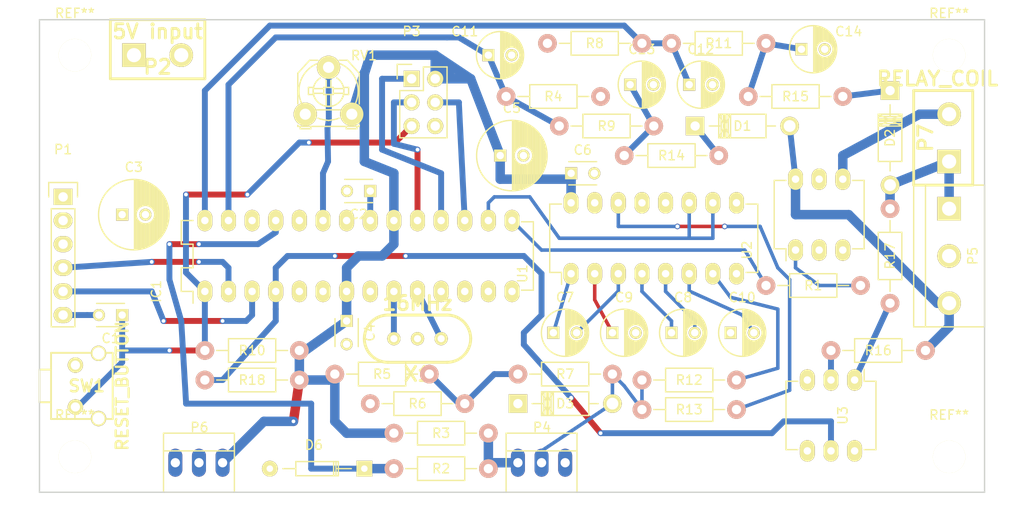
<source format=kicad_pcb>
(kicad_pcb (version 4) (host pcbnew 4.0.2-4+6225~38~ubuntu14.04.1-stable)

  (general
    (links 105)
    (no_connects 34)
    (area 21.006429 23.005 131.393572 78.445)
    (thickness 1.6)
    (drawings 4)
    (tracks 235)
    (zones 0)
    (modules 54)
    (nets 56)
  )

  (page A4)
  (layers
    (0 F.Cu signal)
    (31 B.Cu signal)
    (32 B.Adhes user)
    (33 F.Adhes user)
    (34 B.Paste user)
    (35 F.Paste user)
    (36 B.SilkS user)
    (37 F.SilkS user)
    (38 B.Mask user)
    (39 F.Mask user)
    (40 Dwgs.User user)
    (41 Cmts.User user)
    (42 Eco1.User user)
    (43 Eco2.User user)
    (44 Edge.Cuts user)
    (45 Margin user)
    (46 B.CrtYd user)
    (47 F.CrtYd user)
    (48 B.Fab user)
    (49 F.Fab user)
  )

  (setup
    (last_trace_width 0.635)
    (user_trace_width 0.254)
    (user_trace_width 0.381)
    (user_trace_width 0.635)
    (user_trace_width 1.016)
    (user_trace_width 1.27)
    (user_trace_width 2.54)
    (trace_clearance 0.2)
    (zone_clearance 0.508)
    (zone_45_only no)
    (trace_min 0.2)
    (segment_width 0.2)
    (edge_width 0.15)
    (via_size 0.6)
    (via_drill 0.4)
    (via_min_size 0.4)
    (via_min_drill 0.3)
    (uvia_size 0.3)
    (uvia_drill 0.1)
    (uvias_allowed no)
    (uvia_min_size 0)
    (uvia_min_drill 0)
    (pcb_text_width 0.3)
    (pcb_text_size 1.5 1.5)
    (mod_edge_width 0.15)
    (mod_text_size 1 1)
    (mod_text_width 0.15)
    (pad_size 1.524 1.524)
    (pad_drill 0.762)
    (pad_to_mask_clearance 0.2)
    (aux_axis_origin 0 0)
    (visible_elements FFFEEFFF)
    (pcbplotparams
      (layerselection 0x00030_80000001)
      (usegerberextensions false)
      (excludeedgelayer true)
      (linewidth 0.100000)
      (plotframeref false)
      (viasonmask false)
      (mode 1)
      (useauxorigin false)
      (hpglpennumber 1)
      (hpglpenspeed 20)
      (hpglpendiameter 15)
      (hpglpenoverlay 2)
      (psnegative false)
      (psa4output false)
      (plotreference true)
      (plotvalue true)
      (plotinvisibletext false)
      (padsonsilk false)
      (subtractmaskfromsilk false)
      (outputformat 1)
      (mirror false)
      (drillshape 1)
      (scaleselection 1)
      (outputdirectory ""))
  )

  (net 0 "")
  (net 1 /reset)
  (net 2 "Net-(C1-Pad2)")
  (net 3 "Net-(C2-Pad1)")
  (net 4 GND)
  (net 5 "Net-(D1-Pad2)")
  (net 6 /PILOT)
  (net 7 /PP_READ)
  (net 8 /RX)
  (net 9 /TX)
  (net 10 "Net-(IC1-Pad5)")
  (net 11 "Net-(IC1-Pad6)")
  (net 12 "Net-(IC1-Pad9)")
  (net 13 "Net-(IC1-Pad10)")
  (net 14 "Net-(IC1-Pad11)")
  (net 15 "Net-(IC1-Pad13)")
  (net 16 /PWM)
  (net 17 /mosi)
  (net 18 /miso)
  (net 19 /sck)
  (net 20 /PILOTREAD)
  (net 21 "Net-(IC1-Pad26)")
  (net 22 "Net-(P1-Pad1)")
  (net 23 /PP)
  (net 24 "Net-(SW1-Pad4)")
  (net 25 "Net-(SW1-Pad5)")
  (net 26 +5VD)
  (net 27 "Net-(C7-Pad1)")
  (net 28 "Net-(C7-Pad2)")
  (net 29 "Net-(C8-Pad1)")
  (net 30 "Net-(C8-Pad2)")
  (net 31 "Net-(C9-Pad1)")
  (net 32 /AC_SENSE_1)
  (net 33 /AC_SENSE_2)
  (net 34 "Net-(C13-Pad1)")
  (net 35 "Net-(C14-Pad1)")
  (net 36 "Net-(D1-Pad1)")
  (net 37 "Net-(C15-Pad1)")
  (net 38 "Net-(D2-Pad1)")
  (net 39 /AC_ZEROX)
  (net 40 /LED_DATA)
  (net 41 "Net-(IC1-Pad14)")
  (net 42 /RELAY_TRIAC)
  (net 43 /AMP_KNOB)
  (net 44 "Net-(P7-Pad2)")
  (net 45 "Net-(R1-Pad1)")
  (net 46 "Net-(R12-Pad2)")
  (net 47 "Net-(R13-Pad2)")
  (net 48 "Net-(R16-Pad1)")
  (net 49 "Net-(R17-Pad1)")
  (net 50 "Net-(U1-Pad8)")
  (net 51 "Net-(U1-Pad9)")
  (net 52 "Net-(U1-Pad12)")
  (net 53 "Net-(U1-Pad13)")
  (net 54 "Net-(U3-Pad6)")
  (net 55 "Net-(C10-Pad2)")

  (net_class Default "This is the default net class."
    (clearance 0.2)
    (trace_width 0.25)
    (via_dia 0.6)
    (via_drill 0.4)
    (uvia_dia 0.3)
    (uvia_drill 0.1)
    (add_net +5VD)
    (add_net /AC_SENSE_1)
    (add_net /AC_SENSE_2)
    (add_net /AC_ZEROX)
    (add_net /AMP_KNOB)
    (add_net /LED_DATA)
    (add_net /PILOT)
    (add_net /PILOTREAD)
    (add_net /PP)
    (add_net /PP_READ)
    (add_net /PWM)
    (add_net /RELAY_TRIAC)
    (add_net /RX)
    (add_net /TX)
    (add_net /miso)
    (add_net /mosi)
    (add_net /reset)
    (add_net /sck)
    (add_net GND)
    (add_net "Net-(C1-Pad2)")
    (add_net "Net-(C10-Pad2)")
    (add_net "Net-(C13-Pad1)")
    (add_net "Net-(C14-Pad1)")
    (add_net "Net-(C15-Pad1)")
    (add_net "Net-(C2-Pad1)")
    (add_net "Net-(C7-Pad1)")
    (add_net "Net-(C7-Pad2)")
    (add_net "Net-(C8-Pad1)")
    (add_net "Net-(C8-Pad2)")
    (add_net "Net-(C9-Pad1)")
    (add_net "Net-(D1-Pad1)")
    (add_net "Net-(D1-Pad2)")
    (add_net "Net-(D2-Pad1)")
    (add_net "Net-(IC1-Pad10)")
    (add_net "Net-(IC1-Pad11)")
    (add_net "Net-(IC1-Pad13)")
    (add_net "Net-(IC1-Pad14)")
    (add_net "Net-(IC1-Pad26)")
    (add_net "Net-(IC1-Pad5)")
    (add_net "Net-(IC1-Pad6)")
    (add_net "Net-(IC1-Pad9)")
    (add_net "Net-(P1-Pad1)")
    (add_net "Net-(P7-Pad2)")
    (add_net "Net-(R1-Pad1)")
    (add_net "Net-(R12-Pad2)")
    (add_net "Net-(R13-Pad2)")
    (add_net "Net-(R16-Pad1)")
    (add_net "Net-(R17-Pad1)")
    (add_net "Net-(SW1-Pad4)")
    (add_net "Net-(SW1-Pad5)")
    (add_net "Net-(U1-Pad12)")
    (add_net "Net-(U1-Pad13)")
    (add_net "Net-(U1-Pad8)")
    (add_net "Net-(U1-Pad9)")
    (add_net "Net-(U3-Pad6)")
  )

  (module wishparts:Resistor_Horizontal_RM10mm_refdes_in_box placed (layer F.Cu) (tedit 5726FFA4) (tstamp 5726F237)
    (at 91.44 36.83 180)
    (descr "Resistor, Axial,  RM 10mm, 1/3W")
    (tags "Resistor Axial RM 10mm 1/3W")
    (path /572685CB)
    (fp_text reference R9 (at 5.08 0 180) (layer F.SilkS)
      (effects (font (size 1 1) (thickness 0.15)))
    )
    (fp_text value 2550 (at 5.08 3.81 180) (layer F.Fab)
      (effects (font (size 1 1) (thickness 0.15)))
    )
    (fp_line (start -1.25 -1.5) (end 11.4 -1.5) (layer F.CrtYd) (width 0.05))
    (fp_line (start -1.25 1.5) (end -1.25 -1.5) (layer F.CrtYd) (width 0.05))
    (fp_line (start 11.4 -1.5) (end 11.4 1.5) (layer F.CrtYd) (width 0.05))
    (fp_line (start -1.25 1.5) (end 11.4 1.5) (layer F.CrtYd) (width 0.05))
    (fp_line (start 2.54 -1.27) (end 7.62 -1.27) (layer F.SilkS) (width 0.15))
    (fp_line (start 7.62 -1.27) (end 7.62 1.27) (layer F.SilkS) (width 0.15))
    (fp_line (start 7.62 1.27) (end 2.54 1.27) (layer F.SilkS) (width 0.15))
    (fp_line (start 2.54 1.27) (end 2.54 -1.27) (layer F.SilkS) (width 0.15))
    (fp_line (start 2.54 0) (end 1.27 0) (layer F.SilkS) (width 0.15))
    (fp_line (start 7.62 0) (end 8.89 0) (layer F.SilkS) (width 0.15))
    (pad 1 thru_hole circle (at 0 0 180) (size 1.99898 1.99898) (drill 1.00076) (layers *.Cu *.SilkS *.Mask)
      (net 34 "Net-(C13-Pad1)"))
    (pad 2 thru_hole circle (at 10.16 0 180) (size 1.99898 1.99898) (drill 1.00076) (layers *.Cu *.SilkS *.Mask)
      (net 32 /AC_SENSE_1))
    (model Resistors_ThroughHole.3dshapes/Resistor_Horizontal_RM10mm.wrl
      (at (xyz 0.2 0 0))
      (scale (xyz 0.4 0.4 0.4))
      (rotate (xyz 0 0 0))
    )
  )

  (module battery-dlg:CCFLHV locked (layer F.Cu) (tedit 57270508) (tstamp 5715E2C3)
    (at 38.1 29.21)
    (descr "Bornier d'alimentation 2 pins")
    (tags DEV)
    (path /5715BE40)
    (fp_text reference P2 (at 0 1.27) (layer F.SilkS)
      (effects (font (thickness 0.3048)))
    )
    (fp_text value "5V input" (at 0 -2.54) (layer F.SilkS)
      (effects (font (thickness 0.3048)))
    )
    (fp_line (start 5.08 2.54) (end -5.08 2.54) (layer F.SilkS) (width 0.3048))
    (fp_line (start 5.08 2.54) (end 5.08 -3.81) (layer F.SilkS) (width 0.3048))
    (fp_line (start 5.08 -3.81) (end -5.08 -3.81) (layer F.SilkS) (width 0.3048))
    (fp_line (start -5.08 -3.81) (end -5.08 2.54) (layer F.SilkS) (width 0.3048))
    (pad 1 thru_hole rect (at -2.54 0) (size 2.54 2.54) (drill 1.524) (layers *.Cu *.Mask F.SilkS)
      (net 4 GND))
    (pad 2 thru_hole circle (at 2.54 0) (size 2.54 2.54) (drill 1.524) (layers *.Cu *.Mask F.SilkS)
      (net 26 +5VD))
    (model device/bornier_2.wrl
      (at (xyz 0 0 0))
      (scale (xyz 1 1 1))
      (rotate (xyz 0 0 0))
    )
  )

  (module Connect:bornier3 placed (layer F.Cu) (tedit 572704F4) (tstamp 5726F213)
    (at 123.19 50.8 270)
    (descr "Bornier d'alimentation 3 pins")
    (tags DEV)
    (path /572721D7)
    (fp_text reference P5 (at 0 -2.54 270) (layer F.SilkS)
      (effects (font (size 1 1) (thickness 0.15)))
    )
    (fp_text value AC_GND_AC (at 0 5.08 270) (layer F.Fab)
      (effects (font (size 1 1) (thickness 0.15)))
    )
    (fp_line (start -7.62 3.81) (end -7.62 -3.81) (layer F.SilkS) (width 0.15))
    (fp_line (start 7.62 3.81) (end 7.62 -3.81) (layer F.SilkS) (width 0.15))
    (fp_line (start -7.62 2.54) (end 7.62 2.54) (layer F.SilkS) (width 0.15))
    (fp_line (start -7.62 -3.81) (end 7.62 -3.81) (layer F.SilkS) (width 0.15))
    (fp_line (start -7.62 3.81) (end 7.62 3.81) (layer F.SilkS) (width 0.15))
    (pad 1 thru_hole rect (at -5.08 0 270) (size 2.54 2.54) (drill 1.524) (layers *.Cu *.Mask F.SilkS)
      (net 37 "Net-(C15-Pad1)"))
    (pad 2 thru_hole circle (at 0 0 270) (size 2.54 2.54) (drill 1.524) (layers *.Cu *.Mask F.SilkS)
      (net 4 GND))
    (pad 3 thru_hole circle (at 5.08 0 270) (size 2.54 2.54) (drill 1.524) (layers *.Cu *.Mask F.SilkS)
      (net 5 "Net-(D1-Pad2)"))
    (model Connect.3dshapes/bornier3.wrl
      (at (xyz 0 0 0))
      (scale (xyz 1 1 1))
      (rotate (xyz 0 0 0))
    )
  )

  (module Housings_DIP:DIP-6_W7.62mm_LongPads placed (layer F.Cu) (tedit 5727045A) (tstamp 5726F294)
    (at 113.03 64.135 270)
    (descr "6-lead dip package, row spacing 7.62 mm (300 mils), longer pads")
    (tags "dil dip 2.54 300")
    (path /5726ECAB)
    (fp_text reference U3 (at 3.81 1.27 270) (layer F.SilkS)
      (effects (font (size 1 1) (thickness 0.15)))
    )
    (fp_text value H11AA (at 0 -3.72 270) (layer F.Fab)
      (effects (font (size 1 1) (thickness 0.15)))
    )
    (fp_line (start -1.4 -2.45) (end -1.4 7.55) (layer F.CrtYd) (width 0.05))
    (fp_line (start 9 -2.45) (end 9 7.55) (layer F.CrtYd) (width 0.05))
    (fp_line (start -1.4 -2.45) (end 9 -2.45) (layer F.CrtYd) (width 0.05))
    (fp_line (start -1.4 7.55) (end 9 7.55) (layer F.CrtYd) (width 0.05))
    (fp_line (start 0.135 -2.295) (end 0.135 -1.025) (layer F.SilkS) (width 0.15))
    (fp_line (start 7.485 -2.295) (end 7.485 -1.025) (layer F.SilkS) (width 0.15))
    (fp_line (start 7.485 7.375) (end 7.485 6.105) (layer F.SilkS) (width 0.15))
    (fp_line (start 0.135 7.375) (end 0.135 6.105) (layer F.SilkS) (width 0.15))
    (fp_line (start 0.135 -2.295) (end 7.485 -2.295) (layer F.SilkS) (width 0.15))
    (fp_line (start 0.135 7.375) (end 7.485 7.375) (layer F.SilkS) (width 0.15))
    (fp_line (start 0.135 -1.025) (end -1.15 -1.025) (layer F.SilkS) (width 0.15))
    (pad 1 thru_hole oval (at 0 0 270) (size 2.3 1.6) (drill 0.8) (layers *.Cu *.Mask F.SilkS)
      (net 49 "Net-(R17-Pad1)"))
    (pad 2 thru_hole oval (at 0 2.54 270) (size 2.3 1.6) (drill 0.8) (layers *.Cu *.Mask F.SilkS)
      (net 48 "Net-(R16-Pad1)"))
    (pad 3 thru_hole oval (at 0 5.08 270) (size 2.3 1.6) (drill 0.8) (layers *.Cu *.Mask F.SilkS))
    (pad 4 thru_hole oval (at 7.62 5.08 270) (size 2.3 1.6) (drill 0.8) (layers *.Cu *.Mask F.SilkS)
      (net 4 GND))
    (pad 5 thru_hole oval (at 7.62 2.54 270) (size 2.3 1.6) (drill 0.8) (layers *.Cu *.Mask F.SilkS)
      (net 39 /AC_ZEROX))
    (pad 6 thru_hole oval (at 7.62 0 270) (size 2.3 1.6) (drill 0.8) (layers *.Cu *.Mask F.SilkS)
      (net 54 "Net-(U3-Pad6)"))
    (model Housings_DIP.3dshapes/DIP-6_W7.62mm_LongPads.wrl
      (at (xyz 0 0 0))
      (scale (xyz 1 1 1))
      (rotate (xyz 0 0 0))
    )
  )

  (module battery-dlg:CCFLHV placed (layer F.Cu) (tedit 572703F4) (tstamp 5726F225)
    (at 123.19 38.1 90)
    (descr "Bornier d'alimentation 2 pins")
    (tags DEV)
    (path /571B011E)
    (fp_text reference P7 (at 0 -2.54 90) (layer F.SilkS)
      (effects (font (thickness 0.3048)))
    )
    (fp_text value RELAY_COIL (at 6.36016 -1.23952 180) (layer F.SilkS)
      (effects (font (thickness 0.3048)))
    )
    (fp_line (start 5.08 2.54) (end -5.08 2.54) (layer F.SilkS) (width 0.3048))
    (fp_line (start 5.08 2.54) (end 5.08 -3.81) (layer F.SilkS) (width 0.3048))
    (fp_line (start 5.08 -3.81) (end -5.08 -3.81) (layer F.SilkS) (width 0.3048))
    (fp_line (start -5.08 -3.81) (end -5.08 2.54) (layer F.SilkS) (width 0.3048))
    (pad 1 thru_hole rect (at -2.54 0 90) (size 2.54 2.54) (drill 1.524) (layers *.Cu *.Mask F.SilkS)
      (net 37 "Net-(C15-Pad1)"))
    (pad 2 thru_hole circle (at 2.54 0 90) (size 2.54 2.54) (drill 1.524) (layers *.Cu *.Mask F.SilkS)
      (net 44 "Net-(P7-Pad2)"))
    (model device/bornier_2.wrl
      (at (xyz 0 0 0))
      (scale (xyz 1 1 1))
      (rotate (xyz 0 0 0))
    )
  )

  (module Capacitors_ThroughHole:C_Radial_D7.5_L11.2_P2.5 placed (layer F.Cu) (tedit 0) (tstamp 5715E269)
    (at 34.29 46.355)
    (descr "Radial Electrolytic Capacitor Diameter 7.5mm x Length 11.2mm, Pitch 2.5mm")
    (tags "Electrolytic Capacitor")
    (path /5715A88F)
    (fp_text reference C3 (at 1.25 -5.1) (layer F.SilkS)
      (effects (font (size 1 1) (thickness 0.15)))
    )
    (fp_text value 100uF (at 1.25 5.1) (layer F.Fab)
      (effects (font (size 1 1) (thickness 0.15)))
    )
    (fp_line (start 1.325 -3.749) (end 1.325 3.749) (layer F.SilkS) (width 0.15))
    (fp_line (start 1.465 -3.744) (end 1.465 3.744) (layer F.SilkS) (width 0.15))
    (fp_line (start 1.605 -3.733) (end 1.605 -0.446) (layer F.SilkS) (width 0.15))
    (fp_line (start 1.605 0.446) (end 1.605 3.733) (layer F.SilkS) (width 0.15))
    (fp_line (start 1.745 -3.717) (end 1.745 -0.656) (layer F.SilkS) (width 0.15))
    (fp_line (start 1.745 0.656) (end 1.745 3.717) (layer F.SilkS) (width 0.15))
    (fp_line (start 1.885 -3.696) (end 1.885 -0.789) (layer F.SilkS) (width 0.15))
    (fp_line (start 1.885 0.789) (end 1.885 3.696) (layer F.SilkS) (width 0.15))
    (fp_line (start 2.025 -3.669) (end 2.025 -0.88) (layer F.SilkS) (width 0.15))
    (fp_line (start 2.025 0.88) (end 2.025 3.669) (layer F.SilkS) (width 0.15))
    (fp_line (start 2.165 -3.637) (end 2.165 -0.942) (layer F.SilkS) (width 0.15))
    (fp_line (start 2.165 0.942) (end 2.165 3.637) (layer F.SilkS) (width 0.15))
    (fp_line (start 2.305 -3.599) (end 2.305 -0.981) (layer F.SilkS) (width 0.15))
    (fp_line (start 2.305 0.981) (end 2.305 3.599) (layer F.SilkS) (width 0.15))
    (fp_line (start 2.445 -3.555) (end 2.445 -0.998) (layer F.SilkS) (width 0.15))
    (fp_line (start 2.445 0.998) (end 2.445 3.555) (layer F.SilkS) (width 0.15))
    (fp_line (start 2.585 -3.504) (end 2.585 -0.996) (layer F.SilkS) (width 0.15))
    (fp_line (start 2.585 0.996) (end 2.585 3.504) (layer F.SilkS) (width 0.15))
    (fp_line (start 2.725 -3.448) (end 2.725 -0.974) (layer F.SilkS) (width 0.15))
    (fp_line (start 2.725 0.974) (end 2.725 3.448) (layer F.SilkS) (width 0.15))
    (fp_line (start 2.865 -3.384) (end 2.865 -0.931) (layer F.SilkS) (width 0.15))
    (fp_line (start 2.865 0.931) (end 2.865 3.384) (layer F.SilkS) (width 0.15))
    (fp_line (start 3.005 -3.314) (end 3.005 -0.863) (layer F.SilkS) (width 0.15))
    (fp_line (start 3.005 0.863) (end 3.005 3.314) (layer F.SilkS) (width 0.15))
    (fp_line (start 3.145 -3.236) (end 3.145 -0.764) (layer F.SilkS) (width 0.15))
    (fp_line (start 3.145 0.764) (end 3.145 3.236) (layer F.SilkS) (width 0.15))
    (fp_line (start 3.285 -3.15) (end 3.285 -0.619) (layer F.SilkS) (width 0.15))
    (fp_line (start 3.285 0.619) (end 3.285 3.15) (layer F.SilkS) (width 0.15))
    (fp_line (start 3.425 -3.055) (end 3.425 -0.38) (layer F.SilkS) (width 0.15))
    (fp_line (start 3.425 0.38) (end 3.425 3.055) (layer F.SilkS) (width 0.15))
    (fp_line (start 3.565 -2.95) (end 3.565 2.95) (layer F.SilkS) (width 0.15))
    (fp_line (start 3.705 -2.835) (end 3.705 2.835) (layer F.SilkS) (width 0.15))
    (fp_line (start 3.845 -2.707) (end 3.845 2.707) (layer F.SilkS) (width 0.15))
    (fp_line (start 3.985 -2.566) (end 3.985 2.566) (layer F.SilkS) (width 0.15))
    (fp_line (start 4.125 -2.408) (end 4.125 2.408) (layer F.SilkS) (width 0.15))
    (fp_line (start 4.265 -2.23) (end 4.265 2.23) (layer F.SilkS) (width 0.15))
    (fp_line (start 4.405 -2.027) (end 4.405 2.027) (layer F.SilkS) (width 0.15))
    (fp_line (start 4.545 -1.79) (end 4.545 1.79) (layer F.SilkS) (width 0.15))
    (fp_line (start 4.685 -1.504) (end 4.685 1.504) (layer F.SilkS) (width 0.15))
    (fp_line (start 4.825 -1.132) (end 4.825 1.132) (layer F.SilkS) (width 0.15))
    (fp_line (start 4.965 -0.511) (end 4.965 0.511) (layer F.SilkS) (width 0.15))
    (fp_circle (center 2.5 0) (end 2.5 -1) (layer F.SilkS) (width 0.15))
    (fp_circle (center 1.25 0) (end 1.25 -3.7875) (layer F.SilkS) (width 0.15))
    (fp_circle (center 1.25 0) (end 1.25 -4.1) (layer F.CrtYd) (width 0.05))
    (pad 2 thru_hole circle (at 2.5 0) (size 1.3 1.3) (drill 0.8) (layers *.Cu *.Mask F.SilkS)
      (net 4 GND))
    (pad 1 thru_hole rect (at 0 0) (size 1.3 1.3) (drill 0.8) (layers *.Cu *.Mask F.SilkS)
      (net 26 +5VD))
    (model Capacitors_ThroughHole.3dshapes/C_Radial_D7.5_L11.2_P2.5.wrl
      (at (xyz 0 0 0))
      (scale (xyz 1 1 1))
      (rotate (xyz 0 0 0))
    )
  )

  (module Capacitors_ThroughHole:C_Radial_D7.5_L11.2_P2.5 placed (layer F.Cu) (tedit 0) (tstamp 5715E275)
    (at 74.93 40.005)
    (descr "Radial Electrolytic Capacitor Diameter 7.5mm x Length 11.2mm, Pitch 2.5mm")
    (tags "Electrolytic Capacitor")
    (path /571574A0)
    (fp_text reference C5 (at 1.25 -5.1) (layer F.SilkS)
      (effects (font (size 1 1) (thickness 0.15)))
    )
    (fp_text value 100uF (at 1.25 5.1) (layer F.Fab)
      (effects (font (size 1 1) (thickness 0.15)))
    )
    (fp_line (start 1.325 -3.749) (end 1.325 3.749) (layer F.SilkS) (width 0.15))
    (fp_line (start 1.465 -3.744) (end 1.465 3.744) (layer F.SilkS) (width 0.15))
    (fp_line (start 1.605 -3.733) (end 1.605 -0.446) (layer F.SilkS) (width 0.15))
    (fp_line (start 1.605 0.446) (end 1.605 3.733) (layer F.SilkS) (width 0.15))
    (fp_line (start 1.745 -3.717) (end 1.745 -0.656) (layer F.SilkS) (width 0.15))
    (fp_line (start 1.745 0.656) (end 1.745 3.717) (layer F.SilkS) (width 0.15))
    (fp_line (start 1.885 -3.696) (end 1.885 -0.789) (layer F.SilkS) (width 0.15))
    (fp_line (start 1.885 0.789) (end 1.885 3.696) (layer F.SilkS) (width 0.15))
    (fp_line (start 2.025 -3.669) (end 2.025 -0.88) (layer F.SilkS) (width 0.15))
    (fp_line (start 2.025 0.88) (end 2.025 3.669) (layer F.SilkS) (width 0.15))
    (fp_line (start 2.165 -3.637) (end 2.165 -0.942) (layer F.SilkS) (width 0.15))
    (fp_line (start 2.165 0.942) (end 2.165 3.637) (layer F.SilkS) (width 0.15))
    (fp_line (start 2.305 -3.599) (end 2.305 -0.981) (layer F.SilkS) (width 0.15))
    (fp_line (start 2.305 0.981) (end 2.305 3.599) (layer F.SilkS) (width 0.15))
    (fp_line (start 2.445 -3.555) (end 2.445 -0.998) (layer F.SilkS) (width 0.15))
    (fp_line (start 2.445 0.998) (end 2.445 3.555) (layer F.SilkS) (width 0.15))
    (fp_line (start 2.585 -3.504) (end 2.585 -0.996) (layer F.SilkS) (width 0.15))
    (fp_line (start 2.585 0.996) (end 2.585 3.504) (layer F.SilkS) (width 0.15))
    (fp_line (start 2.725 -3.448) (end 2.725 -0.974) (layer F.SilkS) (width 0.15))
    (fp_line (start 2.725 0.974) (end 2.725 3.448) (layer F.SilkS) (width 0.15))
    (fp_line (start 2.865 -3.384) (end 2.865 -0.931) (layer F.SilkS) (width 0.15))
    (fp_line (start 2.865 0.931) (end 2.865 3.384) (layer F.SilkS) (width 0.15))
    (fp_line (start 3.005 -3.314) (end 3.005 -0.863) (layer F.SilkS) (width 0.15))
    (fp_line (start 3.005 0.863) (end 3.005 3.314) (layer F.SilkS) (width 0.15))
    (fp_line (start 3.145 -3.236) (end 3.145 -0.764) (layer F.SilkS) (width 0.15))
    (fp_line (start 3.145 0.764) (end 3.145 3.236) (layer F.SilkS) (width 0.15))
    (fp_line (start 3.285 -3.15) (end 3.285 -0.619) (layer F.SilkS) (width 0.15))
    (fp_line (start 3.285 0.619) (end 3.285 3.15) (layer F.SilkS) (width 0.15))
    (fp_line (start 3.425 -3.055) (end 3.425 -0.38) (layer F.SilkS) (width 0.15))
    (fp_line (start 3.425 0.38) (end 3.425 3.055) (layer F.SilkS) (width 0.15))
    (fp_line (start 3.565 -2.95) (end 3.565 2.95) (layer F.SilkS) (width 0.15))
    (fp_line (start 3.705 -2.835) (end 3.705 2.835) (layer F.SilkS) (width 0.15))
    (fp_line (start 3.845 -2.707) (end 3.845 2.707) (layer F.SilkS) (width 0.15))
    (fp_line (start 3.985 -2.566) (end 3.985 2.566) (layer F.SilkS) (width 0.15))
    (fp_line (start 4.125 -2.408) (end 4.125 2.408) (layer F.SilkS) (width 0.15))
    (fp_line (start 4.265 -2.23) (end 4.265 2.23) (layer F.SilkS) (width 0.15))
    (fp_line (start 4.405 -2.027) (end 4.405 2.027) (layer F.SilkS) (width 0.15))
    (fp_line (start 4.545 -1.79) (end 4.545 1.79) (layer F.SilkS) (width 0.15))
    (fp_line (start 4.685 -1.504) (end 4.685 1.504) (layer F.SilkS) (width 0.15))
    (fp_line (start 4.825 -1.132) (end 4.825 1.132) (layer F.SilkS) (width 0.15))
    (fp_line (start 4.965 -0.511) (end 4.965 0.511) (layer F.SilkS) (width 0.15))
    (fp_circle (center 2.5 0) (end 2.5 -1) (layer F.SilkS) (width 0.15))
    (fp_circle (center 1.25 0) (end 1.25 -3.7875) (layer F.SilkS) (width 0.15))
    (fp_circle (center 1.25 0) (end 1.25 -4.1) (layer F.CrtYd) (width 0.05))
    (pad 2 thru_hole circle (at 2.5 0) (size 1.3 1.3) (drill 0.8) (layers *.Cu *.Mask F.SilkS)
      (net 4 GND))
    (pad 1 thru_hole rect (at 0 0) (size 1.3 1.3) (drill 0.8) (layers *.Cu *.Mask F.SilkS)
      (net 26 +5VD))
    (model Capacitors_ThroughHole.3dshapes/C_Radial_D7.5_L11.2_P2.5.wrl
      (at (xyz 0 0 0))
      (scale (xyz 1 1 1))
      (rotate (xyz 0 0 0))
    )
  )

  (module Diodes_ThroughHole:Diode_DO-35_SOD27_Horizontal_RM10 placed (layer F.Cu) (tedit 552FFC30) (tstamp 5715E293)
    (at 60.325 73.66 180)
    (descr "Diode, DO-35,  SOD27, Horizontal, RM 10mm")
    (tags "Diode, DO-35, SOD27, Horizontal, RM 10mm, 1N4148,")
    (path /5715948C)
    (fp_text reference D6 (at 5.43052 2.53746 180) (layer F.SilkS)
      (effects (font (size 1 1) (thickness 0.15)))
    )
    (fp_text value 1N4148 (at 4.41452 -3.55854 180) (layer F.Fab)
      (effects (font (size 1 1) (thickness 0.15)))
    )
    (fp_line (start 7.36652 -0.00254) (end 8.76352 -0.00254) (layer F.SilkS) (width 0.15))
    (fp_line (start 2.92152 -0.00254) (end 1.39752 -0.00254) (layer F.SilkS) (width 0.15))
    (fp_line (start 3.30252 -0.76454) (end 3.30252 0.75946) (layer F.SilkS) (width 0.15))
    (fp_line (start 3.04852 -0.76454) (end 3.04852 0.75946) (layer F.SilkS) (width 0.15))
    (fp_line (start 2.79452 -0.00254) (end 2.79452 0.75946) (layer F.SilkS) (width 0.15))
    (fp_line (start 2.79452 0.75946) (end 7.36652 0.75946) (layer F.SilkS) (width 0.15))
    (fp_line (start 7.36652 0.75946) (end 7.36652 -0.76454) (layer F.SilkS) (width 0.15))
    (fp_line (start 7.36652 -0.76454) (end 2.79452 -0.76454) (layer F.SilkS) (width 0.15))
    (fp_line (start 2.79452 -0.76454) (end 2.79452 -0.00254) (layer F.SilkS) (width 0.15))
    (pad 2 thru_hole circle (at 10.16052 -0.00254) (size 1.69926 1.69926) (drill 0.70104) (layers *.Cu *.Mask F.SilkS)
      (net 4 GND))
    (pad 1 thru_hole rect (at 0.00052 -0.00254) (size 1.69926 1.69926) (drill 0.70104) (layers *.Cu *.Mask F.SilkS)
      (net 7 /PP_READ))
    (model Diodes_ThroughHole.3dshapes/Diode_DO-35_SOD27_Horizontal_RM10.wrl
      (at (xyz 0.2 0 0))
      (scale (xyz 0.4 0.4 0.4))
      (rotate (xyz 0 0 180))
    )
  )

  (module Pin_Headers:Pin_Header_Straight_1x06 locked (layer F.Cu) (tedit 0) (tstamp 5715E2BD)
    (at 27.94 44.45)
    (descr "Through hole pin header")
    (tags "pin header")
    (path /5715784B)
    (fp_text reference P1 (at 0 -5.1) (layer F.SilkS)
      (effects (font (size 1 1) (thickness 0.15)))
    )
    (fp_text value SERIAL (at 0 -3.1) (layer F.Fab)
      (effects (font (size 1 1) (thickness 0.15)))
    )
    (fp_line (start -1.75 -1.75) (end -1.75 14.45) (layer F.CrtYd) (width 0.05))
    (fp_line (start 1.75 -1.75) (end 1.75 14.45) (layer F.CrtYd) (width 0.05))
    (fp_line (start -1.75 -1.75) (end 1.75 -1.75) (layer F.CrtYd) (width 0.05))
    (fp_line (start -1.75 14.45) (end 1.75 14.45) (layer F.CrtYd) (width 0.05))
    (fp_line (start 1.27 1.27) (end 1.27 13.97) (layer F.SilkS) (width 0.15))
    (fp_line (start 1.27 13.97) (end -1.27 13.97) (layer F.SilkS) (width 0.15))
    (fp_line (start -1.27 13.97) (end -1.27 1.27) (layer F.SilkS) (width 0.15))
    (fp_line (start 1.55 -1.55) (end 1.55 0) (layer F.SilkS) (width 0.15))
    (fp_line (start 1.27 1.27) (end -1.27 1.27) (layer F.SilkS) (width 0.15))
    (fp_line (start -1.55 0) (end -1.55 -1.55) (layer F.SilkS) (width 0.15))
    (fp_line (start -1.55 -1.55) (end 1.55 -1.55) (layer F.SilkS) (width 0.15))
    (pad 1 thru_hole rect (at 0 0) (size 2.032 1.7272) (drill 1.016) (layers *.Cu *.Mask F.SilkS)
      (net 22 "Net-(P1-Pad1)"))
    (pad 2 thru_hole oval (at 0 2.54) (size 2.032 1.7272) (drill 1.016) (layers *.Cu *.Mask F.SilkS)
      (net 4 GND))
    (pad 3 thru_hole oval (at 0 5.08) (size 2.032 1.7272) (drill 1.016) (layers *.Cu *.Mask F.SilkS)
      (net 26 +5VD))
    (pad 4 thru_hole oval (at 0 7.62) (size 2.032 1.7272) (drill 1.016) (layers *.Cu *.Mask F.SilkS)
      (net 8 /RX))
    (pad 5 thru_hole oval (at 0 10.16) (size 2.032 1.7272) (drill 1.016) (layers *.Cu *.Mask F.SilkS)
      (net 9 /TX))
    (pad 6 thru_hole oval (at 0 12.7) (size 2.032 1.7272) (drill 1.016) (layers *.Cu *.Mask F.SilkS)
      (net 2 "Net-(C1-Pad2)"))
    (model Pin_Headers.3dshapes/Pin_Header_Straight_1x06.wrl
      (at (xyz 0 -0.25 0))
      (scale (xyz 1 1 1))
      (rotate (xyz 0 0 90))
    )
  )

  (module Pin_Headers:Pin_Header_Straight_2x03 placed (layer F.Cu) (tedit 54EA0A4B) (tstamp 5715E2CD)
    (at 65.405 31.75)
    (descr "Through hole pin header")
    (tags "pin header")
    (path /57157DFA)
    (fp_text reference P3 (at 0 -5.1) (layer F.SilkS)
      (effects (font (size 1 1) (thickness 0.15)))
    )
    (fp_text value ICSP (at 0 -3.1) (layer F.Fab)
      (effects (font (size 1 1) (thickness 0.15)))
    )
    (fp_line (start -1.27 1.27) (end -1.27 6.35) (layer F.SilkS) (width 0.15))
    (fp_line (start -1.55 -1.55) (end 0 -1.55) (layer F.SilkS) (width 0.15))
    (fp_line (start -1.75 -1.75) (end -1.75 6.85) (layer F.CrtYd) (width 0.05))
    (fp_line (start 4.3 -1.75) (end 4.3 6.85) (layer F.CrtYd) (width 0.05))
    (fp_line (start -1.75 -1.75) (end 4.3 -1.75) (layer F.CrtYd) (width 0.05))
    (fp_line (start -1.75 6.85) (end 4.3 6.85) (layer F.CrtYd) (width 0.05))
    (fp_line (start 1.27 -1.27) (end 1.27 1.27) (layer F.SilkS) (width 0.15))
    (fp_line (start 1.27 1.27) (end -1.27 1.27) (layer F.SilkS) (width 0.15))
    (fp_line (start -1.27 6.35) (end 3.81 6.35) (layer F.SilkS) (width 0.15))
    (fp_line (start 3.81 6.35) (end 3.81 1.27) (layer F.SilkS) (width 0.15))
    (fp_line (start -1.55 -1.55) (end -1.55 0) (layer F.SilkS) (width 0.15))
    (fp_line (start 3.81 -1.27) (end 1.27 -1.27) (layer F.SilkS) (width 0.15))
    (fp_line (start 3.81 1.27) (end 3.81 -1.27) (layer F.SilkS) (width 0.15))
    (pad 1 thru_hole rect (at 0 0) (size 1.7272 1.7272) (drill 1.016) (layers *.Cu *.Mask F.SilkS)
      (net 18 /miso))
    (pad 2 thru_hole oval (at 2.54 0) (size 1.7272 1.7272) (drill 1.016) (layers *.Cu *.Mask F.SilkS)
      (net 26 +5VD))
    (pad 3 thru_hole oval (at 0 2.54) (size 1.7272 1.7272) (drill 1.016) (layers *.Cu *.Mask F.SilkS)
      (net 19 /sck))
    (pad 4 thru_hole oval (at 2.54 2.54) (size 1.7272 1.7272) (drill 1.016) (layers *.Cu *.Mask F.SilkS)
      (net 17 /mosi))
    (pad 5 thru_hole oval (at 0 5.08) (size 1.7272 1.7272) (drill 1.016) (layers *.Cu *.Mask F.SilkS)
      (net 1 /reset))
    (pad 6 thru_hole oval (at 2.54 5.08) (size 1.7272 1.7272) (drill 1.016) (layers *.Cu *.Mask F.SilkS)
      (net 4 GND))
    (model Pin_Headers.3dshapes/Pin_Header_Straight_2x03.wrl
      (at (xyz 0.05 -0.1 0))
      (scale (xyz 1 1 1))
      (rotate (xyz 0 0 90))
    )
  )

  (module Connect:PINHEAD1-3 (layer F.Cu) (tedit 0) (tstamp 5715E2D4)
    (at 79.375 73.025)
    (path /571582B3)
    (attr virtual)
    (fp_text reference P4 (at 0.05 -3.8) (layer F.SilkS)
      (effects (font (size 1 1) (thickness 0.15)))
    )
    (fp_text value Pilot (at 0 3.81) (layer F.Fab)
      (effects (font (size 1 1) (thickness 0.15)))
    )
    (fp_line (start -3.81 -3.175) (end -3.81 3.175) (layer F.SilkS) (width 0.15))
    (fp_line (start 3.81 -3.175) (end 3.81 3.175) (layer F.SilkS) (width 0.15))
    (fp_line (start 3.81 -1.27) (end -3.81 -1.27) (layer F.SilkS) (width 0.15))
    (fp_line (start -3.81 -3.175) (end 3.81 -3.175) (layer F.SilkS) (width 0.15))
    (fp_line (start 3.81 3.175) (end -3.81 3.175) (layer F.SilkS) (width 0.15))
    (pad 1 thru_hole oval (at -2.54 0) (size 1.50622 3.01498) (drill 0.99822) (layers *.Cu *.Mask)
      (net 23 /PP))
    (pad 2 thru_hole oval (at 0 0) (size 1.50622 3.01498) (drill 0.99822) (layers *.Cu *.Mask)
      (net 6 /PILOT))
    (pad 3 thru_hole oval (at 2.54 0) (size 1.50622 3.01498) (drill 0.99822) (layers *.Cu *.Mask)
      (net 4 GND))
  )

  (module battery-dlg:SW-1825027-5 locked (layer F.Cu) (tedit 5716E4E5) (tstamp 5715E306)
    (at 31.75 64.77 180)
    (descr "Bouton poussoir")
    (tags "SWITCH DEV")
    (path /57157622)
    (autoplace_cost180 10)
    (fp_text reference SW1 (at 1.27 0 180) (layer F.SilkS)
      (effects (font (size 1.27 1.27) (thickness 0.254)))
    )
    (fp_text value RESET_BUTTON (at -2.54 0 270) (layer F.SilkS)
      (effects (font (size 1.27 1.27) (thickness 0.254)))
    )
    (fp_line (start 5.1054 1.7526) (end 6.35 1.7526) (layer F.SilkS) (width 0.2032))
    (fp_line (start 5.1054 -1.7526) (end 6.35 -1.7526) (layer F.SilkS) (width 0.2032))
    (fp_line (start 5.1054 -3.556) (end 5.1054 3.556) (layer F.SilkS) (width 0.2032))
    (fp_line (start 6.35 -1.7526) (end 6.35 1.7526) (layer F.SilkS) (width 0.2032))
    (fp_line (start 5.1054 3.556) (end -1.524 3.556) (layer F.SilkS) (width 0.2032))
    (fp_line (start -1.524 3.556) (end -1.524 -3.556) (layer F.SilkS) (width 0.2032))
    (fp_line (start -1.524 -3.556) (end 5.1054 -3.556) (layer F.SilkS) (width 0.2032))
    (pad 1 thru_hole circle (at 2.4892 -2.2606 180) (size 1.651 1.651) (drill 0.9906) (layers *.Cu *.Mask F.SilkS)
      (net 1 /reset))
    (pad 2 thru_hole circle (at 2.4892 2.2352 180) (size 1.651 1.651) (drill 0.9906) (layers *.Cu *.Mask F.SilkS)
      (net 4 GND))
    (pad 4 thru_hole circle (at 0 -3.5052 180) (size 1.651 1.651) (drill 1.2954) (layers *.Cu *.Mask F.SilkS)
      (net 24 "Net-(SW1-Pad4)"))
    (pad 5 thru_hole circle (at 0 3.5052 180) (size 1.651 1.651) (drill 1.2954) (layers *.Cu *.Mask F.SilkS)
      (net 25 "Net-(SW1-Pad5)"))
    (model device/switch_push.wrl
      (at (xyz 0 0 0))
      (scale (xyz 1 1 1))
      (rotate (xyz 0 0 0))
    )
  )

  (module battery-dlg:HC-49V-OR-RESONATOR (layer F.Cu) (tedit 50A1A04F) (tstamp 5715E320)
    (at 66.04 59.69 180)
    (descr "Quartz boitier HC-49 Vertical")
    (tags "QUARTZ DEV")
    (path /571573AA)
    (autoplace_cost180 10)
    (fp_text reference X1 (at 0 -3.81 180) (layer F.SilkS)
      (effects (font (thickness 0.3048)))
    )
    (fp_text value 16MHz (at 0 3.81 180) (layer F.SilkS)
      (effects (font (thickness 0.3048)))
    )
    (fp_line (start -3.175 2.54) (end 3.175 2.54) (layer F.SilkS) (width 0.3175))
    (fp_line (start -3.175 -2.54) (end 3.175 -2.54) (layer F.SilkS) (width 0.3175))
    (fp_arc (start 3.175 0) (end 3.175 -2.54) (angle 90) (layer F.SilkS) (width 0.3175))
    (fp_arc (start 3.175 0) (end 5.715 0) (angle 90) (layer F.SilkS) (width 0.3175))
    (fp_arc (start -3.175 0) (end -5.715 0) (angle 90) (layer F.SilkS) (width 0.3175))
    (fp_arc (start -3.175 0) (end -3.175 2.54) (angle 90) (layer F.SilkS) (width 0.3175))
    (pad 1 thru_hole circle (at -2.54 0 180) (size 1.4224 1.4224) (drill 0.762) (layers *.Cu *.Mask F.SilkS)
      (net 13 "Net-(IC1-Pad10)"))
    (pad 2 thru_hole circle (at 2.54 0 180) (size 1.4224 1.4224) (drill 0.762) (layers *.Cu *.Mask F.SilkS)
      (net 12 "Net-(IC1-Pad9)"))
    (pad 3 thru_hole circle (at 0 0 180) (size 1.4224 1.4224) (drill 0.762) (layers *.Cu *.Mask F.SilkS)
      (net 4 GND))
  )

  (module Housings_DIP:DIP-28_W7.62mm_LongPads (layer F.Cu) (tedit 5715E6DF) (tstamp 5715E2B3)
    (at 59.69 50.8 90)
    (descr "28-lead dip package, row spacing 7.62 mm (300 mils), longer pads")
    (tags "dil dip 2.54 300")
    (path /57157233)
    (fp_text reference IC1 (at -3.81 -21.73 90) (layer F.SilkS)
      (effects (font (size 1 1) (thickness 0.15)))
    )
    (fp_text value ATMEGA328P-P (at -3.81 -20.23 90) (layer F.Fab)
      (effects (font (size 1 1) (thickness 0.15)))
    )
    (fp_line (start -3.81 -19.05) (end -3.81 -17.78) (layer F.SilkS) (width 0.15))
    (fp_line (start -3.81 -17.78) (end -5.08 -17.78) (layer F.SilkS) (width 0.15))
    (fp_line (start -3.81 -19.05) (end -1.27 -19.05) (layer F.SilkS) (width 0.15))
    (fp_line (start -1.27 -19.05) (end -1.27 -17.78) (layer F.SilkS) (width 0.15))
    (fp_line (start -1.27 -17.78) (end 1.27 -17.78) (layer F.SilkS) (width 0.15))
    (fp_line (start 1.27 -17.78) (end 1.27 -19.05) (layer F.SilkS) (width 0.15))
    (fp_line (start 1.27 -19.05) (end 3.81 -19.05) (layer F.SilkS) (width 0.15))
    (fp_line (start 3.81 -19.05) (end 3.81 -17.78) (layer F.SilkS) (width 0.15))
    (fp_line (start -5.21 -18.96) (end -5.21 18.99) (layer F.CrtYd) (width 0.05))
    (fp_line (start 5.19 -18.96) (end 5.19 18.99) (layer F.CrtYd) (width 0.05))
    (fp_line (start -5.21 -18.96) (end 5.19 -18.96) (layer F.CrtYd) (width 0.05))
    (fp_line (start -5.21 18.99) (end 5.19 18.99) (layer F.CrtYd) (width 0.05))
    (fp_line (start 3.675 18.805) (end 3.675 17.535) (layer F.SilkS) (width 0.15))
    (fp_line (start -3.675 18.805) (end -3.675 17.535) (layer F.SilkS) (width 0.15))
    (fp_line (start -3.675 18.805) (end 3.675 18.805) (layer F.SilkS) (width 0.15))
    (pad 1 thru_hole oval (at -3.81 -16.51 90) (size 2.3 1.6) (drill 0.8) (layers *.Cu *.Mask F.SilkS)
      (net 1 /reset))
    (pad 2 thru_hole oval (at -3.81 -13.97 90) (size 2.3 1.6) (drill 0.8) (layers *.Cu *.Mask F.SilkS)
      (net 8 /RX))
    (pad 3 thru_hole oval (at -3.81 -11.43 90) (size 2.3 1.6) (drill 0.8) (layers *.Cu *.Mask F.SilkS)
      (net 9 /TX))
    (pad 4 thru_hole oval (at -3.81 -8.89 90) (size 2.3 1.6) (drill 0.8) (layers *.Cu *.Mask F.SilkS)
      (net 39 /AC_ZEROX))
    (pad 5 thru_hole oval (at -3.81 -6.35 90) (size 2.3 1.6) (drill 0.8) (layers *.Cu *.Mask F.SilkS)
      (net 10 "Net-(IC1-Pad5)"))
    (pad 6 thru_hole oval (at -3.81 -3.81 90) (size 2.3 1.6) (drill 0.8) (layers *.Cu *.Mask F.SilkS)
      (net 11 "Net-(IC1-Pad6)"))
    (pad 7 thru_hole oval (at -3.81 -1.27 90) (size 2.3 1.6) (drill 0.8) (layers *.Cu *.Mask F.SilkS)
      (net 26 +5VD))
    (pad 8 thru_hole oval (at -3.81 1.27 90) (size 2.3 1.6) (drill 0.8) (layers *.Cu *.Mask F.SilkS)
      (net 4 GND))
    (pad 9 thru_hole oval (at -3.81 3.81 90) (size 2.3 1.6) (drill 0.8) (layers *.Cu *.Mask F.SilkS)
      (net 12 "Net-(IC1-Pad9)"))
    (pad 10 thru_hole oval (at -3.81 6.35 90) (size 2.3 1.6) (drill 0.8) (layers *.Cu *.Mask F.SilkS)
      (net 13 "Net-(IC1-Pad10)"))
    (pad 11 thru_hole oval (at -3.81 8.89 90) (size 2.3 1.6) (drill 0.8) (layers *.Cu *.Mask F.SilkS)
      (net 14 "Net-(IC1-Pad11)"))
    (pad 12 thru_hole oval (at -3.81 11.43 90) (size 2.3 1.6) (drill 0.8) (layers *.Cu *.Mask F.SilkS)
      (net 40 /LED_DATA))
    (pad 13 thru_hole oval (at -3.81 13.97 90) (size 2.3 1.6) (drill 0.8) (layers *.Cu *.Mask F.SilkS)
      (net 15 "Net-(IC1-Pad13)"))
    (pad 14 thru_hole oval (at -3.81 16.51 90) (size 2.3 1.6) (drill 0.8) (layers *.Cu *.Mask F.SilkS)
      (net 41 "Net-(IC1-Pad14)"))
    (pad 15 thru_hole oval (at 3.81 16.51 90) (size 2.3 1.6) (drill 0.8) (layers *.Cu *.Mask F.SilkS)
      (net 42 /RELAY_TRIAC))
    (pad 16 thru_hole oval (at 3.81 13.97 90) (size 2.3 1.6) (drill 0.8) (layers *.Cu *.Mask F.SilkS)
      (net 16 /PWM))
    (pad 17 thru_hole oval (at 3.81 11.43 90) (size 2.3 1.6) (drill 0.8) (layers *.Cu *.Mask F.SilkS)
      (net 17 /mosi))
    (pad 18 thru_hole oval (at 3.81 8.89 90) (size 2.3 1.6) (drill 0.8) (layers *.Cu *.Mask F.SilkS)
      (net 18 /miso))
    (pad 19 thru_hole oval (at 3.81 6.35 90) (size 2.3 1.6) (drill 0.8) (layers *.Cu *.Mask F.SilkS)
      (net 19 /sck))
    (pad 20 thru_hole oval (at 3.81 3.81 90) (size 2.3 1.6) (drill 0.8) (layers *.Cu *.Mask F.SilkS)
      (net 26 +5VD))
    (pad 21 thru_hole oval (at 3.81 1.27 90) (size 2.3 1.6) (drill 0.8) (layers *.Cu *.Mask F.SilkS)
      (net 3 "Net-(C2-Pad1)"))
    (pad 22 thru_hole oval (at 3.81 -1.27 90) (size 2.3 1.6) (drill 0.8) (layers *.Cu *.Mask F.SilkS)
      (net 4 GND))
    (pad 23 thru_hole oval (at 3.81 -3.81 90) (size 2.3 1.6) (drill 0.8) (layers *.Cu *.Mask F.SilkS)
      (net 43 /AMP_KNOB))
    (pad 24 thru_hole oval (at 3.81 -6.35 90) (size 2.3 1.6) (drill 0.8) (layers *.Cu *.Mask F.SilkS)
      (net 20 /PILOTREAD))
    (pad 25 thru_hole oval (at 3.81 -8.89 90) (size 2.3 1.6) (drill 0.8) (layers *.Cu *.Mask F.SilkS)
      (net 7 /PP_READ))
    (pad 26 thru_hole oval (at 3.81 -11.43 90) (size 2.3 1.6) (drill 0.8) (layers *.Cu *.Mask F.SilkS)
      (net 21 "Net-(IC1-Pad26)"))
    (pad 27 thru_hole oval (at 3.81 -13.97 90) (size 2.3 1.6) (drill 0.8) (layers *.Cu *.Mask F.SilkS)
      (net 32 /AC_SENSE_1))
    (pad 28 thru_hole oval (at 3.81 -16.51 90) (size 2.3 1.6) (drill 0.8) (layers *.Cu *.Mask F.SilkS)
      (net 33 /AC_SENSE_2))
    (model Housings_DIP.3dshapes/DIP-28_W7.62mm_LongPads.wrl
      (at (xyz 0 0 0))
      (scale (xyz 1 1 1))
      (rotate (xyz 0 0 0))
    )
  )

  (module Capacitors_ThroughHole:C_Disc_D3_P2.5 placed (layer F.Cu) (tedit 0) (tstamp 5715E9AE)
    (at 34.29 57.15 180)
    (descr "Capacitor 3mm Disc, Pitch 2.5mm")
    (tags Capacitor)
    (path /571579E5)
    (fp_text reference C1 (at 1.25 -2.5 180) (layer F.SilkS)
      (effects (font (size 1 1) (thickness 0.15)))
    )
    (fp_text value 104 (at 1.25 2.5 180) (layer F.Fab)
      (effects (font (size 1 1) (thickness 0.15)))
    )
    (fp_line (start -0.9 -1.5) (end 3.4 -1.5) (layer F.CrtYd) (width 0.05))
    (fp_line (start 3.4 -1.5) (end 3.4 1.5) (layer F.CrtYd) (width 0.05))
    (fp_line (start 3.4 1.5) (end -0.9 1.5) (layer F.CrtYd) (width 0.05))
    (fp_line (start -0.9 1.5) (end -0.9 -1.5) (layer F.CrtYd) (width 0.05))
    (fp_line (start -0.25 -1.25) (end 2.75 -1.25) (layer F.SilkS) (width 0.15))
    (fp_line (start 2.75 1.25) (end -0.25 1.25) (layer F.SilkS) (width 0.15))
    (pad 1 thru_hole rect (at 0 0 180) (size 1.3 1.3) (drill 0.8) (layers *.Cu *.Mask F.SilkS)
      (net 1 /reset))
    (pad 2 thru_hole circle (at 2.5 0 180) (size 1.3 1.3) (drill 0.8001) (layers *.Cu *.Mask F.SilkS)
      (net 2 "Net-(C1-Pad2)"))
    (model Capacitors_ThroughHole.3dshapes/C_Disc_D3_P2.5.wrl
      (at (xyz 0.0492126 0 0))
      (scale (xyz 1 1 1))
      (rotate (xyz 0 0 0))
    )
  )

  (module Capacitors_ThroughHole:C_Disc_D3_P2.5 placed (layer F.Cu) (tedit 0) (tstamp 5715E9B3)
    (at 60.96 43.815 180)
    (descr "Capacitor 3mm Disc, Pitch 2.5mm")
    (tags Capacitor)
    (path /5715726D)
    (fp_text reference C2 (at 1.25 -2.5 180) (layer F.SilkS)
      (effects (font (size 1 1) (thickness 0.15)))
    )
    (fp_text value 104 (at 1.25 2.5 180) (layer F.Fab)
      (effects (font (size 1 1) (thickness 0.15)))
    )
    (fp_line (start -0.9 -1.5) (end 3.4 -1.5) (layer F.CrtYd) (width 0.05))
    (fp_line (start 3.4 -1.5) (end 3.4 1.5) (layer F.CrtYd) (width 0.05))
    (fp_line (start 3.4 1.5) (end -0.9 1.5) (layer F.CrtYd) (width 0.05))
    (fp_line (start -0.9 1.5) (end -0.9 -1.5) (layer F.CrtYd) (width 0.05))
    (fp_line (start -0.25 -1.25) (end 2.75 -1.25) (layer F.SilkS) (width 0.15))
    (fp_line (start 2.75 1.25) (end -0.25 1.25) (layer F.SilkS) (width 0.15))
    (pad 1 thru_hole rect (at 0 0 180) (size 1.3 1.3) (drill 0.8) (layers *.Cu *.Mask F.SilkS)
      (net 3 "Net-(C2-Pad1)"))
    (pad 2 thru_hole circle (at 2.5 0 180) (size 1.3 1.3) (drill 0.8001) (layers *.Cu *.Mask F.SilkS)
      (net 4 GND))
    (model Capacitors_ThroughHole.3dshapes/C_Disc_D3_P2.5.wrl
      (at (xyz 0.0492126 0 0))
      (scale (xyz 1 1 1))
      (rotate (xyz 0 0 0))
    )
  )

  (module Capacitors_ThroughHole:C_Disc_D3_P2.5 placed (layer F.Cu) (tedit 0) (tstamp 5715E9B8)
    (at 58.42 57.785 270)
    (descr "Capacitor 3mm Disc, Pitch 2.5mm")
    (tags Capacitor)
    (path /5715A834)
    (fp_text reference C4 (at 1.25 -2.5 270) (layer F.SilkS)
      (effects (font (size 1 1) (thickness 0.15)))
    )
    (fp_text value 104 (at 1.25 2.5 270) (layer F.Fab)
      (effects (font (size 1 1) (thickness 0.15)))
    )
    (fp_line (start -0.9 -1.5) (end 3.4 -1.5) (layer F.CrtYd) (width 0.05))
    (fp_line (start 3.4 -1.5) (end 3.4 1.5) (layer F.CrtYd) (width 0.05))
    (fp_line (start 3.4 1.5) (end -0.9 1.5) (layer F.CrtYd) (width 0.05))
    (fp_line (start -0.9 1.5) (end -0.9 -1.5) (layer F.CrtYd) (width 0.05))
    (fp_line (start -0.25 -1.25) (end 2.75 -1.25) (layer F.SilkS) (width 0.15))
    (fp_line (start 2.75 1.25) (end -0.25 1.25) (layer F.SilkS) (width 0.15))
    (pad 1 thru_hole rect (at 0 0 270) (size 1.3 1.3) (drill 0.8) (layers *.Cu *.Mask F.SilkS)
      (net 26 +5VD))
    (pad 2 thru_hole circle (at 2.5 0 270) (size 1.3 1.3) (drill 0.8001) (layers *.Cu *.Mask F.SilkS)
      (net 4 GND))
    (model Capacitors_ThroughHole.3dshapes/C_Disc_D3_P2.5.wrl
      (at (xyz 0.0492126 0 0))
      (scale (xyz 1 1 1))
      (rotate (xyz 0 0 0))
    )
  )

  (module Capacitors_ThroughHole:C_Disc_D3_P2.5 placed (layer F.Cu) (tedit 0) (tstamp 5715E9BD)
    (at 82.55 41.91)
    (descr "Capacitor 3mm Disc, Pitch 2.5mm")
    (tags Capacitor)
    (path /5715730A)
    (fp_text reference C6 (at 1.25 -2.5) (layer F.SilkS)
      (effects (font (size 1 1) (thickness 0.15)))
    )
    (fp_text value 104 (at 1.25 2.5) (layer F.Fab)
      (effects (font (size 1 1) (thickness 0.15)))
    )
    (fp_line (start -0.9 -1.5) (end 3.4 -1.5) (layer F.CrtYd) (width 0.05))
    (fp_line (start 3.4 -1.5) (end 3.4 1.5) (layer F.CrtYd) (width 0.05))
    (fp_line (start 3.4 1.5) (end -0.9 1.5) (layer F.CrtYd) (width 0.05))
    (fp_line (start -0.9 1.5) (end -0.9 -1.5) (layer F.CrtYd) (width 0.05))
    (fp_line (start -0.25 -1.25) (end 2.75 -1.25) (layer F.SilkS) (width 0.15))
    (fp_line (start 2.75 1.25) (end -0.25 1.25) (layer F.SilkS) (width 0.15))
    (pad 1 thru_hole rect (at 0 0) (size 1.3 1.3) (drill 0.8) (layers *.Cu *.Mask F.SilkS)
      (net 26 +5VD))
    (pad 2 thru_hole circle (at 2.5 0) (size 1.3 1.3) (drill 0.8001) (layers *.Cu *.Mask F.SilkS)
      (net 4 GND))
    (model Capacitors_ThroughHole.3dshapes/C_Disc_D3_P2.5.wrl
      (at (xyz 0.0492126 0 0))
      (scale (xyz 1 1 1))
      (rotate (xyz 0 0 0))
    )
  )

  (module Capacitors_ThroughHole:C_Radial_D5_L6_P2.5 placed (layer F.Cu) (tedit 0) (tstamp 5726F1E8)
    (at 80.645 59.055)
    (descr "Radial Electrolytic Capacitor Diameter 5mm x Length 6mm, Pitch 2.5mm")
    (tags "Electrolytic Capacitor")
    (path /571AE64C)
    (fp_text reference C7 (at 1.25 -3.8) (layer F.SilkS)
      (effects (font (size 1 1) (thickness 0.15)))
    )
    (fp_text value 1uF (at 1.25 3.8) (layer F.Fab)
      (effects (font (size 1 1) (thickness 0.15)))
    )
    (fp_line (start 1.325 -2.499) (end 1.325 2.499) (layer F.SilkS) (width 0.15))
    (fp_line (start 1.465 -2.491) (end 1.465 2.491) (layer F.SilkS) (width 0.15))
    (fp_line (start 1.605 -2.475) (end 1.605 -0.095) (layer F.SilkS) (width 0.15))
    (fp_line (start 1.605 0.095) (end 1.605 2.475) (layer F.SilkS) (width 0.15))
    (fp_line (start 1.745 -2.451) (end 1.745 -0.49) (layer F.SilkS) (width 0.15))
    (fp_line (start 1.745 0.49) (end 1.745 2.451) (layer F.SilkS) (width 0.15))
    (fp_line (start 1.885 -2.418) (end 1.885 -0.657) (layer F.SilkS) (width 0.15))
    (fp_line (start 1.885 0.657) (end 1.885 2.418) (layer F.SilkS) (width 0.15))
    (fp_line (start 2.025 -2.377) (end 2.025 -0.764) (layer F.SilkS) (width 0.15))
    (fp_line (start 2.025 0.764) (end 2.025 2.377) (layer F.SilkS) (width 0.15))
    (fp_line (start 2.165 -2.327) (end 2.165 -0.835) (layer F.SilkS) (width 0.15))
    (fp_line (start 2.165 0.835) (end 2.165 2.327) (layer F.SilkS) (width 0.15))
    (fp_line (start 2.305 -2.266) (end 2.305 -0.879) (layer F.SilkS) (width 0.15))
    (fp_line (start 2.305 0.879) (end 2.305 2.266) (layer F.SilkS) (width 0.15))
    (fp_line (start 2.445 -2.196) (end 2.445 -0.898) (layer F.SilkS) (width 0.15))
    (fp_line (start 2.445 0.898) (end 2.445 2.196) (layer F.SilkS) (width 0.15))
    (fp_line (start 2.585 -2.114) (end 2.585 -0.896) (layer F.SilkS) (width 0.15))
    (fp_line (start 2.585 0.896) (end 2.585 2.114) (layer F.SilkS) (width 0.15))
    (fp_line (start 2.725 -2.019) (end 2.725 -0.871) (layer F.SilkS) (width 0.15))
    (fp_line (start 2.725 0.871) (end 2.725 2.019) (layer F.SilkS) (width 0.15))
    (fp_line (start 2.865 -1.908) (end 2.865 -0.823) (layer F.SilkS) (width 0.15))
    (fp_line (start 2.865 0.823) (end 2.865 1.908) (layer F.SilkS) (width 0.15))
    (fp_line (start 3.005 -1.78) (end 3.005 -0.745) (layer F.SilkS) (width 0.15))
    (fp_line (start 3.005 0.745) (end 3.005 1.78) (layer F.SilkS) (width 0.15))
    (fp_line (start 3.145 -1.631) (end 3.145 -0.628) (layer F.SilkS) (width 0.15))
    (fp_line (start 3.145 0.628) (end 3.145 1.631) (layer F.SilkS) (width 0.15))
    (fp_line (start 3.285 -1.452) (end 3.285 -0.44) (layer F.SilkS) (width 0.15))
    (fp_line (start 3.285 0.44) (end 3.285 1.452) (layer F.SilkS) (width 0.15))
    (fp_line (start 3.425 -1.233) (end 3.425 1.233) (layer F.SilkS) (width 0.15))
    (fp_line (start 3.565 -0.944) (end 3.565 0.944) (layer F.SilkS) (width 0.15))
    (fp_line (start 3.705 -0.472) (end 3.705 0.472) (layer F.SilkS) (width 0.15))
    (fp_circle (center 2.5 0) (end 2.5 -0.9) (layer F.SilkS) (width 0.15))
    (fp_circle (center 1.25 0) (end 1.25 -2.5375) (layer F.SilkS) (width 0.15))
    (fp_circle (center 1.25 0) (end 1.25 -2.8) (layer F.CrtYd) (width 0.05))
    (pad 1 thru_hole rect (at 0 0) (size 1.3 1.3) (drill 0.8) (layers *.Cu *.Mask F.SilkS)
      (net 27 "Net-(C7-Pad1)"))
    (pad 2 thru_hole circle (at 2.5 0) (size 1.3 1.3) (drill 0.8) (layers *.Cu *.Mask F.SilkS)
      (net 28 "Net-(C7-Pad2)"))
    (model Capacitors_ThroughHole.3dshapes/C_Radial_D5_L6_P2.5.wrl
      (at (xyz 0.0492126 0 0))
      (scale (xyz 1 1 1))
      (rotate (xyz 0 0 90))
    )
  )

  (module Capacitors_ThroughHole:C_Radial_D5_L6_P2.5 placed (layer F.Cu) (tedit 0) (tstamp 5726F1EE)
    (at 93.345 59.055)
    (descr "Radial Electrolytic Capacitor Diameter 5mm x Length 6mm, Pitch 2.5mm")
    (tags "Electrolytic Capacitor")
    (path /571AE709)
    (fp_text reference C8 (at 1.25 -3.8) (layer F.SilkS)
      (effects (font (size 1 1) (thickness 0.15)))
    )
    (fp_text value 1uF (at 1.25 3.8) (layer F.Fab)
      (effects (font (size 1 1) (thickness 0.15)))
    )
    (fp_line (start 1.325 -2.499) (end 1.325 2.499) (layer F.SilkS) (width 0.15))
    (fp_line (start 1.465 -2.491) (end 1.465 2.491) (layer F.SilkS) (width 0.15))
    (fp_line (start 1.605 -2.475) (end 1.605 -0.095) (layer F.SilkS) (width 0.15))
    (fp_line (start 1.605 0.095) (end 1.605 2.475) (layer F.SilkS) (width 0.15))
    (fp_line (start 1.745 -2.451) (end 1.745 -0.49) (layer F.SilkS) (width 0.15))
    (fp_line (start 1.745 0.49) (end 1.745 2.451) (layer F.SilkS) (width 0.15))
    (fp_line (start 1.885 -2.418) (end 1.885 -0.657) (layer F.SilkS) (width 0.15))
    (fp_line (start 1.885 0.657) (end 1.885 2.418) (layer F.SilkS) (width 0.15))
    (fp_line (start 2.025 -2.377) (end 2.025 -0.764) (layer F.SilkS) (width 0.15))
    (fp_line (start 2.025 0.764) (end 2.025 2.377) (layer F.SilkS) (width 0.15))
    (fp_line (start 2.165 -2.327) (end 2.165 -0.835) (layer F.SilkS) (width 0.15))
    (fp_line (start 2.165 0.835) (end 2.165 2.327) (layer F.SilkS) (width 0.15))
    (fp_line (start 2.305 -2.266) (end 2.305 -0.879) (layer F.SilkS) (width 0.15))
    (fp_line (start 2.305 0.879) (end 2.305 2.266) (layer F.SilkS) (width 0.15))
    (fp_line (start 2.445 -2.196) (end 2.445 -0.898) (layer F.SilkS) (width 0.15))
    (fp_line (start 2.445 0.898) (end 2.445 2.196) (layer F.SilkS) (width 0.15))
    (fp_line (start 2.585 -2.114) (end 2.585 -0.896) (layer F.SilkS) (width 0.15))
    (fp_line (start 2.585 0.896) (end 2.585 2.114) (layer F.SilkS) (width 0.15))
    (fp_line (start 2.725 -2.019) (end 2.725 -0.871) (layer F.SilkS) (width 0.15))
    (fp_line (start 2.725 0.871) (end 2.725 2.019) (layer F.SilkS) (width 0.15))
    (fp_line (start 2.865 -1.908) (end 2.865 -0.823) (layer F.SilkS) (width 0.15))
    (fp_line (start 2.865 0.823) (end 2.865 1.908) (layer F.SilkS) (width 0.15))
    (fp_line (start 3.005 -1.78) (end 3.005 -0.745) (layer F.SilkS) (width 0.15))
    (fp_line (start 3.005 0.745) (end 3.005 1.78) (layer F.SilkS) (width 0.15))
    (fp_line (start 3.145 -1.631) (end 3.145 -0.628) (layer F.SilkS) (width 0.15))
    (fp_line (start 3.145 0.628) (end 3.145 1.631) (layer F.SilkS) (width 0.15))
    (fp_line (start 3.285 -1.452) (end 3.285 -0.44) (layer F.SilkS) (width 0.15))
    (fp_line (start 3.285 0.44) (end 3.285 1.452) (layer F.SilkS) (width 0.15))
    (fp_line (start 3.425 -1.233) (end 3.425 1.233) (layer F.SilkS) (width 0.15))
    (fp_line (start 3.565 -0.944) (end 3.565 0.944) (layer F.SilkS) (width 0.15))
    (fp_line (start 3.705 -0.472) (end 3.705 0.472) (layer F.SilkS) (width 0.15))
    (fp_circle (center 2.5 0) (end 2.5 -0.9) (layer F.SilkS) (width 0.15))
    (fp_circle (center 1.25 0) (end 1.25 -2.5375) (layer F.SilkS) (width 0.15))
    (fp_circle (center 1.25 0) (end 1.25 -2.8) (layer F.CrtYd) (width 0.05))
    (pad 1 thru_hole rect (at 0 0) (size 1.3 1.3) (drill 0.8) (layers *.Cu *.Mask F.SilkS)
      (net 29 "Net-(C8-Pad1)"))
    (pad 2 thru_hole circle (at 2.5 0) (size 1.3 1.3) (drill 0.8) (layers *.Cu *.Mask F.SilkS)
      (net 30 "Net-(C8-Pad2)"))
    (model Capacitors_ThroughHole.3dshapes/C_Radial_D5_L6_P2.5.wrl
      (at (xyz 0.0492126 0 0))
      (scale (xyz 1 1 1))
      (rotate (xyz 0 0 90))
    )
  )

  (module Capacitors_ThroughHole:C_Radial_D5_L6_P2.5 placed (layer F.Cu) (tedit 0) (tstamp 5726F1F4)
    (at 86.995 59.055)
    (descr "Radial Electrolytic Capacitor Diameter 5mm x Length 6mm, Pitch 2.5mm")
    (tags "Electrolytic Capacitor")
    (path /571AE7AC)
    (fp_text reference C9 (at 1.25 -3.8) (layer F.SilkS)
      (effects (font (size 1 1) (thickness 0.15)))
    )
    (fp_text value 1uF (at 1.25 3.8) (layer F.Fab)
      (effects (font (size 1 1) (thickness 0.15)))
    )
    (fp_line (start 1.325 -2.499) (end 1.325 2.499) (layer F.SilkS) (width 0.15))
    (fp_line (start 1.465 -2.491) (end 1.465 2.491) (layer F.SilkS) (width 0.15))
    (fp_line (start 1.605 -2.475) (end 1.605 -0.095) (layer F.SilkS) (width 0.15))
    (fp_line (start 1.605 0.095) (end 1.605 2.475) (layer F.SilkS) (width 0.15))
    (fp_line (start 1.745 -2.451) (end 1.745 -0.49) (layer F.SilkS) (width 0.15))
    (fp_line (start 1.745 0.49) (end 1.745 2.451) (layer F.SilkS) (width 0.15))
    (fp_line (start 1.885 -2.418) (end 1.885 -0.657) (layer F.SilkS) (width 0.15))
    (fp_line (start 1.885 0.657) (end 1.885 2.418) (layer F.SilkS) (width 0.15))
    (fp_line (start 2.025 -2.377) (end 2.025 -0.764) (layer F.SilkS) (width 0.15))
    (fp_line (start 2.025 0.764) (end 2.025 2.377) (layer F.SilkS) (width 0.15))
    (fp_line (start 2.165 -2.327) (end 2.165 -0.835) (layer F.SilkS) (width 0.15))
    (fp_line (start 2.165 0.835) (end 2.165 2.327) (layer F.SilkS) (width 0.15))
    (fp_line (start 2.305 -2.266) (end 2.305 -0.879) (layer F.SilkS) (width 0.15))
    (fp_line (start 2.305 0.879) (end 2.305 2.266) (layer F.SilkS) (width 0.15))
    (fp_line (start 2.445 -2.196) (end 2.445 -0.898) (layer F.SilkS) (width 0.15))
    (fp_line (start 2.445 0.898) (end 2.445 2.196) (layer F.SilkS) (width 0.15))
    (fp_line (start 2.585 -2.114) (end 2.585 -0.896) (layer F.SilkS) (width 0.15))
    (fp_line (start 2.585 0.896) (end 2.585 2.114) (layer F.SilkS) (width 0.15))
    (fp_line (start 2.725 -2.019) (end 2.725 -0.871) (layer F.SilkS) (width 0.15))
    (fp_line (start 2.725 0.871) (end 2.725 2.019) (layer F.SilkS) (width 0.15))
    (fp_line (start 2.865 -1.908) (end 2.865 -0.823) (layer F.SilkS) (width 0.15))
    (fp_line (start 2.865 0.823) (end 2.865 1.908) (layer F.SilkS) (width 0.15))
    (fp_line (start 3.005 -1.78) (end 3.005 -0.745) (layer F.SilkS) (width 0.15))
    (fp_line (start 3.005 0.745) (end 3.005 1.78) (layer F.SilkS) (width 0.15))
    (fp_line (start 3.145 -1.631) (end 3.145 -0.628) (layer F.SilkS) (width 0.15))
    (fp_line (start 3.145 0.628) (end 3.145 1.631) (layer F.SilkS) (width 0.15))
    (fp_line (start 3.285 -1.452) (end 3.285 -0.44) (layer F.SilkS) (width 0.15))
    (fp_line (start 3.285 0.44) (end 3.285 1.452) (layer F.SilkS) (width 0.15))
    (fp_line (start 3.425 -1.233) (end 3.425 1.233) (layer F.SilkS) (width 0.15))
    (fp_line (start 3.565 -0.944) (end 3.565 0.944) (layer F.SilkS) (width 0.15))
    (fp_line (start 3.705 -0.472) (end 3.705 0.472) (layer F.SilkS) (width 0.15))
    (fp_circle (center 2.5 0) (end 2.5 -0.9) (layer F.SilkS) (width 0.15))
    (fp_circle (center 1.25 0) (end 1.25 -2.5375) (layer F.SilkS) (width 0.15))
    (fp_circle (center 1.25 0) (end 1.25 -2.8) (layer F.CrtYd) (width 0.05))
    (pad 1 thru_hole rect (at 0 0) (size 1.3 1.3) (drill 0.8) (layers *.Cu *.Mask F.SilkS)
      (net 31 "Net-(C9-Pad1)"))
    (pad 2 thru_hole circle (at 2.5 0) (size 1.3 1.3) (drill 0.8) (layers *.Cu *.Mask F.SilkS)
      (net 4 GND))
    (model Capacitors_ThroughHole.3dshapes/C_Radial_D5_L6_P2.5.wrl
      (at (xyz 0.049213 0 0))
      (scale (xyz 1 1 1))
      (rotate (xyz 0 0 90))
    )
  )

  (module Capacitors_ThroughHole:C_Radial_D5_L6_P2.5 placed (layer F.Cu) (tedit 0) (tstamp 5726F1FA)
    (at 99.695 59.055)
    (descr "Radial Electrolytic Capacitor Diameter 5mm x Length 6mm, Pitch 2.5mm")
    (tags "Electrolytic Capacitor")
    (path /571AEAD7)
    (fp_text reference C10 (at 1.25 -3.8) (layer F.SilkS)
      (effects (font (size 1 1) (thickness 0.15)))
    )
    (fp_text value 1uF (at 1.25 3.8) (layer F.Fab)
      (effects (font (size 1 1) (thickness 0.15)))
    )
    (fp_line (start 1.325 -2.499) (end 1.325 2.499) (layer F.SilkS) (width 0.15))
    (fp_line (start 1.465 -2.491) (end 1.465 2.491) (layer F.SilkS) (width 0.15))
    (fp_line (start 1.605 -2.475) (end 1.605 -0.095) (layer F.SilkS) (width 0.15))
    (fp_line (start 1.605 0.095) (end 1.605 2.475) (layer F.SilkS) (width 0.15))
    (fp_line (start 1.745 -2.451) (end 1.745 -0.49) (layer F.SilkS) (width 0.15))
    (fp_line (start 1.745 0.49) (end 1.745 2.451) (layer F.SilkS) (width 0.15))
    (fp_line (start 1.885 -2.418) (end 1.885 -0.657) (layer F.SilkS) (width 0.15))
    (fp_line (start 1.885 0.657) (end 1.885 2.418) (layer F.SilkS) (width 0.15))
    (fp_line (start 2.025 -2.377) (end 2.025 -0.764) (layer F.SilkS) (width 0.15))
    (fp_line (start 2.025 0.764) (end 2.025 2.377) (layer F.SilkS) (width 0.15))
    (fp_line (start 2.165 -2.327) (end 2.165 -0.835) (layer F.SilkS) (width 0.15))
    (fp_line (start 2.165 0.835) (end 2.165 2.327) (layer F.SilkS) (width 0.15))
    (fp_line (start 2.305 -2.266) (end 2.305 -0.879) (layer F.SilkS) (width 0.15))
    (fp_line (start 2.305 0.879) (end 2.305 2.266) (layer F.SilkS) (width 0.15))
    (fp_line (start 2.445 -2.196) (end 2.445 -0.898) (layer F.SilkS) (width 0.15))
    (fp_line (start 2.445 0.898) (end 2.445 2.196) (layer F.SilkS) (width 0.15))
    (fp_line (start 2.585 -2.114) (end 2.585 -0.896) (layer F.SilkS) (width 0.15))
    (fp_line (start 2.585 0.896) (end 2.585 2.114) (layer F.SilkS) (width 0.15))
    (fp_line (start 2.725 -2.019) (end 2.725 -0.871) (layer F.SilkS) (width 0.15))
    (fp_line (start 2.725 0.871) (end 2.725 2.019) (layer F.SilkS) (width 0.15))
    (fp_line (start 2.865 -1.908) (end 2.865 -0.823) (layer F.SilkS) (width 0.15))
    (fp_line (start 2.865 0.823) (end 2.865 1.908) (layer F.SilkS) (width 0.15))
    (fp_line (start 3.005 -1.78) (end 3.005 -0.745) (layer F.SilkS) (width 0.15))
    (fp_line (start 3.005 0.745) (end 3.005 1.78) (layer F.SilkS) (width 0.15))
    (fp_line (start 3.145 -1.631) (end 3.145 -0.628) (layer F.SilkS) (width 0.15))
    (fp_line (start 3.145 0.628) (end 3.145 1.631) (layer F.SilkS) (width 0.15))
    (fp_line (start 3.285 -1.452) (end 3.285 -0.44) (layer F.SilkS) (width 0.15))
    (fp_line (start 3.285 0.44) (end 3.285 1.452) (layer F.SilkS) (width 0.15))
    (fp_line (start 3.425 -1.233) (end 3.425 1.233) (layer F.SilkS) (width 0.15))
    (fp_line (start 3.565 -0.944) (end 3.565 0.944) (layer F.SilkS) (width 0.15))
    (fp_line (start 3.705 -0.472) (end 3.705 0.472) (layer F.SilkS) (width 0.15))
    (fp_circle (center 2.5 0) (end 2.5 -0.9) (layer F.SilkS) (width 0.15))
    (fp_circle (center 1.25 0) (end 1.25 -2.5375) (layer F.SilkS) (width 0.15))
    (fp_circle (center 1.25 0) (end 1.25 -2.8) (layer F.CrtYd) (width 0.05))
    (pad 1 thru_hole rect (at 0 0) (size 1.3 1.3) (drill 0.8) (layers *.Cu *.Mask F.SilkS)
      (net 4 GND))
    (pad 2 thru_hole circle (at 2.5 0) (size 1.3 1.3) (drill 0.8) (layers *.Cu *.Mask F.SilkS)
      (net 55 "Net-(C10-Pad2)"))
    (model Capacitors_ThroughHole.3dshapes/C_Radial_D5_L6_P2.5.wrl
      (at (xyz 0.0492126 0 0))
      (scale (xyz 1 1 1))
      (rotate (xyz 0 0 90))
    )
  )

  (module Capacitors_ThroughHole:C_Radial_D5_L6_P2.5 placed (layer F.Cu) (tedit 572BD499) (tstamp 5726F200)
    (at 73.66 29.21)
    (descr "Radial Electrolytic Capacitor Diameter 5mm x Length 6mm, Pitch 2.5mm")
    (tags "Electrolytic Capacitor")
    (path /572686F8)
    (fp_text reference C11 (at -2.54 -2.54) (layer F.SilkS)
      (effects (font (size 1 1) (thickness 0.15)))
    )
    (fp_text value 10uF (at 1.25 3.8) (layer F.Fab)
      (effects (font (size 1 1) (thickness 0.15)))
    )
    (fp_line (start 1.325 -2.499) (end 1.325 2.499) (layer F.SilkS) (width 0.15))
    (fp_line (start 1.465 -2.491) (end 1.465 2.491) (layer F.SilkS) (width 0.15))
    (fp_line (start 1.605 -2.475) (end 1.605 -0.095) (layer F.SilkS) (width 0.15))
    (fp_line (start 1.605 0.095) (end 1.605 2.475) (layer F.SilkS) (width 0.15))
    (fp_line (start 1.745 -2.451) (end 1.745 -0.49) (layer F.SilkS) (width 0.15))
    (fp_line (start 1.745 0.49) (end 1.745 2.451) (layer F.SilkS) (width 0.15))
    (fp_line (start 1.885 -2.418) (end 1.885 -0.657) (layer F.SilkS) (width 0.15))
    (fp_line (start 1.885 0.657) (end 1.885 2.418) (layer F.SilkS) (width 0.15))
    (fp_line (start 2.025 -2.377) (end 2.025 -0.764) (layer F.SilkS) (width 0.15))
    (fp_line (start 2.025 0.764) (end 2.025 2.377) (layer F.SilkS) (width 0.15))
    (fp_line (start 2.165 -2.327) (end 2.165 -0.835) (layer F.SilkS) (width 0.15))
    (fp_line (start 2.165 0.835) (end 2.165 2.327) (layer F.SilkS) (width 0.15))
    (fp_line (start 2.305 -2.266) (end 2.305 -0.879) (layer F.SilkS) (width 0.15))
    (fp_line (start 2.305 0.879) (end 2.305 2.266) (layer F.SilkS) (width 0.15))
    (fp_line (start 2.445 -2.196) (end 2.445 -0.898) (layer F.SilkS) (width 0.15))
    (fp_line (start 2.445 0.898) (end 2.445 2.196) (layer F.SilkS) (width 0.15))
    (fp_line (start 2.585 -2.114) (end 2.585 -0.896) (layer F.SilkS) (width 0.15))
    (fp_line (start 2.585 0.896) (end 2.585 2.114) (layer F.SilkS) (width 0.15))
    (fp_line (start 2.725 -2.019) (end 2.725 -0.871) (layer F.SilkS) (width 0.15))
    (fp_line (start 2.725 0.871) (end 2.725 2.019) (layer F.SilkS) (width 0.15))
    (fp_line (start 2.865 -1.908) (end 2.865 -0.823) (layer F.SilkS) (width 0.15))
    (fp_line (start 2.865 0.823) (end 2.865 1.908) (layer F.SilkS) (width 0.15))
    (fp_line (start 3.005 -1.78) (end 3.005 -0.745) (layer F.SilkS) (width 0.15))
    (fp_line (start 3.005 0.745) (end 3.005 1.78) (layer F.SilkS) (width 0.15))
    (fp_line (start 3.145 -1.631) (end 3.145 -0.628) (layer F.SilkS) (width 0.15))
    (fp_line (start 3.145 0.628) (end 3.145 1.631) (layer F.SilkS) (width 0.15))
    (fp_line (start 3.285 -1.452) (end 3.285 -0.44) (layer F.SilkS) (width 0.15))
    (fp_line (start 3.285 0.44) (end 3.285 1.452) (layer F.SilkS) (width 0.15))
    (fp_line (start 3.425 -1.233) (end 3.425 1.233) (layer F.SilkS) (width 0.15))
    (fp_line (start 3.565 -0.944) (end 3.565 0.944) (layer F.SilkS) (width 0.15))
    (fp_line (start 3.705 -0.472) (end 3.705 0.472) (layer F.SilkS) (width 0.15))
    (fp_circle (center 2.5 0) (end 2.5 -0.9) (layer F.SilkS) (width 0.15))
    (fp_circle (center 1.25 0) (end 1.25 -2.5375) (layer F.SilkS) (width 0.15))
    (fp_circle (center 1.25 0) (end 1.25 -2.8) (layer F.CrtYd) (width 0.05))
    (pad 1 thru_hole rect (at 0 0) (size 1.3 1.3) (drill 0.8) (layers *.Cu *.Mask F.SilkS)
      (net 32 /AC_SENSE_1))
    (pad 2 thru_hole circle (at 2.5 0) (size 1.3 1.3) (drill 0.8) (layers *.Cu *.Mask F.SilkS)
      (net 4 GND))
    (model Capacitors_ThroughHole.3dshapes/C_Radial_D5_L6_P2.5.wrl
      (at (xyz 0.0492126 0 0))
      (scale (xyz 1 1 1))
      (rotate (xyz 0 0 90))
    )
  )

  (module Capacitors_ThroughHole:C_Radial_D5_L6_P2.5 placed (layer F.Cu) (tedit 0) (tstamp 5726F206)
    (at 95.25 32.385)
    (descr "Radial Electrolytic Capacitor Diameter 5mm x Length 6mm, Pitch 2.5mm")
    (tags "Electrolytic Capacitor")
    (path /572693AA)
    (fp_text reference C12 (at 1.25 -3.8) (layer F.SilkS)
      (effects (font (size 1 1) (thickness 0.15)))
    )
    (fp_text value 10uF (at 1.25 3.8) (layer F.Fab)
      (effects (font (size 1 1) (thickness 0.15)))
    )
    (fp_line (start 1.325 -2.499) (end 1.325 2.499) (layer F.SilkS) (width 0.15))
    (fp_line (start 1.465 -2.491) (end 1.465 2.491) (layer F.SilkS) (width 0.15))
    (fp_line (start 1.605 -2.475) (end 1.605 -0.095) (layer F.SilkS) (width 0.15))
    (fp_line (start 1.605 0.095) (end 1.605 2.475) (layer F.SilkS) (width 0.15))
    (fp_line (start 1.745 -2.451) (end 1.745 -0.49) (layer F.SilkS) (width 0.15))
    (fp_line (start 1.745 0.49) (end 1.745 2.451) (layer F.SilkS) (width 0.15))
    (fp_line (start 1.885 -2.418) (end 1.885 -0.657) (layer F.SilkS) (width 0.15))
    (fp_line (start 1.885 0.657) (end 1.885 2.418) (layer F.SilkS) (width 0.15))
    (fp_line (start 2.025 -2.377) (end 2.025 -0.764) (layer F.SilkS) (width 0.15))
    (fp_line (start 2.025 0.764) (end 2.025 2.377) (layer F.SilkS) (width 0.15))
    (fp_line (start 2.165 -2.327) (end 2.165 -0.835) (layer F.SilkS) (width 0.15))
    (fp_line (start 2.165 0.835) (end 2.165 2.327) (layer F.SilkS) (width 0.15))
    (fp_line (start 2.305 -2.266) (end 2.305 -0.879) (layer F.SilkS) (width 0.15))
    (fp_line (start 2.305 0.879) (end 2.305 2.266) (layer F.SilkS) (width 0.15))
    (fp_line (start 2.445 -2.196) (end 2.445 -0.898) (layer F.SilkS) (width 0.15))
    (fp_line (start 2.445 0.898) (end 2.445 2.196) (layer F.SilkS) (width 0.15))
    (fp_line (start 2.585 -2.114) (end 2.585 -0.896) (layer F.SilkS) (width 0.15))
    (fp_line (start 2.585 0.896) (end 2.585 2.114) (layer F.SilkS) (width 0.15))
    (fp_line (start 2.725 -2.019) (end 2.725 -0.871) (layer F.SilkS) (width 0.15))
    (fp_line (start 2.725 0.871) (end 2.725 2.019) (layer F.SilkS) (width 0.15))
    (fp_line (start 2.865 -1.908) (end 2.865 -0.823) (layer F.SilkS) (width 0.15))
    (fp_line (start 2.865 0.823) (end 2.865 1.908) (layer F.SilkS) (width 0.15))
    (fp_line (start 3.005 -1.78) (end 3.005 -0.745) (layer F.SilkS) (width 0.15))
    (fp_line (start 3.005 0.745) (end 3.005 1.78) (layer F.SilkS) (width 0.15))
    (fp_line (start 3.145 -1.631) (end 3.145 -0.628) (layer F.SilkS) (width 0.15))
    (fp_line (start 3.145 0.628) (end 3.145 1.631) (layer F.SilkS) (width 0.15))
    (fp_line (start 3.285 -1.452) (end 3.285 -0.44) (layer F.SilkS) (width 0.15))
    (fp_line (start 3.285 0.44) (end 3.285 1.452) (layer F.SilkS) (width 0.15))
    (fp_line (start 3.425 -1.233) (end 3.425 1.233) (layer F.SilkS) (width 0.15))
    (fp_line (start 3.565 -0.944) (end 3.565 0.944) (layer F.SilkS) (width 0.15))
    (fp_line (start 3.705 -0.472) (end 3.705 0.472) (layer F.SilkS) (width 0.15))
    (fp_circle (center 2.5 0) (end 2.5 -0.9) (layer F.SilkS) (width 0.15))
    (fp_circle (center 1.25 0) (end 1.25 -2.5375) (layer F.SilkS) (width 0.15))
    (fp_circle (center 1.25 0) (end 1.25 -2.8) (layer F.CrtYd) (width 0.05))
    (pad 1 thru_hole rect (at 0 0) (size 1.3 1.3) (drill 0.8) (layers *.Cu *.Mask F.SilkS)
      (net 33 /AC_SENSE_2))
    (pad 2 thru_hole circle (at 2.5 0) (size 1.3 1.3) (drill 0.8) (layers *.Cu *.Mask F.SilkS)
      (net 4 GND))
    (model Capacitors_ThroughHole.3dshapes/C_Radial_D5_L6_P2.5.wrl
      (at (xyz 0.0492126 0 0))
      (scale (xyz 1 1 1))
      (rotate (xyz 0 0 90))
    )
  )

  (module Capacitors_ThroughHole:C_Radial_D5_L6_P2.5 placed (layer F.Cu) (tedit 0) (tstamp 5726F20C)
    (at 88.9 32.385)
    (descr "Radial Electrolytic Capacitor Diameter 5mm x Length 6mm, Pitch 2.5mm")
    (tags "Electrolytic Capacitor")
    (path /57268552)
    (fp_text reference C13 (at 1.25 -3.8) (layer F.SilkS)
      (effects (font (size 1 1) (thickness 0.15)))
    )
    (fp_text value 10uF (at 1.25 3.8) (layer F.Fab)
      (effects (font (size 1 1) (thickness 0.15)))
    )
    (fp_line (start 1.325 -2.499) (end 1.325 2.499) (layer F.SilkS) (width 0.15))
    (fp_line (start 1.465 -2.491) (end 1.465 2.491) (layer F.SilkS) (width 0.15))
    (fp_line (start 1.605 -2.475) (end 1.605 -0.095) (layer F.SilkS) (width 0.15))
    (fp_line (start 1.605 0.095) (end 1.605 2.475) (layer F.SilkS) (width 0.15))
    (fp_line (start 1.745 -2.451) (end 1.745 -0.49) (layer F.SilkS) (width 0.15))
    (fp_line (start 1.745 0.49) (end 1.745 2.451) (layer F.SilkS) (width 0.15))
    (fp_line (start 1.885 -2.418) (end 1.885 -0.657) (layer F.SilkS) (width 0.15))
    (fp_line (start 1.885 0.657) (end 1.885 2.418) (layer F.SilkS) (width 0.15))
    (fp_line (start 2.025 -2.377) (end 2.025 -0.764) (layer F.SilkS) (width 0.15))
    (fp_line (start 2.025 0.764) (end 2.025 2.377) (layer F.SilkS) (width 0.15))
    (fp_line (start 2.165 -2.327) (end 2.165 -0.835) (layer F.SilkS) (width 0.15))
    (fp_line (start 2.165 0.835) (end 2.165 2.327) (layer F.SilkS) (width 0.15))
    (fp_line (start 2.305 -2.266) (end 2.305 -0.879) (layer F.SilkS) (width 0.15))
    (fp_line (start 2.305 0.879) (end 2.305 2.266) (layer F.SilkS) (width 0.15))
    (fp_line (start 2.445 -2.196) (end 2.445 -0.898) (layer F.SilkS) (width 0.15))
    (fp_line (start 2.445 0.898) (end 2.445 2.196) (layer F.SilkS) (width 0.15))
    (fp_line (start 2.585 -2.114) (end 2.585 -0.896) (layer F.SilkS) (width 0.15))
    (fp_line (start 2.585 0.896) (end 2.585 2.114) (layer F.SilkS) (width 0.15))
    (fp_line (start 2.725 -2.019) (end 2.725 -0.871) (layer F.SilkS) (width 0.15))
    (fp_line (start 2.725 0.871) (end 2.725 2.019) (layer F.SilkS) (width 0.15))
    (fp_line (start 2.865 -1.908) (end 2.865 -0.823) (layer F.SilkS) (width 0.15))
    (fp_line (start 2.865 0.823) (end 2.865 1.908) (layer F.SilkS) (width 0.15))
    (fp_line (start 3.005 -1.78) (end 3.005 -0.745) (layer F.SilkS) (width 0.15))
    (fp_line (start 3.005 0.745) (end 3.005 1.78) (layer F.SilkS) (width 0.15))
    (fp_line (start 3.145 -1.631) (end 3.145 -0.628) (layer F.SilkS) (width 0.15))
    (fp_line (start 3.145 0.628) (end 3.145 1.631) (layer F.SilkS) (width 0.15))
    (fp_line (start 3.285 -1.452) (end 3.285 -0.44) (layer F.SilkS) (width 0.15))
    (fp_line (start 3.285 0.44) (end 3.285 1.452) (layer F.SilkS) (width 0.15))
    (fp_line (start 3.425 -1.233) (end 3.425 1.233) (layer F.SilkS) (width 0.15))
    (fp_line (start 3.565 -0.944) (end 3.565 0.944) (layer F.SilkS) (width 0.15))
    (fp_line (start 3.705 -0.472) (end 3.705 0.472) (layer F.SilkS) (width 0.15))
    (fp_circle (center 2.5 0) (end 2.5 -0.9) (layer F.SilkS) (width 0.15))
    (fp_circle (center 1.25 0) (end 1.25 -2.5375) (layer F.SilkS) (width 0.15))
    (fp_circle (center 1.25 0) (end 1.25 -2.8) (layer F.CrtYd) (width 0.05))
    (pad 1 thru_hole rect (at 0 0) (size 1.3 1.3) (drill 0.8) (layers *.Cu *.Mask F.SilkS)
      (net 34 "Net-(C13-Pad1)"))
    (pad 2 thru_hole circle (at 2.5 0) (size 1.3 1.3) (drill 0.8) (layers *.Cu *.Mask F.SilkS)
      (net 4 GND))
    (model Capacitors_ThroughHole.3dshapes/C_Radial_D5_L6_P2.5.wrl
      (at (xyz 0.0492126 0 0))
      (scale (xyz 1 1 1))
      (rotate (xyz 0 0 90))
    )
  )

  (module Capacitors_ThroughHole:C_Radial_D5_L6_P2.5 placed (layer F.Cu) (tedit 572BD49D) (tstamp 5726F212)
    (at 107.315 28.575)
    (descr "Radial Electrolytic Capacitor Diameter 5mm x Length 6mm, Pitch 2.5mm")
    (tags "Electrolytic Capacitor")
    (path /57269398)
    (fp_text reference C14 (at 5.08 -1.905) (layer F.SilkS)
      (effects (font (size 1 1) (thickness 0.15)))
    )
    (fp_text value 10uF (at 1.25 3.8) (layer F.Fab)
      (effects (font (size 1 1) (thickness 0.15)))
    )
    (fp_line (start 1.325 -2.499) (end 1.325 2.499) (layer F.SilkS) (width 0.15))
    (fp_line (start 1.465 -2.491) (end 1.465 2.491) (layer F.SilkS) (width 0.15))
    (fp_line (start 1.605 -2.475) (end 1.605 -0.095) (layer F.SilkS) (width 0.15))
    (fp_line (start 1.605 0.095) (end 1.605 2.475) (layer F.SilkS) (width 0.15))
    (fp_line (start 1.745 -2.451) (end 1.745 -0.49) (layer F.SilkS) (width 0.15))
    (fp_line (start 1.745 0.49) (end 1.745 2.451) (layer F.SilkS) (width 0.15))
    (fp_line (start 1.885 -2.418) (end 1.885 -0.657) (layer F.SilkS) (width 0.15))
    (fp_line (start 1.885 0.657) (end 1.885 2.418) (layer F.SilkS) (width 0.15))
    (fp_line (start 2.025 -2.377) (end 2.025 -0.764) (layer F.SilkS) (width 0.15))
    (fp_line (start 2.025 0.764) (end 2.025 2.377) (layer F.SilkS) (width 0.15))
    (fp_line (start 2.165 -2.327) (end 2.165 -0.835) (layer F.SilkS) (width 0.15))
    (fp_line (start 2.165 0.835) (end 2.165 2.327) (layer F.SilkS) (width 0.15))
    (fp_line (start 2.305 -2.266) (end 2.305 -0.879) (layer F.SilkS) (width 0.15))
    (fp_line (start 2.305 0.879) (end 2.305 2.266) (layer F.SilkS) (width 0.15))
    (fp_line (start 2.445 -2.196) (end 2.445 -0.898) (layer F.SilkS) (width 0.15))
    (fp_line (start 2.445 0.898) (end 2.445 2.196) (layer F.SilkS) (width 0.15))
    (fp_line (start 2.585 -2.114) (end 2.585 -0.896) (layer F.SilkS) (width 0.15))
    (fp_line (start 2.585 0.896) (end 2.585 2.114) (layer F.SilkS) (width 0.15))
    (fp_line (start 2.725 -2.019) (end 2.725 -0.871) (layer F.SilkS) (width 0.15))
    (fp_line (start 2.725 0.871) (end 2.725 2.019) (layer F.SilkS) (width 0.15))
    (fp_line (start 2.865 -1.908) (end 2.865 -0.823) (layer F.SilkS) (width 0.15))
    (fp_line (start 2.865 0.823) (end 2.865 1.908) (layer F.SilkS) (width 0.15))
    (fp_line (start 3.005 -1.78) (end 3.005 -0.745) (layer F.SilkS) (width 0.15))
    (fp_line (start 3.005 0.745) (end 3.005 1.78) (layer F.SilkS) (width 0.15))
    (fp_line (start 3.145 -1.631) (end 3.145 -0.628) (layer F.SilkS) (width 0.15))
    (fp_line (start 3.145 0.628) (end 3.145 1.631) (layer F.SilkS) (width 0.15))
    (fp_line (start 3.285 -1.452) (end 3.285 -0.44) (layer F.SilkS) (width 0.15))
    (fp_line (start 3.285 0.44) (end 3.285 1.452) (layer F.SilkS) (width 0.15))
    (fp_line (start 3.425 -1.233) (end 3.425 1.233) (layer F.SilkS) (width 0.15))
    (fp_line (start 3.565 -0.944) (end 3.565 0.944) (layer F.SilkS) (width 0.15))
    (fp_line (start 3.705 -0.472) (end 3.705 0.472) (layer F.SilkS) (width 0.15))
    (fp_circle (center 2.5 0) (end 2.5 -0.9) (layer F.SilkS) (width 0.15))
    (fp_circle (center 1.25 0) (end 1.25 -2.5375) (layer F.SilkS) (width 0.15))
    (fp_circle (center 1.25 0) (end 1.25 -2.8) (layer F.CrtYd) (width 0.05))
    (pad 1 thru_hole rect (at 0 0) (size 1.3 1.3) (drill 0.8) (layers *.Cu *.Mask F.SilkS)
      (net 35 "Net-(C14-Pad1)"))
    (pad 2 thru_hole circle (at 2.5 0) (size 1.3 1.3) (drill 0.8) (layers *.Cu *.Mask F.SilkS)
      (net 4 GND))
    (model Capacitors_ThroughHole.3dshapes/C_Radial_D5_L6_P2.5.wrl
      (at (xyz 0.0492126 0 0))
      (scale (xyz 1 1 1))
      (rotate (xyz 0 0 90))
    )
  )

  (module Connect:PINHEAD1-3 placed (layer F.Cu) (tedit 0) (tstamp 5726F21F)
    (at 42.545 73.025)
    (path /57276EB4)
    (attr virtual)
    (fp_text reference P6 (at 0.05 -3.8) (layer F.SilkS)
      (effects (font (size 1 1) (thickness 0.15)))
    )
    (fp_text value LED_STRIP (at 0 3.81) (layer F.Fab)
      (effects (font (size 1 1) (thickness 0.15)))
    )
    (fp_line (start -3.81 -3.175) (end -3.81 3.175) (layer F.SilkS) (width 0.15))
    (fp_line (start 3.81 -3.175) (end 3.81 3.175) (layer F.SilkS) (width 0.15))
    (fp_line (start 3.81 -1.27) (end -3.81 -1.27) (layer F.SilkS) (width 0.15))
    (fp_line (start -3.81 -3.175) (end 3.81 -3.175) (layer F.SilkS) (width 0.15))
    (fp_line (start 3.81 3.175) (end -3.81 3.175) (layer F.SilkS) (width 0.15))
    (pad 1 thru_hole oval (at -2.54 0) (size 1.50622 3.01498) (drill 0.99822) (layers *.Cu *.Mask)
      (net 4 GND))
    (pad 2 thru_hole oval (at 0 0) (size 1.50622 3.01498) (drill 0.99822) (layers *.Cu *.Mask)
      (net 40 /LED_DATA))
    (pad 3 thru_hole oval (at 2.54 0) (size 1.50622 3.01498) (drill 0.99822) (layers *.Cu *.Mask)
      (net 26 +5VD))
  )

  (module Potentiometers:Potentiometer_Triwood_RM-065 placed (layer F.Cu) (tedit 53FABC1B) (tstamp 5726F26E)
    (at 53.975 35.56)
    (descr "Potentiometer, Trimmer, RM-065")
    (tags "Potentiometer, Trimmer, RM-065")
    (path /57275408)
    (fp_text reference RV1 (at 6.30936 -6.30936) (layer F.SilkS)
      (effects (font (size 1 1) (thickness 0.15)))
    )
    (fp_text value POT (at 2.49936 2.58064) (layer F.Fab)
      (effects (font (size 1 1) (thickness 0.15)))
    )
    (fp_line (start 2.24536 -2.88036) (end 2.24536 -3.64236) (layer F.SilkS) (width 0.15))
    (fp_line (start 2.75336 -2.88036) (end 2.75336 -3.64236) (layer F.SilkS) (width 0.15))
    (fp_arc (start 2.49936 -2.49936) (end 4.15036 -2.24536) (angle 90) (layer F.SilkS) (width 0.15))
    (fp_arc (start 2.49936 -2.49936) (end 2.62636 -0.84836) (angle 90) (layer F.SilkS) (width 0.15))
    (fp_arc (start 2.49936 -2.49936) (end 3.38836 -3.89636) (angle 90) (layer F.SilkS) (width 0.15))
    (fp_arc (start 2.49936 -2.49936) (end 1.10236 -1.61036) (angle 90) (layer F.SilkS) (width 0.15))
    (fp_line (start -0.80264 1.31064) (end -0.80264 1.18364) (layer F.SilkS) (width 0.15))
    (fp_line (start -0.80264 -2.49936) (end -0.80264 -1.10236) (layer F.SilkS) (width 0.15))
    (fp_line (start 5.80136 1.31064) (end 5.80136 1.18364) (layer F.SilkS) (width 0.15))
    (fp_line (start 5.80136 -2.49936) (end 5.80136 -1.10236) (layer F.SilkS) (width 0.15))
    (fp_line (start 1.35636 0.42164) (end 1.73736 0.54864) (layer F.SilkS) (width 0.15))
    (fp_line (start 1.73736 0.54864) (end 2.49936 0.67564) (layer F.SilkS) (width 0.15))
    (fp_line (start 2.49936 0.67564) (end 3.26136 0.54864) (layer F.SilkS) (width 0.15))
    (fp_line (start 3.26136 0.54864) (end 3.64236 0.42164) (layer F.SilkS) (width 0.15))
    (fp_line (start 1.22936 -0.46736) (end 3.76936 -0.46736) (layer F.SilkS) (width 0.15))
    (fp_arc (start 2.49936 -2.49936) (end 3.76936 -5.42036) (angle 90) (layer F.SilkS) (width 0.15))
    (fp_arc (start 2.49936 -2.49936) (end -0.42164 -1.22936) (angle 90) (layer F.SilkS) (width 0.15))
    (fp_line (start 4.53136 -5.80136) (end 3.64236 -5.80136) (layer F.SilkS) (width 0.15))
    (fp_line (start 1.35636 -5.80136) (end 0.46736 -5.80136) (layer F.SilkS) (width 0.15))
    (fp_line (start 4.15036 -2.88036) (end 4.65836 -2.88036) (layer F.SilkS) (width 0.15))
    (fp_line (start 4.65836 -2.88036) (end 4.65836 -2.11836) (layer F.SilkS) (width 0.15))
    (fp_line (start 4.65836 -2.11836) (end 4.15036 -2.11836) (layer F.SilkS) (width 0.15))
    (fp_line (start 0.84836 -2.88036) (end 0.34036 -2.88036) (layer F.SilkS) (width 0.15))
    (fp_line (start 0.34036 -2.88036) (end 0.34036 -2.11836) (layer F.SilkS) (width 0.15))
    (fp_line (start 0.34036 -2.11836) (end 0.84836 -2.11836) (layer F.SilkS) (width 0.15))
    (fp_line (start 3.00736 -2.24536) (end 4.15036 -2.24536) (layer F.SilkS) (width 0.15))
    (fp_line (start 3.00736 -2.75336) (end 4.15036 -2.75336) (layer F.SilkS) (width 0.15))
    (fp_line (start 1.99136 -2.24536) (end 0.84836 -2.24536) (layer F.SilkS) (width 0.15))
    (fp_line (start 1.99136 -2.75336) (end 0.84836 -2.75336) (layer F.SilkS) (width 0.15))
    (fp_line (start 2.75336 -2.11836) (end 2.75336 -0.84836) (layer F.SilkS) (width 0.15))
    (fp_line (start 2.24536 -2.11836) (end 2.24536 -0.84836) (layer F.SilkS) (width 0.15))
    (fp_line (start 1.99136 -2.88036) (end 1.99136 -2.11836) (layer F.SilkS) (width 0.15))
    (fp_line (start 1.99136 -2.11836) (end 3.00736 -2.11836) (layer F.SilkS) (width 0.15))
    (fp_line (start 3.00736 -2.11836) (end 3.00736 -2.88036) (layer F.SilkS) (width 0.15))
    (fp_line (start 3.00736 -2.88036) (end 1.99136 -2.88036) (layer F.SilkS) (width 0.15))
    (fp_line (start 0.46736 -5.80136) (end -0.80264 -4.40436) (layer F.SilkS) (width 0.15))
    (fp_line (start -0.80264 -4.40436) (end -0.80264 -2.49936) (layer F.SilkS) (width 0.15))
    (fp_line (start 4.53136 -5.80136) (end 5.80136 -4.40436) (layer F.SilkS) (width 0.15))
    (fp_line (start 5.80136 -4.40436) (end 5.80136 -2.49936) (layer F.SilkS) (width 0.15))
    (fp_line (start 5.54736 1.31064) (end 5.54736 1.56464) (layer F.SilkS) (width 0.15))
    (fp_line (start 5.54736 1.56464) (end 4.40436 1.56464) (layer F.SilkS) (width 0.15))
    (fp_line (start 4.40436 1.56464) (end 4.40436 1.31064) (layer F.SilkS) (width 0.15))
    (fp_line (start -0.54864 1.31064) (end -0.54864 1.56464) (layer F.SilkS) (width 0.15))
    (fp_line (start -0.54864 1.56464) (end 0.59436 1.56464) (layer F.SilkS) (width 0.15))
    (fp_line (start 0.59436 1.56464) (end 0.59436 1.31064) (layer F.SilkS) (width 0.15))
    (fp_line (start -0.80264 1.31064) (end 5.80136 1.31064) (layer F.SilkS) (width 0.15))
    (pad 2 thru_hole circle (at 2.49936 -5.03936) (size 2.49936 2.49936) (drill 1.19888) (layers *.Cu *.Mask F.SilkS)
      (net 43 /AMP_KNOB))
    (pad 3 thru_hole circle (at 4.99872 0) (size 2.49936 2.49936) (drill 1.19888) (layers *.Cu *.Mask F.SilkS)
      (net 26 +5VD))
    (pad 1 thru_hole circle (at 0 0) (size 2.49936 2.49936) (drill 1.19888) (layers *.Cu *.Mask F.SilkS)
      (net 4 GND))
    (model Potentiometers.3dshapes/Potentiometer_Triwood_RM-065.wrl
      (at (xyz 0 0 0))
      (scale (xyz 4 4 4))
      (rotate (xyz 0 0 0))
    )
  )

  (module Housings_DIP:DIP-16_W7.62mm_LongPads (layer F.Cu) (tedit 54130A77) (tstamp 5726F26F)
    (at 82.55 52.705 90)
    (descr "16-lead dip package, row spacing 7.62 mm (300 mils), longer pads")
    (tags "dil dip 2.54 300")
    (path /571A9E60)
    (fp_text reference U1 (at 0 -5.22 90) (layer F.SilkS)
      (effects (font (size 1 1) (thickness 0.15)))
    )
    (fp_text value MAX232 (at 0 -3.72 90) (layer F.Fab)
      (effects (font (size 1 1) (thickness 0.15)))
    )
    (fp_line (start -1.4 -2.45) (end -1.4 20.25) (layer F.CrtYd) (width 0.05))
    (fp_line (start 9 -2.45) (end 9 20.25) (layer F.CrtYd) (width 0.05))
    (fp_line (start -1.4 -2.45) (end 9 -2.45) (layer F.CrtYd) (width 0.05))
    (fp_line (start -1.4 20.25) (end 9 20.25) (layer F.CrtYd) (width 0.05))
    (fp_line (start 0.135 -2.295) (end 0.135 -1.025) (layer F.SilkS) (width 0.15))
    (fp_line (start 7.485 -2.295) (end 7.485 -1.025) (layer F.SilkS) (width 0.15))
    (fp_line (start 7.485 20.075) (end 7.485 18.805) (layer F.SilkS) (width 0.15))
    (fp_line (start 0.135 20.075) (end 0.135 18.805) (layer F.SilkS) (width 0.15))
    (fp_line (start 0.135 -2.295) (end 7.485 -2.295) (layer F.SilkS) (width 0.15))
    (fp_line (start 0.135 20.075) (end 7.485 20.075) (layer F.SilkS) (width 0.15))
    (fp_line (start 0.135 -1.025) (end -1.15 -1.025) (layer F.SilkS) (width 0.15))
    (pad 1 thru_hole oval (at 0 0 90) (size 2.3 1.6) (drill 0.8) (layers *.Cu *.Mask F.SilkS)
      (net 27 "Net-(C7-Pad1)"))
    (pad 2 thru_hole oval (at 0 2.54 90) (size 2.3 1.6) (drill 0.8) (layers *.Cu *.Mask F.SilkS)
      (net 31 "Net-(C9-Pad1)"))
    (pad 3 thru_hole oval (at 0 5.08 90) (size 2.3 1.6) (drill 0.8) (layers *.Cu *.Mask F.SilkS)
      (net 28 "Net-(C7-Pad2)"))
    (pad 4 thru_hole oval (at 0 7.62 90) (size 2.3 1.6) (drill 0.8) (layers *.Cu *.Mask F.SilkS)
      (net 29 "Net-(C8-Pad1)"))
    (pad 5 thru_hole oval (at 0 10.16 90) (size 2.3 1.6) (drill 0.8) (layers *.Cu *.Mask F.SilkS)
      (net 30 "Net-(C8-Pad2)"))
    (pad 6 thru_hole oval (at 0 12.7 90) (size 2.3 1.6) (drill 0.8) (layers *.Cu *.Mask F.SilkS)
      (net 55 "Net-(C10-Pad2)"))
    (pad 7 thru_hole oval (at 0 15.24 90) (size 2.3 1.6) (drill 0.8) (layers *.Cu *.Mask F.SilkS)
      (net 46 "Net-(R12-Pad2)"))
    (pad 8 thru_hole oval (at 0 17.78 90) (size 2.3 1.6) (drill 0.8) (layers *.Cu *.Mask F.SilkS)
      (net 50 "Net-(U1-Pad8)"))
    (pad 9 thru_hole oval (at 7.62 17.78 90) (size 2.3 1.6) (drill 0.8) (layers *.Cu *.Mask F.SilkS)
      (net 51 "Net-(U1-Pad9)"))
    (pad 10 thru_hole oval (at 7.62 15.24 90) (size 2.3 1.6) (drill 0.8) (layers *.Cu *.Mask F.SilkS)
      (net 16 /PWM))
    (pad 11 thru_hole oval (at 7.62 12.7 90) (size 2.3 1.6) (drill 0.8) (layers *.Cu *.Mask F.SilkS)
      (net 16 /PWM))
    (pad 12 thru_hole oval (at 7.62 10.16 90) (size 2.3 1.6) (drill 0.8) (layers *.Cu *.Mask F.SilkS)
      (net 52 "Net-(U1-Pad12)"))
    (pad 13 thru_hole oval (at 7.62 7.62 90) (size 2.3 1.6) (drill 0.8) (layers *.Cu *.Mask F.SilkS)
      (net 53 "Net-(U1-Pad13)"))
    (pad 14 thru_hole oval (at 7.62 5.08 90) (size 2.3 1.6) (drill 0.8) (layers *.Cu *.Mask F.SilkS)
      (net 47 "Net-(R13-Pad2)"))
    (pad 15 thru_hole oval (at 7.62 2.54 90) (size 2.3 1.6) (drill 0.8) (layers *.Cu *.Mask F.SilkS)
      (net 4 GND))
    (pad 16 thru_hole oval (at 7.62 0 90) (size 2.3 1.6) (drill 0.8) (layers *.Cu *.Mask F.SilkS)
      (net 26 +5VD))
    (model Housings_DIP.3dshapes/DIP-16_W7.62mm_LongPads.wrl
      (at (xyz 0 0 0))
      (scale (xyz 1 1 1))
      (rotate (xyz 0 0 0))
    )
  )

  (module Housings_DIP:DIP-6_W7.62mm_LongPads placed (layer F.Cu) (tedit 54130A77) (tstamp 5726F282)
    (at 106.68 50.165 90)
    (descr "6-lead dip package, row spacing 7.62 mm (300 mils), longer pads")
    (tags "dil dip 2.54 300")
    (path /571E678C)
    (fp_text reference U2 (at 0 -5.22 90) (layer F.SilkS)
      (effects (font (size 1 1) (thickness 0.15)))
    )
    (fp_text value MOC3021M (at 0 -3.72 90) (layer F.Fab)
      (effects (font (size 1 1) (thickness 0.15)))
    )
    (fp_line (start -1.4 -2.45) (end -1.4 7.55) (layer F.CrtYd) (width 0.05))
    (fp_line (start 9 -2.45) (end 9 7.55) (layer F.CrtYd) (width 0.05))
    (fp_line (start -1.4 -2.45) (end 9 -2.45) (layer F.CrtYd) (width 0.05))
    (fp_line (start -1.4 7.55) (end 9 7.55) (layer F.CrtYd) (width 0.05))
    (fp_line (start 0.135 -2.295) (end 0.135 -1.025) (layer F.SilkS) (width 0.15))
    (fp_line (start 7.485 -2.295) (end 7.485 -1.025) (layer F.SilkS) (width 0.15))
    (fp_line (start 7.485 7.375) (end 7.485 6.105) (layer F.SilkS) (width 0.15))
    (fp_line (start 0.135 7.375) (end 0.135 6.105) (layer F.SilkS) (width 0.15))
    (fp_line (start 0.135 -2.295) (end 7.485 -2.295) (layer F.SilkS) (width 0.15))
    (fp_line (start 0.135 7.375) (end 7.485 7.375) (layer F.SilkS) (width 0.15))
    (fp_line (start 0.135 -1.025) (end -1.15 -1.025) (layer F.SilkS) (width 0.15))
    (pad 1 thru_hole oval (at 0 0 90) (size 2.3 1.6) (drill 0.8) (layers *.Cu *.Mask F.SilkS)
      (net 45 "Net-(R1-Pad1)"))
    (pad 2 thru_hole oval (at 0 2.54 90) (size 2.3 1.6) (drill 0.8) (layers *.Cu *.Mask F.SilkS)
      (net 4 GND))
    (pad 3 thru_hole oval (at 0 5.08 90) (size 2.3 1.6) (drill 0.8) (layers *.Cu *.Mask F.SilkS))
    (pad 4 thru_hole oval (at 7.62 5.08 90) (size 2.3 1.6) (drill 0.8) (layers *.Cu *.Mask F.SilkS)
      (net 44 "Net-(P7-Pad2)"))
    (pad 5 thru_hole oval (at 7.62 2.54 90) (size 2.3 1.6) (drill 0.8) (layers *.Cu *.Mask F.SilkS))
    (pad 6 thru_hole oval (at 7.62 0 90) (size 2.3 1.6) (drill 0.8) (layers *.Cu *.Mask F.SilkS)
      (net 5 "Net-(D1-Pad2)"))
    (model Housings_DIP.3dshapes/DIP-6_W7.62mm_LongPads.wrl
      (at (xyz 0 0 0))
      (scale (xyz 1 1 1))
      (rotate (xyz 0 0 0))
    )
  )

  (module wishparts:Resistor_Horizontal_RM10mm_refdes_in_box placed (layer F.Cu) (tedit 5726FFA4) (tstamp 5726F267)
    (at 53.34 64.135 180)
    (descr "Resistor, Axial,  RM 10mm, 1/3W")
    (tags "Resistor Axial RM 10mm 1/3W")
    (path /5726BF7B)
    (fp_text reference R18 (at 5.08 0 180) (layer F.SilkS)
      (effects (font (size 1 1) (thickness 0.15)))
    )
    (fp_text value 10K (at 5.08 3.81 180) (layer F.Fab)
      (effects (font (size 1 1) (thickness 0.15)))
    )
    (fp_line (start -1.25 -1.5) (end 11.4 -1.5) (layer F.CrtYd) (width 0.05))
    (fp_line (start -1.25 1.5) (end -1.25 -1.5) (layer F.CrtYd) (width 0.05))
    (fp_line (start 11.4 -1.5) (end 11.4 1.5) (layer F.CrtYd) (width 0.05))
    (fp_line (start -1.25 1.5) (end 11.4 1.5) (layer F.CrtYd) (width 0.05))
    (fp_line (start 2.54 -1.27) (end 7.62 -1.27) (layer F.SilkS) (width 0.15))
    (fp_line (start 7.62 -1.27) (end 7.62 1.27) (layer F.SilkS) (width 0.15))
    (fp_line (start 7.62 1.27) (end 2.54 1.27) (layer F.SilkS) (width 0.15))
    (fp_line (start 2.54 1.27) (end 2.54 -1.27) (layer F.SilkS) (width 0.15))
    (fp_line (start 2.54 0) (end 1.27 0) (layer F.SilkS) (width 0.15))
    (fp_line (start 7.62 0) (end 8.89 0) (layer F.SilkS) (width 0.15))
    (pad 1 thru_hole circle (at 0 0 180) (size 1.99898 1.99898) (drill 1.00076) (layers *.Cu *.SilkS *.Mask)
      (net 26 +5VD))
    (pad 2 thru_hole circle (at 10.16 0 180) (size 1.99898 1.99898) (drill 1.00076) (layers *.Cu *.SilkS *.Mask)
      (net 39 /AC_ZEROX))
    (model Resistors_ThroughHole.3dshapes/Resistor_Horizontal_RM10mm.wrl
      (at (xyz 0.2 0 0))
      (scale (xyz 0.4 0.4 0.4))
      (rotate (xyz 0 0 0))
    )
  )

  (module wishparts:Resistor_Horizontal_RM10mm_refdes_in_box placed (layer F.Cu) (tedit 5726FFA4) (tstamp 5726F261)
    (at 116.84 55.88 90)
    (descr "Resistor, Axial,  RM 10mm, 1/3W")
    (tags "Resistor Axial RM 10mm 1/3W")
    (path /5726C542)
    (fp_text reference R17 (at 5.08 0 90) (layer F.SilkS)
      (effects (font (size 1 1) (thickness 0.15)))
    )
    (fp_text value 15K (at 5.08 3.81 90) (layer F.Fab)
      (effects (font (size 1 1) (thickness 0.15)))
    )
    (fp_line (start -1.25 -1.5) (end 11.4 -1.5) (layer F.CrtYd) (width 0.05))
    (fp_line (start -1.25 1.5) (end -1.25 -1.5) (layer F.CrtYd) (width 0.05))
    (fp_line (start 11.4 -1.5) (end 11.4 1.5) (layer F.CrtYd) (width 0.05))
    (fp_line (start -1.25 1.5) (end 11.4 1.5) (layer F.CrtYd) (width 0.05))
    (fp_line (start 2.54 -1.27) (end 7.62 -1.27) (layer F.SilkS) (width 0.15))
    (fp_line (start 7.62 -1.27) (end 7.62 1.27) (layer F.SilkS) (width 0.15))
    (fp_line (start 7.62 1.27) (end 2.54 1.27) (layer F.SilkS) (width 0.15))
    (fp_line (start 2.54 1.27) (end 2.54 -1.27) (layer F.SilkS) (width 0.15))
    (fp_line (start 2.54 0) (end 1.27 0) (layer F.SilkS) (width 0.15))
    (fp_line (start 7.62 0) (end 8.89 0) (layer F.SilkS) (width 0.15))
    (pad 1 thru_hole circle (at 0 0 90) (size 1.99898 1.99898) (drill 1.00076) (layers *.Cu *.SilkS *.Mask)
      (net 49 "Net-(R17-Pad1)"))
    (pad 2 thru_hole circle (at 10.16 0 90) (size 1.99898 1.99898) (drill 1.00076) (layers *.Cu *.SilkS *.Mask)
      (net 37 "Net-(C15-Pad1)"))
    (model Resistors_ThroughHole.3dshapes/Resistor_Horizontal_RM10mm.wrl
      (at (xyz 0.2 0 0))
      (scale (xyz 0.4 0.4 0.4))
      (rotate (xyz 0 0 0))
    )
  )

  (module wishparts:Resistor_Horizontal_RM10mm_refdes_in_box placed (layer F.Cu) (tedit 5726FFA4) (tstamp 5726F25B)
    (at 110.49 60.96)
    (descr "Resistor, Axial,  RM 10mm, 1/3W")
    (tags "Resistor Axial RM 10mm 1/3W")
    (path /5726C418)
    (fp_text reference R16 (at 5.08 0) (layer F.SilkS)
      (effects (font (size 1 1) (thickness 0.15)))
    )
    (fp_text value 15K (at 5.08 3.81) (layer F.Fab)
      (effects (font (size 1 1) (thickness 0.15)))
    )
    (fp_line (start -1.25 -1.5) (end 11.4 -1.5) (layer F.CrtYd) (width 0.05))
    (fp_line (start -1.25 1.5) (end -1.25 -1.5) (layer F.CrtYd) (width 0.05))
    (fp_line (start 11.4 -1.5) (end 11.4 1.5) (layer F.CrtYd) (width 0.05))
    (fp_line (start -1.25 1.5) (end 11.4 1.5) (layer F.CrtYd) (width 0.05))
    (fp_line (start 2.54 -1.27) (end 7.62 -1.27) (layer F.SilkS) (width 0.15))
    (fp_line (start 7.62 -1.27) (end 7.62 1.27) (layer F.SilkS) (width 0.15))
    (fp_line (start 7.62 1.27) (end 2.54 1.27) (layer F.SilkS) (width 0.15))
    (fp_line (start 2.54 1.27) (end 2.54 -1.27) (layer F.SilkS) (width 0.15))
    (fp_line (start 2.54 0) (end 1.27 0) (layer F.SilkS) (width 0.15))
    (fp_line (start 7.62 0) (end 8.89 0) (layer F.SilkS) (width 0.15))
    (pad 1 thru_hole circle (at 0 0) (size 1.99898 1.99898) (drill 1.00076) (layers *.Cu *.SilkS *.Mask)
      (net 48 "Net-(R16-Pad1)"))
    (pad 2 thru_hole circle (at 10.16 0) (size 1.99898 1.99898) (drill 1.00076) (layers *.Cu *.SilkS *.Mask)
      (net 5 "Net-(D1-Pad2)"))
    (model Resistors_ThroughHole.3dshapes/Resistor_Horizontal_RM10mm.wrl
      (at (xyz 0.2 0 0))
      (scale (xyz 0.4 0.4 0.4))
      (rotate (xyz 0 0 0))
    )
  )

  (module wishparts:Resistor_Horizontal_RM10mm_refdes_in_box placed (layer F.Cu) (tedit 5726FFA4) (tstamp 5726F255)
    (at 101.6 33.655)
    (descr "Resistor, Axial,  RM 10mm, 1/3W")
    (tags "Resistor Axial RM 10mm 1/3W")
    (path /57269392)
    (fp_text reference R15 (at 5.08 0) (layer F.SilkS)
      (effects (font (size 1 1) (thickness 0.15)))
    )
    (fp_text value 50K (at 5.08 3.81) (layer F.Fab)
      (effects (font (size 1 1) (thickness 0.15)))
    )
    (fp_line (start -1.25 -1.5) (end 11.4 -1.5) (layer F.CrtYd) (width 0.05))
    (fp_line (start -1.25 1.5) (end -1.25 -1.5) (layer F.CrtYd) (width 0.05))
    (fp_line (start 11.4 -1.5) (end 11.4 1.5) (layer F.CrtYd) (width 0.05))
    (fp_line (start -1.25 1.5) (end 11.4 1.5) (layer F.CrtYd) (width 0.05))
    (fp_line (start 2.54 -1.27) (end 7.62 -1.27) (layer F.SilkS) (width 0.15))
    (fp_line (start 7.62 -1.27) (end 7.62 1.27) (layer F.SilkS) (width 0.15))
    (fp_line (start 7.62 1.27) (end 2.54 1.27) (layer F.SilkS) (width 0.15))
    (fp_line (start 2.54 1.27) (end 2.54 -1.27) (layer F.SilkS) (width 0.15))
    (fp_line (start 2.54 0) (end 1.27 0) (layer F.SilkS) (width 0.15))
    (fp_line (start 7.62 0) (end 8.89 0) (layer F.SilkS) (width 0.15))
    (pad 1 thru_hole circle (at 0 0) (size 1.99898 1.99898) (drill 1.00076) (layers *.Cu *.SilkS *.Mask)
      (net 35 "Net-(C14-Pad1)"))
    (pad 2 thru_hole circle (at 10.16 0) (size 1.99898 1.99898) (drill 1.00076) (layers *.Cu *.SilkS *.Mask)
      (net 38 "Net-(D2-Pad1)"))
    (model Resistors_ThroughHole.3dshapes/Resistor_Horizontal_RM10mm.wrl
      (at (xyz 0.2 0 0))
      (scale (xyz 0.4 0.4 0.4))
      (rotate (xyz 0 0 0))
    )
  )

  (module wishparts:Resistor_Horizontal_RM10mm_refdes_in_box placed (layer F.Cu) (tedit 5726FFA4) (tstamp 5726F24F)
    (at 88.265 40.005)
    (descr "Resistor, Axial,  RM 10mm, 1/3W")
    (tags "Resistor Axial RM 10mm 1/3W")
    (path /572684D3)
    (fp_text reference R14 (at 5.08 0) (layer F.SilkS)
      (effects (font (size 1 1) (thickness 0.15)))
    )
    (fp_text value 50K (at 5.08 3.81) (layer F.Fab)
      (effects (font (size 1 1) (thickness 0.15)))
    )
    (fp_line (start -1.25 -1.5) (end 11.4 -1.5) (layer F.CrtYd) (width 0.05))
    (fp_line (start -1.25 1.5) (end -1.25 -1.5) (layer F.CrtYd) (width 0.05))
    (fp_line (start 11.4 -1.5) (end 11.4 1.5) (layer F.CrtYd) (width 0.05))
    (fp_line (start -1.25 1.5) (end 11.4 1.5) (layer F.CrtYd) (width 0.05))
    (fp_line (start 2.54 -1.27) (end 7.62 -1.27) (layer F.SilkS) (width 0.15))
    (fp_line (start 7.62 -1.27) (end 7.62 1.27) (layer F.SilkS) (width 0.15))
    (fp_line (start 7.62 1.27) (end 2.54 1.27) (layer F.SilkS) (width 0.15))
    (fp_line (start 2.54 1.27) (end 2.54 -1.27) (layer F.SilkS) (width 0.15))
    (fp_line (start 2.54 0) (end 1.27 0) (layer F.SilkS) (width 0.15))
    (fp_line (start 7.62 0) (end 8.89 0) (layer F.SilkS) (width 0.15))
    (pad 1 thru_hole circle (at 0 0) (size 1.99898 1.99898) (drill 1.00076) (layers *.Cu *.SilkS *.Mask)
      (net 34 "Net-(C13-Pad1)"))
    (pad 2 thru_hole circle (at 10.16 0) (size 1.99898 1.99898) (drill 1.00076) (layers *.Cu *.SilkS *.Mask)
      (net 36 "Net-(D1-Pad1)"))
    (model Resistors_ThroughHole.3dshapes/Resistor_Horizontal_RM10mm.wrl
      (at (xyz 0.2 0 0))
      (scale (xyz 0.4 0.4 0.4))
      (rotate (xyz 0 0 0))
    )
  )

  (module wishparts:Resistor_Horizontal_RM10mm_refdes_in_box placed (layer F.Cu) (tedit 5726FFA4) (tstamp 5726F249)
    (at 90.17 67.31)
    (descr "Resistor, Axial,  RM 10mm, 1/3W")
    (tags "Resistor Axial RM 10mm 1/3W")
    (path /571AF6F8)
    (fp_text reference R13 (at 5.08 0) (layer F.SilkS)
      (effects (font (size 1 1) (thickness 0.15)))
    )
    (fp_text value 1200 (at 5.08 3.81) (layer F.Fab)
      (effects (font (size 1 1) (thickness 0.15)))
    )
    (fp_line (start -1.25 -1.5) (end 11.4 -1.5) (layer F.CrtYd) (width 0.05))
    (fp_line (start -1.25 1.5) (end -1.25 -1.5) (layer F.CrtYd) (width 0.05))
    (fp_line (start 11.4 -1.5) (end 11.4 1.5) (layer F.CrtYd) (width 0.05))
    (fp_line (start -1.25 1.5) (end 11.4 1.5) (layer F.CrtYd) (width 0.05))
    (fp_line (start 2.54 -1.27) (end 7.62 -1.27) (layer F.SilkS) (width 0.15))
    (fp_line (start 7.62 -1.27) (end 7.62 1.27) (layer F.SilkS) (width 0.15))
    (fp_line (start 7.62 1.27) (end 2.54 1.27) (layer F.SilkS) (width 0.15))
    (fp_line (start 2.54 1.27) (end 2.54 -1.27) (layer F.SilkS) (width 0.15))
    (fp_line (start 2.54 0) (end 1.27 0) (layer F.SilkS) (width 0.15))
    (fp_line (start 7.62 0) (end 8.89 0) (layer F.SilkS) (width 0.15))
    (pad 1 thru_hole circle (at 0 0) (size 1.99898 1.99898) (drill 1.00076) (layers *.Cu *.SilkS *.Mask)
      (net 6 /PILOT))
    (pad 2 thru_hole circle (at 10.16 0) (size 1.99898 1.99898) (drill 1.00076) (layers *.Cu *.SilkS *.Mask)
      (net 47 "Net-(R13-Pad2)"))
    (model Resistors_ThroughHole.3dshapes/Resistor_Horizontal_RM10mm.wrl
      (at (xyz 0.2 0 0))
      (scale (xyz 0.4 0.4 0.4))
      (rotate (xyz 0 0 0))
    )
  )

  (module wishparts:Resistor_Horizontal_RM10mm_refdes_in_box placed (layer F.Cu) (tedit 5726FFA4) (tstamp 5726F23D)
    (at 103.505 27.94 180)
    (descr "Resistor, Axial,  RM 10mm, 1/3W")
    (tags "Resistor Axial RM 10mm 1/3W")
    (path /5726939E)
    (fp_text reference R11 (at 5.08 0 180) (layer F.SilkS)
      (effects (font (size 1 1) (thickness 0.15)))
    )
    (fp_text value 2550 (at 5.08 3.81 180) (layer F.Fab)
      (effects (font (size 1 1) (thickness 0.15)))
    )
    (fp_line (start -1.25 -1.5) (end 11.4 -1.5) (layer F.CrtYd) (width 0.05))
    (fp_line (start -1.25 1.5) (end -1.25 -1.5) (layer F.CrtYd) (width 0.05))
    (fp_line (start 11.4 -1.5) (end 11.4 1.5) (layer F.CrtYd) (width 0.05))
    (fp_line (start -1.25 1.5) (end 11.4 1.5) (layer F.CrtYd) (width 0.05))
    (fp_line (start 2.54 -1.27) (end 7.62 -1.27) (layer F.SilkS) (width 0.15))
    (fp_line (start 7.62 -1.27) (end 7.62 1.27) (layer F.SilkS) (width 0.15))
    (fp_line (start 7.62 1.27) (end 2.54 1.27) (layer F.SilkS) (width 0.15))
    (fp_line (start 2.54 1.27) (end 2.54 -1.27) (layer F.SilkS) (width 0.15))
    (fp_line (start 2.54 0) (end 1.27 0) (layer F.SilkS) (width 0.15))
    (fp_line (start 7.62 0) (end 8.89 0) (layer F.SilkS) (width 0.15))
    (pad 1 thru_hole circle (at 0 0 180) (size 1.99898 1.99898) (drill 1.00076) (layers *.Cu *.SilkS *.Mask)
      (net 35 "Net-(C14-Pad1)"))
    (pad 2 thru_hole circle (at 10.16 0 180) (size 1.99898 1.99898) (drill 1.00076) (layers *.Cu *.SilkS *.Mask)
      (net 33 /AC_SENSE_2))
    (model Resistors_ThroughHole.3dshapes/Resistor_Horizontal_RM10mm.wrl
      (at (xyz 0.2 0 0))
      (scale (xyz 0.4 0.4 0.4))
      (rotate (xyz 0 0 0))
    )
  )

  (module wishparts:Resistor_Horizontal_RM10mm_refdes_in_box placed (layer F.Cu) (tedit 5726FFA4) (tstamp 5726F231)
    (at 90.17 27.94 180)
    (descr "Resistor, Axial,  RM 10mm, 1/3W")
    (tags "Resistor Axial RM 10mm 1/3W")
    (path /572693A4)
    (fp_text reference R8 (at 5.08 0 180) (layer F.SilkS)
      (effects (font (size 1 1) (thickness 0.15)))
    )
    (fp_text value 2550 (at 5.08 3.81 180) (layer F.Fab)
      (effects (font (size 1 1) (thickness 0.15)))
    )
    (fp_line (start -1.25 -1.5) (end 11.4 -1.5) (layer F.CrtYd) (width 0.05))
    (fp_line (start -1.25 1.5) (end -1.25 -1.5) (layer F.CrtYd) (width 0.05))
    (fp_line (start 11.4 -1.5) (end 11.4 1.5) (layer F.CrtYd) (width 0.05))
    (fp_line (start -1.25 1.5) (end 11.4 1.5) (layer F.CrtYd) (width 0.05))
    (fp_line (start 2.54 -1.27) (end 7.62 -1.27) (layer F.SilkS) (width 0.15))
    (fp_line (start 7.62 -1.27) (end 7.62 1.27) (layer F.SilkS) (width 0.15))
    (fp_line (start 7.62 1.27) (end 2.54 1.27) (layer F.SilkS) (width 0.15))
    (fp_line (start 2.54 1.27) (end 2.54 -1.27) (layer F.SilkS) (width 0.15))
    (fp_line (start 2.54 0) (end 1.27 0) (layer F.SilkS) (width 0.15))
    (fp_line (start 7.62 0) (end 8.89 0) (layer F.SilkS) (width 0.15))
    (pad 1 thru_hole circle (at 0 0 180) (size 1.99898 1.99898) (drill 1.00076) (layers *.Cu *.SilkS *.Mask)
      (net 33 /AC_SENSE_2))
    (pad 2 thru_hole circle (at 10.16 0 180) (size 1.99898 1.99898) (drill 1.00076) (layers *.Cu *.SilkS *.Mask)
      (net 4 GND))
    (model Resistors_ThroughHole.3dshapes/Resistor_Horizontal_RM10mm.wrl
      (at (xyz 0.2 0 0))
      (scale (xyz 0.4 0.4 0.4))
      (rotate (xyz 0 0 0))
    )
  )

  (module wishparts:Resistor_Horizontal_RM10mm_refdes_in_box placed (layer F.Cu) (tedit 5726FFA4) (tstamp 5726F22B)
    (at 75.565 33.655)
    (descr "Resistor, Axial,  RM 10mm, 1/3W")
    (tags "Resistor Axial RM 10mm 1/3W")
    (path /57268654)
    (fp_text reference R4 (at 5.08 0) (layer F.SilkS)
      (effects (font (size 1 1) (thickness 0.15)))
    )
    (fp_text value 2550 (at 5.08 3.81) (layer F.Fab)
      (effects (font (size 1 1) (thickness 0.15)))
    )
    (fp_line (start -1.25 -1.5) (end 11.4 -1.5) (layer F.CrtYd) (width 0.05))
    (fp_line (start -1.25 1.5) (end -1.25 -1.5) (layer F.CrtYd) (width 0.05))
    (fp_line (start 11.4 -1.5) (end 11.4 1.5) (layer F.CrtYd) (width 0.05))
    (fp_line (start -1.25 1.5) (end 11.4 1.5) (layer F.CrtYd) (width 0.05))
    (fp_line (start 2.54 -1.27) (end 7.62 -1.27) (layer F.SilkS) (width 0.15))
    (fp_line (start 7.62 -1.27) (end 7.62 1.27) (layer F.SilkS) (width 0.15))
    (fp_line (start 7.62 1.27) (end 2.54 1.27) (layer F.SilkS) (width 0.15))
    (fp_line (start 2.54 1.27) (end 2.54 -1.27) (layer F.SilkS) (width 0.15))
    (fp_line (start 2.54 0) (end 1.27 0) (layer F.SilkS) (width 0.15))
    (fp_line (start 7.62 0) (end 8.89 0) (layer F.SilkS) (width 0.15))
    (pad 1 thru_hole circle (at 0 0) (size 1.99898 1.99898) (drill 1.00076) (layers *.Cu *.SilkS *.Mask)
      (net 32 /AC_SENSE_1))
    (pad 2 thru_hole circle (at 10.16 0) (size 1.99898 1.99898) (drill 1.00076) (layers *.Cu *.SilkS *.Mask)
      (net 4 GND))
    (model Resistors_ThroughHole.3dshapes/Resistor_Horizontal_RM10mm.wrl
      (at (xyz 0.2 0 0))
      (scale (xyz 0.4 0.4 0.4))
      (rotate (xyz 0 0 0))
    )
  )

  (module wishparts:Resistor_Horizontal_RM10mm_refdes_in_box placed (layer F.Cu) (tedit 573195DE) (tstamp 5715E2FE)
    (at 53.34 60.96 180)
    (descr "Resistor, Axial,  RM 10mm, 1/3W")
    (tags "Resistor Axial RM 10mm 1/3W")
    (path /571575CD)
    (fp_text reference R10 (at 5.08 0 180) (layer F.SilkS)
      (effects (font (size 1 1) (thickness 0.15)))
    )
    (fp_text value 10K (at 5.08 3.81 180) (layer F.Fab)
      (effects (font (size 1 1) (thickness 0.15)))
    )
    (fp_line (start -1.25 -1.5) (end 11.4 -1.5) (layer F.CrtYd) (width 0.05))
    (fp_line (start -1.25 1.5) (end -1.25 -1.5) (layer F.CrtYd) (width 0.05))
    (fp_line (start 11.4 -1.5) (end 11.4 1.5) (layer F.CrtYd) (width 0.05))
    (fp_line (start -1.25 1.5) (end 11.4 1.5) (layer F.CrtYd) (width 0.05))
    (fp_line (start 2.54 -1.27) (end 7.62 -1.27) (layer F.SilkS) (width 0.15))
    (fp_line (start 7.62 -1.27) (end 7.62 1.27) (layer F.SilkS) (width 0.15))
    (fp_line (start 7.62 1.27) (end 2.54 1.27) (layer F.SilkS) (width 0.15))
    (fp_line (start 2.54 1.27) (end 2.54 -1.27) (layer F.SilkS) (width 0.15))
    (fp_line (start 2.54 0) (end 1.27 0) (layer F.SilkS) (width 0.15))
    (fp_line (start 7.62 0) (end 8.89 0) (layer F.SilkS) (width 0.15))
    (pad 1 thru_hole circle (at 0 0 180) (size 1.99898 1.99898) (drill 1.00076) (layers *.Cu *.SilkS *.Mask)
      (net 26 +5VD))
    (pad 2 thru_hole circle (at 10.16 0 180) (size 1.99898 1.99898) (drill 1.00076) (layers *.Cu *.SilkS *.Mask)
      (net 1 /reset))
    (model Resistors_ThroughHole.3dshapes/Resistor_Horizontal_RM10mm.wrl
      (at (xyz 0.2 0 0))
      (scale (xyz 0.4 0.4 0.4))
      (rotate (xyz 0 0 0))
    )
  )

  (module wishparts:Resistor_Horizontal_RM10mm_refdes_in_box placed (layer F.Cu) (tedit 5726FFA4) (tstamp 5715E2F8)
    (at 86.995 63.5 180)
    (descr "Resistor, Axial,  RM 10mm, 1/3W")
    (tags "Resistor Axial RM 10mm 1/3W")
    (path /57158AE1)
    (fp_text reference R7 (at 5.08 0 180) (layer F.SilkS)
      (effects (font (size 1 1) (thickness 0.15)))
    )
    (fp_text value 200K (at 5.08 3.81 180) (layer F.Fab)
      (effects (font (size 1 1) (thickness 0.15)))
    )
    (fp_line (start -1.25 -1.5) (end 11.4 -1.5) (layer F.CrtYd) (width 0.05))
    (fp_line (start -1.25 1.5) (end -1.25 -1.5) (layer F.CrtYd) (width 0.05))
    (fp_line (start 11.4 -1.5) (end 11.4 1.5) (layer F.CrtYd) (width 0.05))
    (fp_line (start -1.25 1.5) (end 11.4 1.5) (layer F.CrtYd) (width 0.05))
    (fp_line (start 2.54 -1.27) (end 7.62 -1.27) (layer F.SilkS) (width 0.15))
    (fp_line (start 7.62 -1.27) (end 7.62 1.27) (layer F.SilkS) (width 0.15))
    (fp_line (start 7.62 1.27) (end 2.54 1.27) (layer F.SilkS) (width 0.15))
    (fp_line (start 2.54 1.27) (end 2.54 -1.27) (layer F.SilkS) (width 0.15))
    (fp_line (start 2.54 0) (end 1.27 0) (layer F.SilkS) (width 0.15))
    (fp_line (start 7.62 0) (end 8.89 0) (layer F.SilkS) (width 0.15))
    (pad 1 thru_hole circle (at 0 0 180) (size 1.99898 1.99898) (drill 1.00076) (layers *.Cu *.SilkS *.Mask)
      (net 6 /PILOT))
    (pad 2 thru_hole circle (at 10.16 0 180) (size 1.99898 1.99898) (drill 1.00076) (layers *.Cu *.SilkS *.Mask)
      (net 20 /PILOTREAD))
    (model Resistors_ThroughHole.3dshapes/Resistor_Horizontal_RM10mm.wrl
      (at (xyz 0.2 0 0))
      (scale (xyz 0.4 0.4 0.4))
      (rotate (xyz 0 0 0))
    )
  )

  (module wishparts:Resistor_Horizontal_RM10mm_refdes_in_box placed (layer F.Cu) (tedit 5726FFA4) (tstamp 5715E2F2)
    (at 71.12 66.675 180)
    (descr "Resistor, Axial,  RM 10mm, 1/3W")
    (tags "Resistor Axial RM 10mm 1/3W")
    (path /57158BF0)
    (fp_text reference R6 (at 5.08 0 180) (layer F.SilkS)
      (effects (font (size 1 1) (thickness 0.15)))
    )
    (fp_text value 100K (at 5.08 3.81 180) (layer F.Fab)
      (effects (font (size 1 1) (thickness 0.15)))
    )
    (fp_line (start -1.25 -1.5) (end 11.4 -1.5) (layer F.CrtYd) (width 0.05))
    (fp_line (start -1.25 1.5) (end -1.25 -1.5) (layer F.CrtYd) (width 0.05))
    (fp_line (start 11.4 -1.5) (end 11.4 1.5) (layer F.CrtYd) (width 0.05))
    (fp_line (start -1.25 1.5) (end 11.4 1.5) (layer F.CrtYd) (width 0.05))
    (fp_line (start 2.54 -1.27) (end 7.62 -1.27) (layer F.SilkS) (width 0.15))
    (fp_line (start 7.62 -1.27) (end 7.62 1.27) (layer F.SilkS) (width 0.15))
    (fp_line (start 7.62 1.27) (end 2.54 1.27) (layer F.SilkS) (width 0.15))
    (fp_line (start 2.54 1.27) (end 2.54 -1.27) (layer F.SilkS) (width 0.15))
    (fp_line (start 2.54 0) (end 1.27 0) (layer F.SilkS) (width 0.15))
    (fp_line (start 7.62 0) (end 8.89 0) (layer F.SilkS) (width 0.15))
    (pad 1 thru_hole circle (at 0 0 180) (size 1.99898 1.99898) (drill 1.00076) (layers *.Cu *.SilkS *.Mask)
      (net 20 /PILOTREAD))
    (pad 2 thru_hole circle (at 10.16 0 180) (size 1.99898 1.99898) (drill 1.00076) (layers *.Cu *.SilkS *.Mask)
      (net 4 GND))
    (model Resistors_ThroughHole.3dshapes/Resistor_Horizontal_RM10mm.wrl
      (at (xyz 0.2 0 0))
      (scale (xyz 0.4 0.4 0.4))
      (rotate (xyz 0 0 0))
    )
  )

  (module wishparts:Resistor_Horizontal_RM10mm_refdes_in_box placed (layer F.Cu) (tedit 5726FFA4) (tstamp 5715E2EC)
    (at 57.15 63.5)
    (descr "Resistor, Axial,  RM 10mm, 1/3W")
    (tags "Resistor Axial RM 10mm 1/3W")
    (path /57158CC8)
    (fp_text reference R5 (at 5.08 0) (layer F.SilkS)
      (effects (font (size 1 1) (thickness 0.15)))
    )
    (fp_text value 56K (at 5.08 3.81) (layer F.Fab)
      (effects (font (size 1 1) (thickness 0.15)))
    )
    (fp_line (start -1.25 -1.5) (end 11.4 -1.5) (layer F.CrtYd) (width 0.05))
    (fp_line (start -1.25 1.5) (end -1.25 -1.5) (layer F.CrtYd) (width 0.05))
    (fp_line (start 11.4 -1.5) (end 11.4 1.5) (layer F.CrtYd) (width 0.05))
    (fp_line (start -1.25 1.5) (end 11.4 1.5) (layer F.CrtYd) (width 0.05))
    (fp_line (start 2.54 -1.27) (end 7.62 -1.27) (layer F.SilkS) (width 0.15))
    (fp_line (start 7.62 -1.27) (end 7.62 1.27) (layer F.SilkS) (width 0.15))
    (fp_line (start 7.62 1.27) (end 2.54 1.27) (layer F.SilkS) (width 0.15))
    (fp_line (start 2.54 1.27) (end 2.54 -1.27) (layer F.SilkS) (width 0.15))
    (fp_line (start 2.54 0) (end 1.27 0) (layer F.SilkS) (width 0.15))
    (fp_line (start 7.62 0) (end 8.89 0) (layer F.SilkS) (width 0.15))
    (pad 1 thru_hole circle (at 0 0) (size 1.99898 1.99898) (drill 1.00076) (layers *.Cu *.SilkS *.Mask)
      (net 26 +5VD))
    (pad 2 thru_hole circle (at 10.16 0) (size 1.99898 1.99898) (drill 1.00076) (layers *.Cu *.SilkS *.Mask)
      (net 20 /PILOTREAD))
    (model Resistors_ThroughHole.3dshapes/Resistor_Horizontal_RM10mm.wrl
      (at (xyz 0.2 0 0))
      (scale (xyz 0.4 0.4 0.4))
      (rotate (xyz 0 0 0))
    )
  )

  (module wishparts:Resistor_Horizontal_RM10mm_refdes_in_box placed (layer F.Cu) (tedit 5726FFA4) (tstamp 5715E2E6)
    (at 73.66 69.85 180)
    (descr "Resistor, Axial,  RM 10mm, 1/3W")
    (tags "Resistor Axial RM 10mm 1/3W")
    (path /571591F0)
    (fp_text reference R3 (at 5.08 0 180) (layer F.SilkS)
      (effects (font (size 1 1) (thickness 0.15)))
    )
    (fp_text value 1K (at 5.08 3.81 180) (layer F.Fab)
      (effects (font (size 1 1) (thickness 0.15)))
    )
    (fp_line (start -1.25 -1.5) (end 11.4 -1.5) (layer F.CrtYd) (width 0.05))
    (fp_line (start -1.25 1.5) (end -1.25 -1.5) (layer F.CrtYd) (width 0.05))
    (fp_line (start 11.4 -1.5) (end 11.4 1.5) (layer F.CrtYd) (width 0.05))
    (fp_line (start -1.25 1.5) (end 11.4 1.5) (layer F.CrtYd) (width 0.05))
    (fp_line (start 2.54 -1.27) (end 7.62 -1.27) (layer F.SilkS) (width 0.15))
    (fp_line (start 7.62 -1.27) (end 7.62 1.27) (layer F.SilkS) (width 0.15))
    (fp_line (start 7.62 1.27) (end 2.54 1.27) (layer F.SilkS) (width 0.15))
    (fp_line (start 2.54 1.27) (end 2.54 -1.27) (layer F.SilkS) (width 0.15))
    (fp_line (start 2.54 0) (end 1.27 0) (layer F.SilkS) (width 0.15))
    (fp_line (start 7.62 0) (end 8.89 0) (layer F.SilkS) (width 0.15))
    (pad 1 thru_hole circle (at 0 0 180) (size 1.99898 1.99898) (drill 1.00076) (layers *.Cu *.SilkS *.Mask)
      (net 23 /PP))
    (pad 2 thru_hole circle (at 10.16 0 180) (size 1.99898 1.99898) (drill 1.00076) (layers *.Cu *.SilkS *.Mask)
      (net 26 +5VD))
    (model Resistors_ThroughHole.3dshapes/Resistor_Horizontal_RM10mm.wrl
      (at (xyz 0.2 0 0))
      (scale (xyz 0.4 0.4 0.4))
      (rotate (xyz 0 0 0))
    )
  )

  (module wishparts:Resistor_Horizontal_RM10mm_refdes_in_box placed (layer F.Cu) (tedit 5726FFA4) (tstamp 5715E2E0)
    (at 63.5 73.66)
    (descr "Resistor, Axial,  RM 10mm, 1/3W")
    (tags "Resistor Axial RM 10mm 1/3W")
    (path /57159311)
    (fp_text reference R2 (at 5.08 0) (layer F.SilkS)
      (effects (font (size 1 1) (thickness 0.15)))
    )
    (fp_text value 10K (at 5.08 3.81) (layer F.Fab)
      (effects (font (size 1 1) (thickness 0.15)))
    )
    (fp_line (start -1.25 -1.5) (end 11.4 -1.5) (layer F.CrtYd) (width 0.05))
    (fp_line (start -1.25 1.5) (end -1.25 -1.5) (layer F.CrtYd) (width 0.05))
    (fp_line (start 11.4 -1.5) (end 11.4 1.5) (layer F.CrtYd) (width 0.05))
    (fp_line (start -1.25 1.5) (end 11.4 1.5) (layer F.CrtYd) (width 0.05))
    (fp_line (start 2.54 -1.27) (end 7.62 -1.27) (layer F.SilkS) (width 0.15))
    (fp_line (start 7.62 -1.27) (end 7.62 1.27) (layer F.SilkS) (width 0.15))
    (fp_line (start 7.62 1.27) (end 2.54 1.27) (layer F.SilkS) (width 0.15))
    (fp_line (start 2.54 1.27) (end 2.54 -1.27) (layer F.SilkS) (width 0.15))
    (fp_line (start 2.54 0) (end 1.27 0) (layer F.SilkS) (width 0.15))
    (fp_line (start 7.62 0) (end 8.89 0) (layer F.SilkS) (width 0.15))
    (pad 1 thru_hole circle (at 0 0) (size 1.99898 1.99898) (drill 1.00076) (layers *.Cu *.SilkS *.Mask)
      (net 7 /PP_READ))
    (pad 2 thru_hole circle (at 10.16 0) (size 1.99898 1.99898) (drill 1.00076) (layers *.Cu *.SilkS *.Mask)
      (net 23 /PP))
    (model Resistors_ThroughHole.3dshapes/Resistor_Horizontal_RM10mm.wrl
      (at (xyz 0.2 0 0))
      (scale (xyz 0.4 0.4 0.4))
      (rotate (xyz 0 0 0))
    )
  )

  (module wishparts:Resistor_Horizontal_RM10mm_refdes_in_box placed (layer F.Cu) (tedit 5726FFA4) (tstamp 5715E2DA)
    (at 113.665 53.975 180)
    (descr "Resistor, Axial,  RM 10mm, 1/3W")
    (tags "Resistor Axial RM 10mm 1/3W")
    (path /571ACEC8)
    (fp_text reference R1 (at 5.08 0 180) (layer F.SilkS)
      (effects (font (size 1 1) (thickness 0.15)))
    )
    (fp_text value 220 (at 5.08 3.81 180) (layer F.Fab)
      (effects (font (size 1 1) (thickness 0.15)))
    )
    (fp_line (start -1.25 -1.5) (end 11.4 -1.5) (layer F.CrtYd) (width 0.05))
    (fp_line (start -1.25 1.5) (end -1.25 -1.5) (layer F.CrtYd) (width 0.05))
    (fp_line (start 11.4 -1.5) (end 11.4 1.5) (layer F.CrtYd) (width 0.05))
    (fp_line (start -1.25 1.5) (end 11.4 1.5) (layer F.CrtYd) (width 0.05))
    (fp_line (start 2.54 -1.27) (end 7.62 -1.27) (layer F.SilkS) (width 0.15))
    (fp_line (start 7.62 -1.27) (end 7.62 1.27) (layer F.SilkS) (width 0.15))
    (fp_line (start 7.62 1.27) (end 2.54 1.27) (layer F.SilkS) (width 0.15))
    (fp_line (start 2.54 1.27) (end 2.54 -1.27) (layer F.SilkS) (width 0.15))
    (fp_line (start 2.54 0) (end 1.27 0) (layer F.SilkS) (width 0.15))
    (fp_line (start 7.62 0) (end 8.89 0) (layer F.SilkS) (width 0.15))
    (pad 1 thru_hole circle (at 0 0 180) (size 1.99898 1.99898) (drill 1.00076) (layers *.Cu *.SilkS *.Mask)
      (net 45 "Net-(R1-Pad1)"))
    (pad 2 thru_hole circle (at 10.16 0 180) (size 1.99898 1.99898) (drill 1.00076) (layers *.Cu *.SilkS *.Mask)
      (net 42 /RELAY_TRIAC))
    (model Resistors_ThroughHole.3dshapes/Resistor_Horizontal_RM10mm.wrl
      (at (xyz 0.2 0 0))
      (scale (xyz 0.4 0.4 0.4))
      (rotate (xyz 0 0 0))
    )
  )

  (module wishparts:Resistor_Horizontal_RM10mm_refdes_in_box placed (layer F.Cu) (tedit 5726FFA4) (tstamp 5726F243)
    (at 90.17 64.135)
    (descr "Resistor, Axial,  RM 10mm, 1/3W")
    (tags "Resistor Axial RM 10mm 1/3W")
    (path /571AF6F2)
    (fp_text reference R12 (at 5.08 0) (layer F.SilkS)
      (effects (font (size 1 1) (thickness 0.15)))
    )
    (fp_text value 1200 (at 5.08 3.81) (layer F.Fab)
      (effects (font (size 1 1) (thickness 0.15)))
    )
    (fp_line (start -1.25 -1.5) (end 11.4 -1.5) (layer F.CrtYd) (width 0.05))
    (fp_line (start -1.25 1.5) (end -1.25 -1.5) (layer F.CrtYd) (width 0.05))
    (fp_line (start 11.4 -1.5) (end 11.4 1.5) (layer F.CrtYd) (width 0.05))
    (fp_line (start -1.25 1.5) (end 11.4 1.5) (layer F.CrtYd) (width 0.05))
    (fp_line (start 2.54 -1.27) (end 7.62 -1.27) (layer F.SilkS) (width 0.15))
    (fp_line (start 7.62 -1.27) (end 7.62 1.27) (layer F.SilkS) (width 0.15))
    (fp_line (start 7.62 1.27) (end 2.54 1.27) (layer F.SilkS) (width 0.15))
    (fp_line (start 2.54 1.27) (end 2.54 -1.27) (layer F.SilkS) (width 0.15))
    (fp_line (start 2.54 0) (end 1.27 0) (layer F.SilkS) (width 0.15))
    (fp_line (start 7.62 0) (end 8.89 0) (layer F.SilkS) (width 0.15))
    (pad 1 thru_hole circle (at 0 0) (size 1.99898 1.99898) (drill 1.00076) (layers *.Cu *.SilkS *.Mask)
      (net 6 /PILOT))
    (pad 2 thru_hole circle (at 10.16 0) (size 1.99898 1.99898) (drill 1.00076) (layers *.Cu *.SilkS *.Mask)
      (net 46 "Net-(R12-Pad2)"))
    (model Resistors_ThroughHole.3dshapes/Resistor_Horizontal_RM10mm.wrl
      (at (xyz 0.2 0 0))
      (scale (xyz 0.4 0.4 0.4))
      (rotate (xyz 0 0 0))
    )
  )

  (module wishparts:Diode_DO-41_SOD81_Horizontal_RM10_refdes_in_box placed (layer F.Cu) (tedit 5727040D) (tstamp 5715E28D)
    (at 76.835 66.675)
    (descr "Diode, DO-41, SOD81, Horizontal, RM 10mm,")
    (tags "Diode, DO-41, SOD81, Horizontal, RM 10mm, 1N4007, SB140,")
    (path /571A993B)
    (fp_text reference D3 (at 5.08 0) (layer F.SilkS)
      (effects (font (size 1 1) (thickness 0.15)))
    )
    (fp_text value P6KE16CA (at 4.37134 -3.55854) (layer F.Fab)
      (effects (font (size 1 1) (thickness 0.15)))
    )
    (fp_line (start 7.62 -0.00254) (end 8.636 -0.00254) (layer F.SilkS) (width 0.15))
    (fp_line (start 2.794 -0.00254) (end 1.524 -0.00254) (layer F.SilkS) (width 0.15))
    (fp_line (start 3.048 -1.27254) (end 3.048 1.26746) (layer F.SilkS) (width 0.15))
    (fp_line (start 3.302 -1.27254) (end 3.302 1.26746) (layer F.SilkS) (width 0.15))
    (fp_line (start 3.556 -1.27254) (end 3.556 1.26746) (layer F.SilkS) (width 0.15))
    (fp_line (start 2.794 -1.27254) (end 2.794 1.26746) (layer F.SilkS) (width 0.15))
    (fp_line (start 3.81 -1.27254) (end 2.54 1.26746) (layer F.SilkS) (width 0.15))
    (fp_line (start 2.54 -1.27254) (end 3.81 1.26746) (layer F.SilkS) (width 0.15))
    (fp_line (start 3.81 -1.27254) (end 3.81 1.26746) (layer F.SilkS) (width 0.15))
    (fp_line (start 3.175 -1.27254) (end 3.175 1.26746) (layer F.SilkS) (width 0.15))
    (fp_line (start 2.54 1.26746) (end 2.54 -1.27254) (layer F.SilkS) (width 0.15))
    (fp_line (start 2.54 -1.27254) (end 7.62 -1.27254) (layer F.SilkS) (width 0.15))
    (fp_line (start 7.62 -1.27254) (end 7.62 1.26746) (layer F.SilkS) (width 0.15))
    (fp_line (start 7.62 1.26746) (end 2.54 1.26746) (layer F.SilkS) (width 0.15))
    (pad 2 thru_hole circle (at 10.16 -0.00254 180) (size 1.99898 1.99898) (drill 1.27) (layers *.Cu *.Mask F.SilkS)
      (net 6 /PILOT))
    (pad 1 thru_hole rect (at 0 -0.00254 180) (size 1.99898 1.99898) (drill 1.00076) (layers *.Cu *.Mask F.SilkS)
      (net 4 GND))
  )

  (module wishparts:Diode_DO-41_SOD81_Horizontal_RM10_refdes_in_box placed (layer F.Cu) (tedit 5727040D) (tstamp 5715E287)
    (at 116.84 33.02 270)
    (descr "Diode, DO-41, SOD81, Horizontal, RM 10mm,")
    (tags "Diode, DO-41, SOD81, Horizontal, RM 10mm, 1N4007, SB140,")
    (path /5726938C)
    (fp_text reference D2 (at 5.08 0 270) (layer F.SilkS)
      (effects (font (size 1 1) (thickness 0.15)))
    )
    (fp_text value 1N4007 (at 4.37134 -3.55854 270) (layer F.Fab)
      (effects (font (size 1 1) (thickness 0.15)))
    )
    (fp_line (start 7.62 -0.00254) (end 8.636 -0.00254) (layer F.SilkS) (width 0.15))
    (fp_line (start 2.794 -0.00254) (end 1.524 -0.00254) (layer F.SilkS) (width 0.15))
    (fp_line (start 3.048 -1.27254) (end 3.048 1.26746) (layer F.SilkS) (width 0.15))
    (fp_line (start 3.302 -1.27254) (end 3.302 1.26746) (layer F.SilkS) (width 0.15))
    (fp_line (start 3.556 -1.27254) (end 3.556 1.26746) (layer F.SilkS) (width 0.15))
    (fp_line (start 2.794 -1.27254) (end 2.794 1.26746) (layer F.SilkS) (width 0.15))
    (fp_line (start 3.81 -1.27254) (end 2.54 1.26746) (layer F.SilkS) (width 0.15))
    (fp_line (start 2.54 -1.27254) (end 3.81 1.26746) (layer F.SilkS) (width 0.15))
    (fp_line (start 3.81 -1.27254) (end 3.81 1.26746) (layer F.SilkS) (width 0.15))
    (fp_line (start 3.175 -1.27254) (end 3.175 1.26746) (layer F.SilkS) (width 0.15))
    (fp_line (start 2.54 1.26746) (end 2.54 -1.27254) (layer F.SilkS) (width 0.15))
    (fp_line (start 2.54 -1.27254) (end 7.62 -1.27254) (layer F.SilkS) (width 0.15))
    (fp_line (start 7.62 -1.27254) (end 7.62 1.26746) (layer F.SilkS) (width 0.15))
    (fp_line (start 7.62 1.26746) (end 2.54 1.26746) (layer F.SilkS) (width 0.15))
    (pad 2 thru_hole circle (at 10.16 -0.00254 90) (size 1.99898 1.99898) (drill 1.27) (layers *.Cu *.Mask F.SilkS)
      (net 37 "Net-(C15-Pad1)"))
    (pad 1 thru_hole rect (at 0 -0.00254 90) (size 1.99898 1.99898) (drill 1.00076) (layers *.Cu *.Mask F.SilkS)
      (net 38 "Net-(D2-Pad1)"))
  )

  (module wishparts:Diode_DO-41_SOD81_Horizontal_RM10_refdes_in_box placed (layer F.Cu) (tedit 5727040D) (tstamp 5715E281)
    (at 95.885 36.83)
    (descr "Diode, DO-41, SOD81, Horizontal, RM 10mm,")
    (tags "Diode, DO-41, SOD81, Horizontal, RM 10mm, 1N4007, SB140,")
    (path /5726840B)
    (fp_text reference D1 (at 5.08 0) (layer F.SilkS)
      (effects (font (size 1 1) (thickness 0.15)))
    )
    (fp_text value 1N4007 (at 4.37134 -3.55854) (layer F.Fab)
      (effects (font (size 1 1) (thickness 0.15)))
    )
    (fp_line (start 7.62 -0.00254) (end 8.636 -0.00254) (layer F.SilkS) (width 0.15))
    (fp_line (start 2.794 -0.00254) (end 1.524 -0.00254) (layer F.SilkS) (width 0.15))
    (fp_line (start 3.048 -1.27254) (end 3.048 1.26746) (layer F.SilkS) (width 0.15))
    (fp_line (start 3.302 -1.27254) (end 3.302 1.26746) (layer F.SilkS) (width 0.15))
    (fp_line (start 3.556 -1.27254) (end 3.556 1.26746) (layer F.SilkS) (width 0.15))
    (fp_line (start 2.794 -1.27254) (end 2.794 1.26746) (layer F.SilkS) (width 0.15))
    (fp_line (start 3.81 -1.27254) (end 2.54 1.26746) (layer F.SilkS) (width 0.15))
    (fp_line (start 2.54 -1.27254) (end 3.81 1.26746) (layer F.SilkS) (width 0.15))
    (fp_line (start 3.81 -1.27254) (end 3.81 1.26746) (layer F.SilkS) (width 0.15))
    (fp_line (start 3.175 -1.27254) (end 3.175 1.26746) (layer F.SilkS) (width 0.15))
    (fp_line (start 2.54 1.26746) (end 2.54 -1.27254) (layer F.SilkS) (width 0.15))
    (fp_line (start 2.54 -1.27254) (end 7.62 -1.27254) (layer F.SilkS) (width 0.15))
    (fp_line (start 7.62 -1.27254) (end 7.62 1.26746) (layer F.SilkS) (width 0.15))
    (fp_line (start 7.62 1.26746) (end 2.54 1.26746) (layer F.SilkS) (width 0.15))
    (pad 2 thru_hole circle (at 10.16 -0.00254 180) (size 1.99898 1.99898) (drill 1.27) (layers *.Cu *.Mask F.SilkS)
      (net 5 "Net-(D1-Pad2)"))
    (pad 1 thru_hole rect (at 0 -0.00254 180) (size 1.99898 1.99898) (drill 1.00076) (layers *.Cu *.Mask F.SilkS)
      (net 36 "Net-(D1-Pad1)"))
  )

  (module Mounting_Holes:MountingHole_3.5mm (layer F.Cu) (tedit 56D1B4CB) (tstamp 57319ABA)
    (at 123.19 29.21)
    (descr "Mounting Hole 3.5mm, no annular")
    (tags "mounting hole 3.5mm no annular")
    (fp_text reference REF** (at 0 -4.5) (layer F.SilkS)
      (effects (font (size 1 1) (thickness 0.15)))
    )
    (fp_text value MountingHole_3.5mm (at 0 4.5) (layer F.Fab)
      (effects (font (size 1 1) (thickness 0.15)))
    )
    (fp_circle (center 0 0) (end 3.5 0) (layer Cmts.User) (width 0.15))
    (fp_circle (center 0 0) (end 3.75 0) (layer F.CrtYd) (width 0.05))
    (pad 1 np_thru_hole circle (at 0 0) (size 3.5 3.5) (drill 3.5) (layers *.Cu *.Mask F.SilkS))
  )

  (module Mounting_Holes:MountingHole_3.5mm (layer F.Cu) (tedit 56D1B4CB) (tstamp 57319AC1)
    (at 123.19 72.39)
    (descr "Mounting Hole 3.5mm, no annular")
    (tags "mounting hole 3.5mm no annular")
    (fp_text reference REF** (at 0 -4.5) (layer F.SilkS)
      (effects (font (size 1 1) (thickness 0.15)))
    )
    (fp_text value MountingHole_3.5mm (at 0 4.5) (layer F.Fab)
      (effects (font (size 1 1) (thickness 0.15)))
    )
    (fp_circle (center 0 0) (end 3.5 0) (layer Cmts.User) (width 0.15))
    (fp_circle (center 0 0) (end 3.75 0) (layer F.CrtYd) (width 0.05))
    (pad 1 np_thru_hole circle (at 0 0) (size 3.5 3.5) (drill 3.5) (layers *.Cu *.Mask F.SilkS))
  )

  (module Mounting_Holes:MountingHole_3.5mm (layer F.Cu) (tedit 56D1B4CB) (tstamp 57319AC8)
    (at 29.21 29.21)
    (descr "Mounting Hole 3.5mm, no annular")
    (tags "mounting hole 3.5mm no annular")
    (fp_text reference REF** (at 0 -4.5) (layer F.SilkS)
      (effects (font (size 1 1) (thickness 0.15)))
    )
    (fp_text value MountingHole_3.5mm (at 0 4.5) (layer F.Fab)
      (effects (font (size 1 1) (thickness 0.15)))
    )
    (fp_circle (center 0 0) (end 3.5 0) (layer Cmts.User) (width 0.15))
    (fp_circle (center 0 0) (end 3.75 0) (layer F.CrtYd) (width 0.05))
    (pad 1 np_thru_hole circle (at 0 0) (size 3.5 3.5) (drill 3.5) (layers *.Cu *.Mask F.SilkS))
  )

  (module Mounting_Holes:MountingHole_3.5mm (layer F.Cu) (tedit 56D1B4CB) (tstamp 57319ACF)
    (at 29.21 72.39)
    (descr "Mounting Hole 3.5mm, no annular")
    (tags "mounting hole 3.5mm no annular")
    (fp_text reference REF** (at 0 -4.5) (layer F.SilkS)
      (effects (font (size 1 1) (thickness 0.15)))
    )
    (fp_text value MountingHole_3.5mm (at 0 4.5) (layer F.Fab)
      (effects (font (size 1 1) (thickness 0.15)))
    )
    (fp_circle (center 0 0) (end 3.5 0) (layer Cmts.User) (width 0.15))
    (fp_circle (center 0 0) (end 3.75 0) (layer F.CrtYd) (width 0.05))
    (pad 1 np_thru_hole circle (at 0 0) (size 3.5 3.5) (drill 3.5) (layers *.Cu *.Mask F.SilkS))
  )

  (gr_line (start 25.4 76.2) (end 25.4 25.4) (layer Edge.Cuts) (width 0.15))
  (gr_line (start 127 76.2) (end 25.4 76.2) (layer Edge.Cuts) (width 0.15))
  (gr_line (start 127 25.4) (end 127 76.2) (layer Edge.Cuts) (width 0.15))
  (gr_line (start 25.4 25.4) (end 127 25.4) (layer Edge.Cuts) (width 0.15))

  (segment (start 34.29 60.96) (end 39.37 60.96) (width 0.635) (layer B.Cu) (net 1))
  (segment (start 39.37 60.96) (end 43.18 60.96) (width 0.635) (layer F.Cu) (net 1) (tstamp 57319CAE))
  (via (at 39.37 60.96) (size 0.6) (drill 0.4) (layers F.Cu B.Cu) (net 1))
  (segment (start 29.2608 67.0306) (end 29.4894 67.0306) (width 0.635) (layer B.Cu) (net 1))
  (segment (start 29.4894 67.0306) (end 34.29 62.23) (width 0.635) (layer B.Cu) (net 1) (tstamp 57319BF8))
  (segment (start 34.29 62.23) (end 34.29 60.96) (width 0.635) (layer B.Cu) (net 1) (tstamp 57319BF9) (status 20))
  (segment (start 34.29 60.96) (end 34.29 57.15) (width 0.635) (layer B.Cu) (net 1) (tstamp 57319CAA) (status 20))
  (segment (start 43.18 54.61) (end 43.18 60.96) (width 0.635) (layer B.Cu) (net 1) (status 20))
  (segment (start 65.405 36.83) (end 63.627 38.608) (width 0.635) (layer F.Cu) (net 1))
  (segment (start 41.148 52.578) (end 41.275 52.705) (width 0.635) (layer B.Cu) (net 1) (tstamp 572810E6))
  (segment (start 41.275 52.705) (end 43.18 54.61) (width 0.635) (layer B.Cu) (net 1) (tstamp 57319BEF))
  (segment (start 41.148 44.196) (end 41.148 52.578) (width 0.635) (layer B.Cu) (net 1) (tstamp 572810E5))
  (via (at 41.148 44.196) (size 0.6) (drill 0.4) (layers F.Cu B.Cu) (net 1))
  (segment (start 47.752 44.196) (end 41.148 44.196) (width 0.635) (layer F.Cu) (net 1) (tstamp 572810E2))
  (via (at 47.752 44.196) (size 0.6) (drill 0.4) (layers F.Cu B.Cu) (net 1))
  (segment (start 53.34 38.608) (end 47.752 44.196) (width 0.635) (layer B.Cu) (net 1) (tstamp 572810D5))
  (segment (start 54.356 38.608) (end 53.34 38.608) (width 0.635) (layer B.Cu) (net 1) (tstamp 572810D4))
  (via (at 54.356 38.608) (size 0.6) (drill 0.4) (layers F.Cu B.Cu) (net 1))
  (segment (start 63.627 38.608) (end 54.356 38.608) (width 0.635) (layer F.Cu) (net 1) (tstamp 572810CE))
  (segment (start 27.94 57.15) (end 30.52 57.15) (width 0.635) (layer B.Cu) (net 2))
  (segment (start 30.52 57.15) (end 31.79 57.15) (width 0.635) (layer B.Cu) (net 2) (tstamp 57319BFD) (status 20))
  (segment (start 60.96 43.815) (end 60.96 46.99) (width 0.635) (layer B.Cu) (net 3))
  (segment (start 106.68 42.545) (end 106.045 36.82746) (width 0.635) (layer B.Cu) (net 5) (status 10))
  (segment (start 123.19 55.88) (end 123.19 58.42) (width 1.016) (layer B.Cu) (net 5))
  (segment (start 123.19 58.42) (end 120.65 60.96) (width 1.016) (layer B.Cu) (net 5) (tstamp 572807E7) (status 20))
  (segment (start 106.68 42.545) (end 106.68 46.355) (width 1.016) (layer B.Cu) (net 5) (status 10))
  (segment (start 112.395 46.355) (end 121.92 55.88) (width 1.016) (layer B.Cu) (net 5) (tstamp 572807CD))
  (segment (start 106.68 46.355) (end 112.395 46.355) (width 1.016) (layer B.Cu) (net 5) (tstamp 572807C6))
  (segment (start 121.92 55.88) (end 123.19 55.88) (width 1.016) (layer B.Cu) (net 5) (tstamp 572807DA))
  (segment (start 86.995 66.67246) (end 86.995 63.5) (width 0.381) (layer B.Cu) (net 6))
  (segment (start 86.995 63.5) (end 88.265 64.77) (width 0.381) (layer B.Cu) (net 6) (tstamp 57280616))
  (segment (start 88.265 64.77) (end 90.17 67.31) (width 0.381) (layer B.Cu) (net 6) (tstamp 57280617) (status 20))
  (segment (start 90.17 67.31) (end 90.17 64.135) (width 0.381) (layer B.Cu) (net 6) (tstamp 5728061B) (status 10))
  (segment (start 79.375 73.025) (end 79.375 71.755) (width 0.254) (layer B.Cu) (net 6))
  (segment (start 79.375 71.755) (end 86.995 66.67246) (width 0.381) (layer B.Cu) (net 6) (tstamp 572805F7))
  (segment (start 50.8 46.99) (end 50.8 48.26) (width 0.635) (layer B.Cu) (net 7))
  (segment (start 54.61 73.66) (end 60.32448 73.66254) (width 0.635) (layer B.Cu) (net 7) (tstamp 57319BE4) (status 800000))
  (segment (start 54.61 66.675) (end 54.61 73.66) (width 0.635) (layer B.Cu) (net 7) (tstamp 57319BE2))
  (segment (start 41.162941 66.675) (end 54.61 66.675) (width 0.635) (layer B.Cu) (net 7) (tstamp 57319BE0))
  (segment (start 39.37 53.34) (end 40.64 57.785) (width 0.635) (layer B.Cu) (net 7) (tstamp 57319BDF))
  (segment (start 40.64 57.785) (end 41.162941 66.675) (width 0.635) (layer B.Cu) (net 7) (tstamp 57319C6D))
  (segment (start 39.37 49.53) (end 39.37 53.34) (width 0.635) (layer B.Cu) (net 7) (tstamp 57319BDE))
  (via (at 39.37 49.53) (size 0.6) (drill 0.4) (layers F.Cu B.Cu) (net 7))
  (segment (start 42.545 49.53) (end 39.37 49.53) (width 0.635) (layer F.Cu) (net 7) (tstamp 57319BDB))
  (via (at 42.545 49.53) (size 0.6) (drill 0.4) (layers F.Cu B.Cu) (net 7))
  (segment (start 48.895 49.53) (end 42.545 49.53) (width 0.635) (layer B.Cu) (net 7) (tstamp 57319BD9))
  (segment (start 50.8 48.26) (end 48.895 49.53) (width 0.635) (layer B.Cu) (net 7) (tstamp 57319BD8))
  (segment (start 63.5 73.66) (end 60.32702 73.66) (width 1.016) (layer B.Cu) (net 7))
  (segment (start 60.32702 73.66) (end 60.32448 73.66254) (width 1.016) (layer B.Cu) (net 7) (tstamp 57319BB0))
  (segment (start 45.72 54.61) (end 45.72 52.07) (width 0.635) (layer B.Cu) (net 8))
  (segment (start 37.465 51.435) (end 27.94 52.07) (width 0.635) (layer B.Cu) (net 8) (tstamp 57319C5B))
  (segment (start 37.465 51.435) (end 37.465 51.435) (width 0.635) (layer B.Cu) (net 8) (tstamp 57319C5A))
  (via (at 37.465 51.435) (size 0.6) (drill 0.4) (layers F.Cu B.Cu) (net 8))
  (segment (start 42.545 51.435) (end 37.465 51.435) (width 0.635) (layer F.Cu) (net 8) (tstamp 57319C57))
  (via (at 42.545 51.435) (size 0.6) (drill 0.4) (layers F.Cu B.Cu) (net 8))
  (segment (start 45.085 51.435) (end 42.545 51.435) (width 0.635) (layer B.Cu) (net 8) (tstamp 57319C55))
  (segment (start 45.72 52.07) (end 45.085 51.435) (width 0.635) (layer B.Cu) (net 8) (tstamp 57319C54))
  (segment (start 27.94 54.61) (end 37.465 54.61) (width 0.635) (layer B.Cu) (net 9))
  (segment (start 48.26 57.15) (end 48.26 54.61) (width 0.635) (layer B.Cu) (net 9) (tstamp 57319C9E))
  (segment (start 47.625 57.785) (end 48.26 57.15) (width 0.635) (layer B.Cu) (net 9) (tstamp 57319C9D))
  (segment (start 45.085 57.785) (end 47.625 57.785) (width 0.635) (layer B.Cu) (net 9) (tstamp 57319C9C))
  (via (at 45.085 57.785) (size 0.6) (drill 0.4) (layers F.Cu B.Cu) (net 9))
  (segment (start 38.735 57.785) (end 45.085 57.785) (width 0.635) (layer F.Cu) (net 9) (tstamp 57319C99))
  (via (at 38.735 57.785) (size 0.6) (drill 0.4) (layers F.Cu B.Cu) (net 9))
  (segment (start 38.735 57.785) (end 38.735 57.785) (width 0.635) (layer B.Cu) (net 9) (tstamp 57319C97))
  (segment (start 37.465 54.61) (end 38.735 57.785) (width 0.635) (layer B.Cu) (net 9) (tstamp 57319C96))
  (segment (start 63.5 54.61) (end 63.5 59.69) (width 0.635) (layer B.Cu) (net 12))
  (segment (start 66.04 54.61) (end 68.58 59.69) (width 0.635) (layer B.Cu) (net 13))
  (segment (start 68.58 59.69) (end 68.58 59.69) (width 0.25) (layer B.Cu) (net 13) (tstamp 57280515))
  (segment (start 97.79 45.085) (end 97.79 48.895) (width 0.381) (layer B.Cu) (net 16))
  (segment (start 97.79 48.895) (end 95.25 48.895) (width 0.381) (layer B.Cu) (net 16) (tstamp 572809A5))
  (segment (start 95.25 45.085) (end 95.25 48.895) (width 0.381) (layer B.Cu) (net 16))
  (segment (start 73.66 45.085) (end 73.66 46.99) (width 0.381) (layer B.Cu) (net 16) (tstamp 57280998))
  (segment (start 74.295 44.45) (end 73.66 45.085) (width 0.381) (layer B.Cu) (net 16) (tstamp 57280994))
  (segment (start 78.105 44.45) (end 74.295 44.45) (width 0.381) (layer B.Cu) (net 16) (tstamp 5728098F))
  (segment (start 81.28 48.895) (end 78.105 44.45) (width 0.381) (layer B.Cu) (net 16) (tstamp 57280985))
  (segment (start 95.25 48.895) (end 81.28 48.895) (width 0.381) (layer B.Cu) (net 16) (tstamp 57280980))
  (segment (start 67.945 34.29) (end 70.485 34.29) (width 0.635) (layer B.Cu) (net 17) (status 10))
  (segment (start 70.485 34.29) (end 71.12 46.99) (width 0.635) (layer B.Cu) (net 17) (tstamp 57280D1B))
  (segment (start 70.485 34.29) (end 70.485 34.29) (width 0.635) (layer B.Cu) (net 17) (tstamp 57280D0D) (status 10))
  (segment (start 65.405 31.75) (end 62.23 31.75) (width 0.635) (layer B.Cu) (net 18) (status 10))
  (segment (start 68.58 41.91) (end 68.58 46.99) (width 0.635) (layer B.Cu) (net 18) (tstamp 57280D60))
  (segment (start 62.23 39.37) (end 68.58 41.91) (width 0.635) (layer B.Cu) (net 18) (tstamp 57280D5B))
  (segment (start 62.23 31.75) (end 62.23 39.37) (width 0.635) (layer B.Cu) (net 18) (tstamp 57280D57))
  (segment (start 65.405 34.29) (end 63.5 34.29) (width 0.635) (layer B.Cu) (net 19) (status 10))
  (segment (start 66.04 39.37) (end 66.04 46.99) (width 0.635) (layer F.Cu) (net 19) (tstamp 57280DCA))
  (via (at 66.04 39.37) (size 0.6) (drill 0.4) (layers F.Cu B.Cu) (net 19))
  (segment (start 63.5 38.735) (end 66.04 39.37) (width 0.635) (layer B.Cu) (net 19) (tstamp 57280DC1))
  (segment (start 63.5 38.735) (end 63.5 38.735) (width 0.635) (layer B.Cu) (net 19) (tstamp 57280DBC))
  (segment (start 63.5 34.29) (end 63.5 38.735) (width 0.635) (layer B.Cu) (net 19) (tstamp 57280DBA))
  (segment (start 76.835 63.5) (end 74.295 63.5) (width 0.635) (layer B.Cu) (net 20) (status 400000))
  (segment (start 74.295 63.5) (end 71.12 66.675) (width 0.635) (layer B.Cu) (net 20) (tstamp 57319CDF) (status 800000))
  (segment (start 71.12 66.675) (end 70.485 66.675) (width 0.635) (layer B.Cu) (net 20) (tstamp 57319CE1) (status C00000))
  (segment (start 70.485 66.675) (end 67.31 63.5) (width 0.635) (layer B.Cu) (net 20) (tstamp 57319CE2) (status C00000))
  (segment (start 73.66 69.85) (end 73.66 73.66) (width 1.016) (layer B.Cu) (net 23))
  (segment (start 73.66 73.66) (end 74.295 73.025) (width 1.016) (layer B.Cu) (net 23) (tstamp 57319BA8))
  (segment (start 74.295 73.025) (end 76.835 73.025) (width 1.016) (layer B.Cu) (net 23) (tstamp 57319BA9))
  (segment (start 45.085 73.025) (end 49.53 68.58) (width 1.016) (layer B.Cu) (net 26) (status 400000))
  (segment (start 52.705 68.58) (end 53.34 64.135) (width 1.016) (layer F.Cu) (net 26) (tstamp 57319CD6) (status 800000))
  (via (at 52.705 68.58) (size 0.6) (drill 0.4) (layers F.Cu B.Cu) (net 26))
  (segment (start 49.53 68.58) (end 52.705 68.58) (width 1.016) (layer B.Cu) (net 26) (tstamp 57319CD4))
  (segment (start 53.34 64.135) (end 53.34 64.135) (width 1.016) (layer F.Cu) (net 26) (tstamp 57319CD7) (status C00000))
  (segment (start 53.34 60.96) (end 53.34 64.135) (width 1.016) (layer B.Cu) (net 26) (status 10))
  (segment (start 57.15 63.5) (end 56.515 64.135) (width 1.016) (layer B.Cu) (net 26))
  (segment (start 56.515 64.135) (end 53.34 64.135) (width 1.016) (layer B.Cu) (net 26) (tstamp 57319C2C))
  (segment (start 63.5 69.85) (end 58.42 69.85) (width 1.016) (layer B.Cu) (net 26))
  (segment (start 57.15 68.58) (end 57.15 63.5) (width 1.016) (layer B.Cu) (net 26) (tstamp 57319BAD))
  (segment (start 58.42 69.85) (end 57.15 68.58) (width 1.016) (layer B.Cu) (net 26) (tstamp 57319BAC))
  (segment (start 58.42 54.61) (end 58.42 57.785) (width 1.016) (layer B.Cu) (net 26))
  (segment (start 58.42 57.785) (end 53.975 60.96) (width 1.016) (layer B.Cu) (net 26) (tstamp 57319B59) (status 20))
  (segment (start 67.945 29.845) (end 69.85 31.75) (width 1.016) (layer B.Cu) (net 26))
  (segment (start 71.755 31.75) (end 67.945 29.21) (width 1.016) (layer B.Cu) (net 26))
  (segment (start 63.5 46.99) (end 63.5 49.53) (width 1.016) (layer B.Cu) (net 26))
  (segment (start 58.42 52.07) (end 58.42 54.61) (width 1.016) (layer B.Cu) (net 26) (tstamp 57280F96))
  (segment (start 59.69 50.8) (end 58.42 52.07) (width 1.016) (layer B.Cu) (net 26) (tstamp 57280F95))
  (segment (start 62.23 50.8) (end 59.69 50.8) (width 1.016) (layer B.Cu) (net 26) (tstamp 57280F94))
  (segment (start 63.5 49.53) (end 62.23 50.8) (width 1.016) (layer B.Cu) (net 26) (tstamp 57280F93))
  (segment (start 63.5 46.99) (end 63.5 41.91) (width 1.016) (layer B.Cu) (net 26))
  (segment (start 60.325 31.115) (end 58.97372 35.56) (width 1.016) (layer B.Cu) (net 26) (tstamp 57280F13) (status 20))
  (segment (start 60.325 40.64) (end 60.325 31.115) (width 1.016) (layer B.Cu) (net 26) (tstamp 57280F0A))
  (segment (start 63.5 41.91) (end 60.325 40.64) (width 1.016) (layer B.Cu) (net 26) (tstamp 57280F06))
  (segment (start 67.945 31.75) (end 67.945 29.845) (width 1.016) (layer B.Cu) (net 26))
  (segment (start 67.945 29.845) (end 67.945 29.21) (width 1.016) (layer B.Cu) (net 26) (tstamp 572BAE7B))
  (segment (start 67.945 29.21) (end 60.96 29.21) (width 1.016) (layer B.Cu) (net 26) (tstamp 57280E90))
  (segment (start 60.96 29.21) (end 58.97372 35.56) (width 1.016) (layer B.Cu) (net 26) (tstamp 57280E99) (status 20))
  (segment (start 82.55 45.085) (end 82.55 42.545) (width 1.016) (layer B.Cu) (net 26))
  (segment (start 82.55 42.545) (end 74.93 42.545) (width 1.016) (layer B.Cu) (net 26) (tstamp 57280B7D) (status 20))
  (segment (start 74.93 42.545) (end 74.93 40.005) (width 1.016) (layer B.Cu) (net 26) (tstamp 57280F5A) (status 20))
  (segment (start 74.93 40.005) (end 71.755 31.75) (width 1.016) (layer B.Cu) (net 26) (tstamp 57280E0F) (status 10))
  (segment (start 71.755 31.75) (end 67.945 31.75) (width 1.016) (layer B.Cu) (net 26) (tstamp 572BAE64) (status 10))
  (segment (start 82.55 52.705) (end 82.55 52.705) (width 0.381) (layer B.Cu) (net 27) (status C00000))
  (segment (start 82.55 52.705) (end 80.645 59.055) (width 0.381) (layer B.Cu) (net 27) (status C00000))
  (segment (start 82.55 52.705) (end 82.55 52.705) (width 0.381) (layer B.Cu) (net 27) (status C00000))
  (segment (start 87.63 52.705) (end 87.63 54.57) (width 0.381) (layer B.Cu) (net 28))
  (segment (start 87.63 54.57) (end 83.145 59.055) (width 0.381) (layer B.Cu) (net 28))
  (segment (start 93.345 59.055) (end 93.345 57.785) (width 0.381) (layer B.Cu) (net 29))
  (segment (start 93.345 57.785) (end 90.17 54.61) (width 0.381) (layer B.Cu) (net 29) (tstamp 572801B2))
  (segment (start 90.17 54.61) (end 90.17 52.705) (width 0.381) (layer B.Cu) (net 29) (tstamp 572801BE))
  (segment (start 92.71 52.705) (end 92.71 54.61) (width 0.381) (layer B.Cu) (net 30))
  (segment (start 92.71 54.61) (end 95.845 57.745) (width 0.381) (layer B.Cu) (net 30) (tstamp 57280199))
  (segment (start 95.845 57.745) (end 95.845 59.055) (width 0.381) (layer B.Cu) (net 30) (tstamp 572801A2))
  (segment (start 85.09 52.705) (end 85.09 55.51) (width 0.381) (layer F.Cu) (net 31))
  (segment (start 85.09 55.51) (end 86.995 59.055) (width 0.381) (layer F.Cu) (net 31))
  (segment (start 86.995 59.055) (end 86.995 59.055) (width 0.25) (layer F.Cu) (net 31) (status 20))
  (segment (start 73.66 29.21) (end 70.485 27.305) (width 0.635) (layer B.Cu) (net 32) (status 10))
  (segment (start 45.72 32.385) (end 45.72 46.99) (width 0.635) (layer B.Cu) (net 32) (tstamp 57280CC4))
  (segment (start 50.8 27.305) (end 45.72 32.385) (width 0.635) (layer B.Cu) (net 32) (tstamp 57280CBC))
  (segment (start 70.485 27.305) (end 69.215 27.305) (width 0.635) (layer B.Cu) (net 32) (tstamp 57280CB6))
  (segment (start 69.215 27.305) (end 50.8 27.305) (width 0.635) (layer B.Cu) (net 32) (tstamp 572BAE97))
  (segment (start 73.66 29.21) (end 75.565 33.655) (width 0.635) (layer B.Cu) (net 32) (status 10))
  (segment (start 81.28 36.83) (end 81.28 36.83) (width 0.635) (layer B.Cu) (net 32) (tstamp 57280C23) (status 20))
  (segment (start 75.565 33.655) (end 81.28 36.83) (width 0.635) (layer B.Cu) (net 32) (tstamp 57280C20))
  (segment (start 90.17 27.94) (end 90.17 27.94) (width 0.635) (layer B.Cu) (net 33) (status 10))
  (segment (start 43.18 33.02) (end 43.18 46.99) (width 0.635) (layer B.Cu) (net 33) (tstamp 57280CB2))
  (segment (start 50.165 26.035) (end 43.18 33.02) (width 0.635) (layer B.Cu) (net 33) (tstamp 57280CB0))
  (segment (start 88.265 26.035) (end 50.165 26.035) (width 0.635) (layer B.Cu) (net 33) (tstamp 57280CA9))
  (segment (start 90.17 27.94) (end 88.265 26.035) (width 0.635) (layer B.Cu) (net 33) (tstamp 57280CA6))
  (segment (start 95.25 32.385) (end 93.345 27.94) (width 0.635) (layer B.Cu) (net 33) (status 10))
  (segment (start 93.345 27.94) (end 93.345 27.94) (width 0.635) (layer B.Cu) (net 33) (tstamp 57280A2D) (status 20))
  (segment (start 93.345 27.94) (end 90.17 27.94) (width 0.635) (layer B.Cu) (net 33) (tstamp 57280A2F) (status 10))
  (segment (start 88.9 32.385) (end 91.44 36.83) (width 0.635) (layer B.Cu) (net 34) (status 10))
  (segment (start 91.44 36.83) (end 91.44 36.83) (width 0.635) (layer B.Cu) (net 34) (tstamp 57280BEE) (status 30))
  (segment (start 88.9 32.385) (end 88.9 32.385) (width 0.635) (layer B.Cu) (net 34) (tstamp 57280806) (status 30))
  (segment (start 88.265 40.005) (end 91.44 36.83) (width 0.635) (layer B.Cu) (net 34) (status 10))
  (segment (start 101.6 33.655) (end 103.505 27.94) (width 0.635) (layer B.Cu) (net 35) (status 10))
  (segment (start 103.505 27.94) (end 103.505 27.94) (width 0.635) (layer B.Cu) (net 35) (tstamp 57280A27) (status 10))
  (segment (start 103.505 27.94) (end 107.315 28.575) (width 0.635) (layer B.Cu) (net 35) (tstamp 57280A28) (status 20))
  (segment (start 95.885 36.82746) (end 98.42754 40.00246) (width 0.635) (layer B.Cu) (net 36) (status 10))
  (segment (start 98.42754 40.00246) (end 98.425 40.005) (width 0.635) (layer B.Cu) (net 36) (tstamp 572807FD) (status 30))
  (segment (start 116.84 45.72) (end 116.84 43.18254) (width 1.016) (layer B.Cu) (net 37) (status 20))
  (segment (start 116.84 43.18254) (end 116.84254 43.18) (width 1.016) (layer B.Cu) (net 37) (tstamp 572807A5) (status 30))
  (segment (start 116.84254 43.18) (end 123.19 40.64) (width 1.016) (layer B.Cu) (net 37) (tstamp 572807A9) (status 10))
  (segment (start 123.19 40.64) (end 123.19 45.72) (width 1.016) (layer B.Cu) (net 37) (tstamp 572807AB))
  (segment (start 116.84254 33.02) (end 116.84 33.02) (width 0.635) (layer B.Cu) (net 38) (status 30))
  (segment (start 116.84 33.02) (end 111.76 33.655) (width 0.635) (layer B.Cu) (net 38) (tstamp 57280A21) (status 20))
  (segment (start 50.8 56.515) (end 50.8 57.785) (width 0.635) (layer B.Cu) (net 39) (tstamp 57319B99))
  (segment (start 50.8 54.61) (end 50.8 52.07) (width 0.635) (layer B.Cu) (net 39))
  (segment (start 110.49 68.58) (end 105.41 68.58) (width 0.635) (layer B.Cu) (net 39) (tstamp 57319BA0))
  (segment (start 82.55 66.04) (end 85.725 69.85) (width 0.635) (layer F.Cu) (net 39) (tstamp 57319BC4))
  (via (at 85.725 69.85) (size 0.6) (drill 0.4) (layers F.Cu B.Cu) (net 39))
  (segment (start 110.49 68.58) (end 110.49 71.755) (width 0.635) (layer B.Cu) (net 39))
  (segment (start 104.14 69.85) (end 85.725 69.85) (width 0.635) (layer B.Cu) (net 39) (tstamp 57319BA2))
  (segment (start 105.41 68.58) (end 104.14 69.85) (width 0.635) (layer B.Cu) (net 39) (tstamp 57319BA1))
  (segment (start 82.55 66.04) (end 82.55 66.04) (width 0.635) (layer F.Cu) (net 39) (tstamp 57319BC3))
  (via (at 82.55 66.04) (size 0.6) (drill 0.4) (layers F.Cu B.Cu) (net 39))
  (segment (start 77.47 60.325) (end 82.55 66.04) (width 0.635) (layer B.Cu) (net 39) (tstamp 57319BC0))
  (segment (start 77.47 59.055) (end 77.47 60.325) (width 0.635) (layer B.Cu) (net 39) (tstamp 57319BBF))
  (segment (start 79.375 57.15) (end 77.47 59.055) (width 0.635) (layer B.Cu) (net 39) (tstamp 57319BBE))
  (segment (start 79.375 52.705) (end 79.375 57.15) (width 0.635) (layer B.Cu) (net 39) (tstamp 57319BBC))
  (segment (start 77.47 50.8) (end 79.375 52.705) (width 0.635) (layer B.Cu) (net 39) (tstamp 57319BBA))
  (segment (start 64.77 50.8) (end 77.47 50.8) (width 0.635) (layer B.Cu) (net 39) (tstamp 57319BB9))
  (via (at 64.77 50.8) (size 0.6) (drill 0.4) (layers F.Cu B.Cu) (net 39))
  (segment (start 57.15 50.8) (end 64.77 50.8) (width 0.635) (layer F.Cu) (net 39) (tstamp 57319BB6))
  (via (at 57.15 50.8) (size 0.6) (drill 0.4) (layers F.Cu B.Cu) (net 39))
  (segment (start 52.07 50.8) (end 57.15 50.8) (width 0.635) (layer B.Cu) (net 39) (tstamp 57319BB4))
  (segment (start 50.8 52.07) (end 52.07 50.8) (width 0.635) (layer B.Cu) (net 39) (tstamp 57319BB3))
  (segment (start 50.8 54.61) (end 50.8 56.515) (width 0.635) (layer B.Cu) (net 39))
  (segment (start 50.8 57.785) (end 45.085 64.135) (width 0.635) (layer B.Cu) (net 39) (tstamp 57319B9A) (status 20))
  (segment (start 45.085 64.135) (end 43.18 64.135) (width 0.635) (layer B.Cu) (net 39) (tstamp 57319CB6) (status 20))
  (segment (start 103.505 53.975) (end 103.505 53.975) (width 0.25) (layer B.Cu) (net 42) (status 30))
  (segment (start 79.375 50.165) (end 76.2 46.99) (width 0.381) (layer B.Cu) (net 42) (tstamp 57280370))
  (segment (start 103.505 53.975) (end 101.219 50.165) (width 0.381) (layer B.Cu) (net 42) (tstamp 57280362) (status 10))
  (segment (start 101.219 50.165) (end 79.375 50.165) (width 0.381) (layer B.Cu) (net 42) (tstamp 5728036C))
  (segment (start 56.47436 30.52064) (end 56.506252 36.19504) (width 0.635) (layer B.Cu) (net 43) (status 10))
  (segment (start 55.88 41.91) (end 55.88 46.99) (width 0.635) (layer B.Cu) (net 43) (tstamp 5728105E))
  (segment (start 56.506252 36.19504) (end 56.36054 37.084495) (width 0.635) (layer B.Cu) (net 43) (tstamp 5728105B))
  (segment (start 56.36054 37.084495) (end 56.424656 40.641657) (width 0.635) (layer B.Cu) (net 43) (tstamp 57281093))
  (segment (start 56.424656 40.641657) (end 55.88 41.91) (width 0.635) (layer B.Cu) (net 43) (tstamp 57281087))
  (segment (start 123.19 35.56) (end 120.015 35.56) (width 1.016) (layer B.Cu) (net 44))
  (segment (start 111.76 40.005) (end 111.76 42.545) (width 1.016) (layer B.Cu) (net 44) (tstamp 572807BF) (status 20))
  (segment (start 120.015 35.56) (end 111.76 40.005) (width 1.016) (layer B.Cu) (net 44) (tstamp 572807B9))
  (segment (start 106.68 50.165) (end 106.68 52.07) (width 0.381) (layer B.Cu) (net 45) (status 10))
  (segment (start 106.68 52.07) (end 109.22 53.975) (width 0.381) (layer B.Cu) (net 45) (tstamp 57280375))
  (segment (start 109.22 53.975) (end 113.665 53.975) (width 0.381) (layer B.Cu) (net 45) (tstamp 5728037E) (status 20))
  (segment (start 100.33 64.135) (end 104.775 62.865) (width 0.381) (layer B.Cu) (net 46) (status 10))
  (segment (start 104.775 62.865) (end 104.775 56.515) (width 0.381) (layer B.Cu) (net 46) (tstamp 572804A4))
  (segment (start 104.775 56.515) (end 99.695 55.245) (width 0.381) (layer B.Cu) (net 46) (tstamp 572804AD))
  (segment (start 99.695 55.245) (end 97.79 52.705) (width 0.381) (layer B.Cu) (net 46) (tstamp 572804B1))
  (segment (start 106.045 65.231818) (end 100.33 67.31) (width 0.381) (layer B.Cu) (net 47))
  (via (at 93.98 47.625) (size 0.6) (drill 0.4) (layers F.Cu B.Cu) (net 47))
  (segment (start 93.98 47.625) (end 99.06 47.625) (width 0.381) (layer F.Cu) (net 47) (tstamp 5728096E))
  (via (at 99.06 47.625) (size 0.6) (drill 0.4) (layers F.Cu B.Cu) (net 47))
  (segment (start 106.045 53.34) (end 106.045 65.231818) (width 0.381) (layer B.Cu) (net 47))
  (segment (start 106.045 53.34) (end 104.775 52.07) (width 0.381) (layer B.Cu) (net 47) (tstamp 572803AF))
  (segment (start 87.63 45.085) (end 87.63 47.625) (width 0.381) (layer B.Cu) (net 47) (tstamp 572803BF))
  (segment (start 87.63 47.625) (end 93.98 47.625) (width 0.381) (layer B.Cu) (net 47))
  (segment (start 99.06 47.625) (end 102.87 47.625) (width 0.381) (layer B.Cu) (net 47) (tstamp 57280974))
  (segment (start 104.775 52.07) (end 102.87 47.625) (width 0.381) (layer B.Cu) (net 47) (tstamp 572803CB))
  (segment (start 100.33 67.31) (end 100.33 67.31) (width 0.381) (layer B.Cu) (net 47) (tstamp 572BD448))
  (segment (start 110.49 64.135) (end 110.49 60.96) (width 0.635) (layer B.Cu) (net 48) (status 10))
  (segment (start 113.03 64.135) (end 116.84 55.88) (width 0.635) (layer B.Cu) (net 49) (status 10))
  (segment (start 116.84 55.88) (end 116.84 55.88) (width 0.635) (layer B.Cu) (net 49) (tstamp 5728081C))
  (segment (start 95.25 52.705) (end 95.25 54.57) (width 0.381) (layer B.Cu) (net 55))
  (segment (start 100.965 57.15) (end 102.195 59.055) (width 0.381) (layer B.Cu) (net 55) (tstamp 57280476))
  (segment (start 95.25 54.57) (end 100.965 57.15) (width 0.381) (layer B.Cu) (net 55) (tstamp 572801CB))

)

</source>
